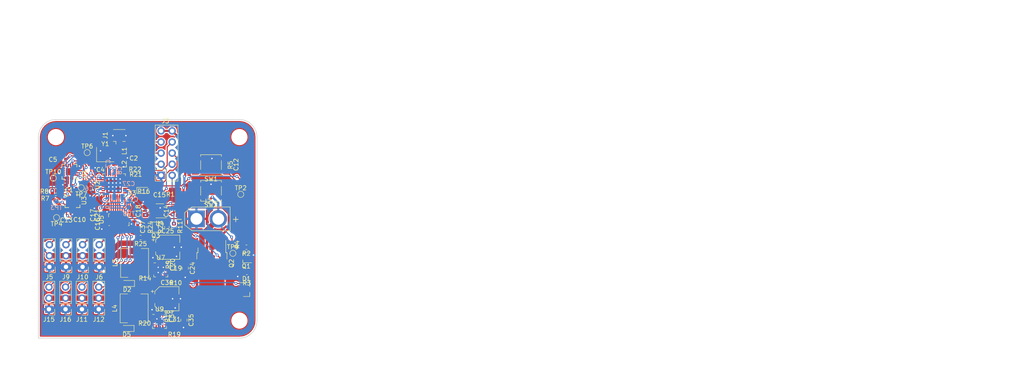
<source format=kicad_pcb>
(kicad_pcb (version 20171130) (host pcbnew 5.1.6)

  (general
    (thickness 1.6)
    (drawings 10)
    (tracks 889)
    (zones 0)
    (modules 93)
    (nets 76)
  )

  (page USLetter)
  (title_block
    (title "Project Title")
  )

  (layers
    (0 F.Cu signal)
    (31 B.Cu signal)
    (32 B.Adhes user)
    (33 F.Adhes user)
    (34 B.Paste user)
    (35 F.Paste user)
    (36 B.SilkS user)
    (37 F.SilkS user)
    (38 B.Mask user)
    (39 F.Mask user)
    (40 Dwgs.User user)
    (41 Cmts.User user)
    (42 Eco1.User user)
    (43 Eco2.User user)
    (44 Edge.Cuts user)
    (45 Margin user)
    (46 B.CrtYd user)
    (47 F.CrtYd user)
    (48 B.Fab user)
    (49 F.Fab user)
  )

  (setup
    (last_trace_width 0.1524)
    (user_trace_width 0.1524)
    (user_trace_width 0.25)
    (user_trace_width 0.3)
    (user_trace_width 0.5)
    (user_trace_width 0.75)
    (user_trace_width 1.25)
    (trace_clearance 0.1524)
    (zone_clearance 0.25)
    (zone_45_only no)
    (trace_min 0.1524)
    (via_size 0.6858)
    (via_drill 0.3302)
    (via_min_size 0.6858)
    (via_min_drill 0.3302)
    (user_via 0.6858 0.3302)
    (user_via 0.762 0.4064)
    (user_via 0.8636 0.508)
    (uvia_size 0.6858)
    (uvia_drill 0.3302)
    (uvias_allowed no)
    (uvia_min_size 0)
    (uvia_min_drill 0)
    (edge_width 0.1524)
    (segment_width 0.1524)
    (pcb_text_width 0.1524)
    (pcb_text_size 1.016 1.016)
    (mod_edge_width 0.1524)
    (mod_text_size 1.016 1.016)
    (mod_text_width 0.1524)
    (pad_size 0.5 0.5)
    (pad_drill 0.3)
    (pad_to_mask_clearance 0.0508)
    (solder_mask_min_width 0.1016)
    (pad_to_paste_clearance -0.0762)
    (aux_axis_origin 0 0)
    (visible_elements FFFFDF7D)
    (pcbplotparams
      (layerselection 0x310fc_ffffffff)
      (usegerberextensions true)
      (usegerberattributes false)
      (usegerberadvancedattributes false)
      (creategerberjobfile false)
      (excludeedgelayer true)
      (linewidth 0.100000)
      (plotframeref false)
      (viasonmask false)
      (mode 1)
      (useauxorigin false)
      (hpglpennumber 1)
      (hpglpenspeed 20)
      (hpglpendiameter 15.000000)
      (psnegative false)
      (psa4output false)
      (plotreference true)
      (plotvalue true)
      (plotinvisibletext false)
      (padsonsilk false)
      (subtractmaskfromsilk false)
      (outputformat 1)
      (mirror false)
      (drillshape 0)
      (scaleselection 1)
      (outputdirectory "spider-gerbers"))
  )

  (net 0 "")
  (net 1 GND)
  (net 2 /VDD_3V3)
  (net 3 "Net-(C2-Pad1)")
  (net 4 /XTAL_P)
  (net 5 /XTAL_N)
  (net 6 "Net-(C6-Pad1)")
  (net 7 "Net-(C7-Pad1)")
  (net 8 "Net-(C8-Pad1)")
  (net 9 "Net-(C9-Pad1)")
  (net 10 "Net-(C12-Pad1)")
  (net 11 /VBAT)
  (net 12 "Net-(C15-Pad1)")
  (net 13 "Net-(C19-Pad1)")
  (net 14 /VSERVO_5V_L)
  (net 15 "Net-(C31-Pad1)")
  (net 16 /VSERVO_5V_R)
  (net 17 /PG_R)
  (net 18 /PG_L)
  (net 19 "Net-(D2-Pad1)")
  (net 20 /LED_RED)
  (net 21 "Net-(D5-Pad1)")
  (net 22 "Net-(J1-Pad1)")
  (net 23 "Net-(J3-Pad8)")
  (net 24 /NRF52_SWDIO)
  (net 25 "Net-(J3-Pad6)")
  (net 26 /NRF52_SWCLK)
  (net 27 "Net-(J3-Pad4)")
  (net 28 /NRF52_RST)
  (net 29 /HIP0)
  (net 30 /HIP1)
  (net 31 /FOOT0)
  (net 32 /FOOT1)
  (net 33 /HIP2)
  (net 34 /HIP3)
  (net 35 /FOOT2)
  (net 36 /FOOT3)
  (net 37 "Net-(L2-Pad2)")
  (net 38 "Net-(L3-Pad1)")
  (net 39 "Net-(L4-Pad1)")
  (net 40 "Net-(Q1-Pad3)")
  (net 41 /POWER_SWITCH)
  (net 42 /IMU_SDA)
  (net 43 /IMU_SCK)
  (net 44 "Net-(R9-Pad2)")
  (net 45 "Net-(R10-Pad2)")
  (net 46 "Net-(R18-Pad2)")
  (net 47 "Net-(R19-Pad2)")
  (net 48 /NRF52_TX_3V3)
  (net 49 /NRF52_RX_3V3)
  (net 50 "Net-(U1-Pad7)")
  (net 51 "Net-(U1-Pad6)")
  (net 52 /IMU_RDY)
  (net 53 "Net-(U2-Pad31)")
  (net 54 "Net-(U3-Pad11)")
  (net 55 "Net-(U3-Pad10)")
  (net 56 "Net-(U3-Pad9)")
  (net 57 "Net-(U3-Pad3)")
  (net 58 "Net-(U3-Pad2)")
  (net 59 /VBAT_MEAS)
  (net 60 "Net-(U1-Pad16)")
  (net 61 /VCHARGE_8V0)
  (net 62 "Net-(TP3-Pad1)")
  (net 63 "Net-(Q3-Pad3)")
  (net 64 "Net-(R11-Pad2)")
  (net 65 "Net-(D1-Pad3)")
  (net 66 /FOOT3_3V3)
  (net 67 /FOOT2_3V3)
  (net 68 /FOOT1_3V3)
  (net 69 /FOOT0_3V3)
  (net 70 /HIP3_3V3)
  (net 71 /HIP2_3V3)
  (net 72 /HIP1_3V3)
  (net 73 /HIP0_3V3)
  (net 74 "Net-(U5-Pad21)")
  (net 75 "Net-(D3-Pad2)")

  (net_class Default "This is the default net class."
    (clearance 0.1524)
    (trace_width 0.1524)
    (via_dia 0.6858)
    (via_drill 0.3302)
    (uvia_dia 0.6858)
    (uvia_drill 0.3302)
    (add_net /FOOT0)
    (add_net /FOOT0_3V3)
    (add_net /FOOT1)
    (add_net /FOOT1_3V3)
    (add_net /FOOT2)
    (add_net /FOOT2_3V3)
    (add_net /FOOT3)
    (add_net /FOOT3_3V3)
    (add_net /HIP0)
    (add_net /HIP0_3V3)
    (add_net /HIP1)
    (add_net /HIP1_3V3)
    (add_net /HIP2)
    (add_net /HIP2_3V3)
    (add_net /HIP3)
    (add_net /HIP3_3V3)
    (add_net /IMU_RDY)
    (add_net /IMU_SCK)
    (add_net /IMU_SDA)
    (add_net /LED_RED)
    (add_net /NRF52_RST)
    (add_net /NRF52_RX_3V3)
    (add_net /NRF52_SWCLK)
    (add_net /NRF52_SWDIO)
    (add_net /NRF52_TX_3V3)
    (add_net /PG_L)
    (add_net /PG_R)
    (add_net /POWER_SWITCH)
    (add_net /VBAT)
    (add_net /VBAT_MEAS)
    (add_net /VCHARGE_8V0)
    (add_net /VDD_3V3)
    (add_net /VSERVO_5V_L)
    (add_net /VSERVO_5V_R)
    (add_net /XTAL_N)
    (add_net /XTAL_P)
    (add_net GND)
    (add_net "Net-(C12-Pad1)")
    (add_net "Net-(C15-Pad1)")
    (add_net "Net-(C19-Pad1)")
    (add_net "Net-(C2-Pad1)")
    (add_net "Net-(C31-Pad1)")
    (add_net "Net-(C6-Pad1)")
    (add_net "Net-(C7-Pad1)")
    (add_net "Net-(C8-Pad1)")
    (add_net "Net-(C9-Pad1)")
    (add_net "Net-(D1-Pad3)")
    (add_net "Net-(D2-Pad1)")
    (add_net "Net-(D3-Pad2)")
    (add_net "Net-(D5-Pad1)")
    (add_net "Net-(J1-Pad1)")
    (add_net "Net-(J3-Pad4)")
    (add_net "Net-(J3-Pad6)")
    (add_net "Net-(J3-Pad8)")
    (add_net "Net-(L2-Pad2)")
    (add_net "Net-(L3-Pad1)")
    (add_net "Net-(L4-Pad1)")
    (add_net "Net-(Q1-Pad3)")
    (add_net "Net-(Q3-Pad3)")
    (add_net "Net-(R10-Pad2)")
    (add_net "Net-(R11-Pad2)")
    (add_net "Net-(R18-Pad2)")
    (add_net "Net-(R19-Pad2)")
    (add_net "Net-(R9-Pad2)")
    (add_net "Net-(TP3-Pad1)")
    (add_net "Net-(U1-Pad16)")
    (add_net "Net-(U1-Pad6)")
    (add_net "Net-(U1-Pad7)")
    (add_net "Net-(U2-Pad31)")
    (add_net "Net-(U3-Pad10)")
    (add_net "Net-(U3-Pad11)")
    (add_net "Net-(U3-Pad2)")
    (add_net "Net-(U3-Pad3)")
    (add_net "Net-(U3-Pad9)")
    (add_net "Net-(U5-Pad21)")
  )

  (module MountingHole:MountingHole_3.2mm_M3 (layer F.Cu) (tedit 56D1B4CB) (tstamp 5F40A764)
    (at 77 132)
    (descr "Mounting Hole 3.2mm, no annular, M3")
    (tags "mounting hole 3.2mm no annular m3")
    (path /5F5B06DB)
    (attr virtual)
    (fp_text reference H3 (at 0 -4.2) (layer F.SilkS) hide
      (effects (font (size 1 1) (thickness 0.15)))
    )
    (fp_text value MountingHole (at 0 4.2) (layer F.Fab)
      (effects (font (size 1 1) (thickness 0.15)))
    )
    (fp_circle (center 0 0) (end 3.45 0) (layer F.CrtYd) (width 0.05))
    (fp_circle (center 0 0) (end 3.2 0) (layer Cmts.User) (width 0.15))
    (fp_text user %R (at 0.3 0) (layer F.Fab)
      (effects (font (size 1 1) (thickness 0.15)))
    )
    (pad 1 np_thru_hole circle (at 0 0) (size 3.2 3.2) (drill 3.2) (layers *.Cu *.Mask))
  )

  (module MountingHole:MountingHole_3.2mm_M3 (layer F.Cu) (tedit 56D1B4CB) (tstamp 5F40A75C)
    (at 77 90)
    (descr "Mounting Hole 3.2mm, no annular, M3")
    (tags "mounting hole 3.2mm no annular m3")
    (path /5F5954A2)
    (attr virtual)
    (fp_text reference H2 (at 0 -4.2) (layer F.SilkS) hide
      (effects (font (size 1 1) (thickness 0.15)))
    )
    (fp_text value MountingHole (at 0 4.2) (layer F.Fab)
      (effects (font (size 1 1) (thickness 0.15)))
    )
    (fp_circle (center 0 0) (end 3.45 0) (layer F.CrtYd) (width 0.05))
    (fp_circle (center 0 0) (end 3.2 0) (layer Cmts.User) (width 0.15))
    (fp_text user %R (at 0.3 0) (layer F.Fab)
      (effects (font (size 1 1) (thickness 0.15)))
    )
    (pad 1 np_thru_hole circle (at 0 0) (size 3.2 3.2) (drill 3.2) (layers *.Cu *.Mask))
  )

  (module MountingHole:MountingHole_3.2mm_M3 (layer F.Cu) (tedit 56D1B4CB) (tstamp 5F40A754)
    (at 35 90)
    (descr "Mounting Hole 3.2mm, no annular, M3")
    (tags "mounting hole 3.2mm no annular m3")
    (path /5F594AC1)
    (attr virtual)
    (fp_text reference H1 (at 0 -4.2) (layer F.SilkS) hide
      (effects (font (size 1 1) (thickness 0.15)))
    )
    (fp_text value MountingHole (at 0 4.2) (layer F.Fab)
      (effects (font (size 1 1) (thickness 0.15)))
    )
    (fp_circle (center 0 0) (end 3.2 0) (layer Cmts.User) (width 0.15))
    (fp_circle (center 0 0) (end 3.45 0) (layer F.CrtYd) (width 0.05))
    (fp_text user %R (at 0.3 0) (layer F.Fab)
      (effects (font (size 1 1) (thickness 0.15)))
    )
    (pad 1 np_thru_hole circle (at 0 0) (size 3.2 3.2) (drill 3.2) (layers *.Cu *.Mask))
  )

  (module Package_DFN_QFN:VQFN-16-1EP_3x3mm_P0.5mm_EP1.68x1.68mm_ThermalVias (layer F.Cu) (tedit 5F41D1C7) (tstamp 5F3BFB42)
    (at 58.7 132.2)
    (descr "VQFN, 16 Pin (http://www.ti.com/lit/ds/symlink/tlv62095.pdf), generated with kicad-footprint-generator ipc_noLead_generator.py")
    (tags "VQFN NoLead")
    (path /6065D31B)
    (attr smd)
    (fp_text reference U9 (at 0 -2.82) (layer F.SilkS)
      (effects (font (size 1 1) (thickness 0.15)))
    )
    (fp_text value TPS62133 (at 0 2.82) (layer F.Fab)
      (effects (font (size 1 1) (thickness 0.15)))
    )
    (fp_line (start 2.12 -2.12) (end -2.12 -2.12) (layer F.CrtYd) (width 0.05))
    (fp_line (start 2.12 2.12) (end 2.12 -2.12) (layer F.CrtYd) (width 0.05))
    (fp_line (start -2.12 2.12) (end 2.12 2.12) (layer F.CrtYd) (width 0.05))
    (fp_line (start -2.12 -2.12) (end -2.12 2.12) (layer F.CrtYd) (width 0.05))
    (fp_line (start -1.5 -0.75) (end -0.75 -1.5) (layer F.Fab) (width 0.1))
    (fp_line (start -1.5 1.5) (end -1.5 -0.75) (layer F.Fab) (width 0.1))
    (fp_line (start 1.5 1.5) (end -1.5 1.5) (layer F.Fab) (width 0.1))
    (fp_line (start 1.5 -1.5) (end 1.5 1.5) (layer F.Fab) (width 0.1))
    (fp_line (start -0.75 -1.5) (end 1.5 -1.5) (layer F.Fab) (width 0.1))
    (fp_line (start -1.135 -1.61) (end -1.61 -1.61) (layer F.SilkS) (width 0.12))
    (fp_line (start 1.61 1.61) (end 1.61 1.135) (layer F.SilkS) (width 0.12))
    (fp_line (start 1.135 1.61) (end 1.61 1.61) (layer F.SilkS) (width 0.12))
    (fp_line (start -1.61 1.61) (end -1.61 1.135) (layer F.SilkS) (width 0.12))
    (fp_line (start -1.135 1.61) (end -1.61 1.61) (layer F.SilkS) (width 0.12))
    (fp_line (start 1.61 -1.61) (end 1.61 -1.135) (layer F.SilkS) (width 0.12))
    (fp_line (start 1.135 -1.61) (end 1.61 -1.61) (layer F.SilkS) (width 0.12))
    (fp_text user %R (at 0 0) (layer F.Fab)
      (effects (font (size 0.75 0.75) (thickness 0.11)))
    )
    (pad "" smd roundrect (at 0.42 0.42) (size 0.73 0.73) (layers F.Paste) (roundrect_rratio 0.25))
    (pad "" smd roundrect (at 0.42 -0.42) (size 0.73 0.73) (layers F.Paste) (roundrect_rratio 0.25))
    (pad "" smd roundrect (at -0.42 0.42) (size 0.73 0.73) (layers F.Paste) (roundrect_rratio 0.25))
    (pad "" smd roundrect (at -0.42 -0.42) (size 0.73 0.73) (layers F.Paste) (roundrect_rratio 0.25))
    (pad 17 smd rect (at 0 0) (size 1.68 1.68) (layers B.Cu)
      (net 1 GND))
    (pad 17 thru_hole circle (at 0.59 0.59) (size 0.5 0.5) (drill 0.3) (layers *.Cu)
      (net 1 GND))
    (pad 17 thru_hole circle (at -0.59 0.59) (size 0.5 0.5) (drill 0.3) (layers *.Cu)
      (net 1 GND))
    (pad 17 thru_hole circle (at 0.59 -0.59) (size 0.5 0.5) (drill 0.3) (layers *.Cu)
      (net 1 GND))
    (pad 17 thru_hole circle (at -0.59 -0.59) (size 0.5 0.5) (drill 0.3) (layers *.Cu)
      (net 1 GND))
    (pad 17 smd rect (at 0 0) (size 1.68 1.68) (layers F.Cu F.Mask)
      (net 1 GND))
    (pad 16 smd roundrect (at -0.75 -1.4625) (size 0.25 0.825) (layers F.Cu F.Paste F.Mask) (roundrect_rratio 0.25)
      (net 1 GND))
    (pad 15 smd roundrect (at -0.25 -1.4625) (size 0.25 0.825) (layers F.Cu F.Paste F.Mask) (roundrect_rratio 0.25)
      (net 1 GND))
    (pad 14 smd roundrect (at 0.25 -1.4625) (size 0.25 0.825) (layers F.Cu F.Paste F.Mask) (roundrect_rratio 0.25)
      (net 16 /VSERVO_5V_R))
    (pad 13 smd roundrect (at 0.75 -1.4625) (size 0.25 0.825) (layers F.Cu F.Paste F.Mask) (roundrect_rratio 0.25)
      (net 46 "Net-(R18-Pad2)"))
    (pad 12 smd roundrect (at 1.4625 -0.75) (size 0.825 0.25) (layers F.Cu F.Paste F.Mask) (roundrect_rratio 0.25)
      (net 11 /VBAT))
    (pad 11 smd roundrect (at 1.4625 -0.25) (size 0.825 0.25) (layers F.Cu F.Paste F.Mask) (roundrect_rratio 0.25)
      (net 11 /VBAT))
    (pad 10 smd roundrect (at 1.4625 0.25) (size 0.825 0.25) (layers F.Cu F.Paste F.Mask) (roundrect_rratio 0.25)
      (net 11 /VBAT))
    (pad 9 smd roundrect (at 1.4625 0.75) (size 0.825 0.25) (layers F.Cu F.Paste F.Mask) (roundrect_rratio 0.25)
      (net 15 "Net-(C31-Pad1)"))
    (pad 8 smd roundrect (at 0.75 1.4625) (size 0.25 0.825) (layers F.Cu F.Paste F.Mask) (roundrect_rratio 0.25)
      (net 1 GND))
    (pad 7 smd roundrect (at 0.25 1.4625) (size 0.25 0.825) (layers F.Cu F.Paste F.Mask) (roundrect_rratio 0.25)
      (net 47 "Net-(R19-Pad2)"))
    (pad 6 smd roundrect (at -0.25 1.4625) (size 0.25 0.825) (layers F.Cu F.Paste F.Mask) (roundrect_rratio 0.25)
      (net 1 GND))
    (pad 5 smd roundrect (at -0.75 1.4625) (size 0.25 0.825) (layers F.Cu F.Paste F.Mask) (roundrect_rratio 0.25)
      (net 1 GND))
    (pad 4 smd roundrect (at -1.4625 0.75) (size 0.825 0.25) (layers F.Cu F.Paste F.Mask) (roundrect_rratio 0.25)
      (net 17 /PG_R))
    (pad 3 smd roundrect (at -1.4625 0.25) (size 0.825 0.25) (layers F.Cu F.Paste F.Mask) (roundrect_rratio 0.25)
      (net 39 "Net-(L4-Pad1)"))
    (pad 2 smd roundrect (at -1.4625 -0.25) (size 0.825 0.25) (layers F.Cu F.Paste F.Mask) (roundrect_rratio 0.25)
      (net 39 "Net-(L4-Pad1)"))
    (pad 1 smd roundrect (at -1.4625 -0.75) (size 0.825 0.25) (layers F.Cu F.Paste F.Mask) (roundrect_rratio 0.25)
      (net 39 "Net-(L4-Pad1)"))
    (model ${KISYS3DMOD}/Package_DFN_QFN.3dshapes/VQFN-16-1EP_3x3mm_P0.5mm_EP1.68x1.68mm.wrl
      (at (xyz 0 0 0))
      (scale (xyz 1 1 1))
      (rotate (xyz 0 0 0))
    )
  )

  (module Package_DFN_QFN:VQFN-16-1EP_3x3mm_P0.5mm_EP1.68x1.68mm_ThermalVias (layer F.Cu) (tedit 5F41D129) (tstamp 5F3BFB13)
    (at 59 120.4)
    (descr "VQFN, 16 Pin (http://www.ti.com/lit/ds/symlink/tlv62095.pdf), generated with kicad-footprint-generator ipc_noLead_generator.py")
    (tags "VQFN NoLead")
    (path /5FFB5A41)
    (attr smd)
    (fp_text reference U7 (at 0 -2.82) (layer F.SilkS)
      (effects (font (size 1 1) (thickness 0.15)))
    )
    (fp_text value TPS62133 (at 0 2.82) (layer F.Fab)
      (effects (font (size 1 1) (thickness 0.15)))
    )
    (fp_line (start 2.12 -2.12) (end -2.12 -2.12) (layer F.CrtYd) (width 0.05))
    (fp_line (start 2.12 2.12) (end 2.12 -2.12) (layer F.CrtYd) (width 0.05))
    (fp_line (start -2.12 2.12) (end 2.12 2.12) (layer F.CrtYd) (width 0.05))
    (fp_line (start -2.12 -2.12) (end -2.12 2.12) (layer F.CrtYd) (width 0.05))
    (fp_line (start -1.5 -0.75) (end -0.75 -1.5) (layer F.Fab) (width 0.1))
    (fp_line (start -1.5 1.5) (end -1.5 -0.75) (layer F.Fab) (width 0.1))
    (fp_line (start 1.5 1.5) (end -1.5 1.5) (layer F.Fab) (width 0.1))
    (fp_line (start 1.5 -1.5) (end 1.5 1.5) (layer F.Fab) (width 0.1))
    (fp_line (start -0.75 -1.5) (end 1.5 -1.5) (layer F.Fab) (width 0.1))
    (fp_line (start -1.135 -1.61) (end -1.61 -1.61) (layer F.SilkS) (width 0.12))
    (fp_line (start 1.61 1.61) (end 1.61 1.135) (layer F.SilkS) (width 0.12))
    (fp_line (start 1.135 1.61) (end 1.61 1.61) (layer F.SilkS) (width 0.12))
    (fp_line (start -1.61 1.61) (end -1.61 1.135) (layer F.SilkS) (width 0.12))
    (fp_line (start -1.135 1.61) (end -1.61 1.61) (layer F.SilkS) (width 0.12))
    (fp_line (start 1.61 -1.61) (end 1.61 -1.135) (layer F.SilkS) (width 0.12))
    (fp_line (start 1.135 -1.61) (end 1.61 -1.61) (layer F.SilkS) (width 0.12))
    (fp_text user %R (at 0 0) (layer F.Fab)
      (effects (font (size 0.75 0.75) (thickness 0.11)))
    )
    (pad "" smd roundrect (at 0.42 0.42) (size 0.73 0.73) (layers F.Paste) (roundrect_rratio 0.25))
    (pad "" smd roundrect (at 0.42 -0.42) (size 0.73 0.73) (layers F.Paste) (roundrect_rratio 0.25))
    (pad "" smd roundrect (at -0.42 0.42) (size 0.73 0.73) (layers F.Paste) (roundrect_rratio 0.25))
    (pad "" smd roundrect (at -0.42 -0.42) (size 0.73 0.73) (layers F.Paste) (roundrect_rratio 0.25))
    (pad 17 smd rect (at 0 0) (size 1.68 1.68) (layers B.Cu)
      (net 1 GND))
    (pad 17 thru_hole circle (at 0.59 0.59) (size 0.5 0.5) (drill 0.3) (layers *.Cu)
      (net 1 GND))
    (pad 17 thru_hole circle (at -0.59 0.59) (size 0.5 0.5) (drill 0.3) (layers *.Cu)
      (net 1 GND))
    (pad 17 thru_hole circle (at 0.59 -0.59) (size 0.5 0.5) (drill 0.3) (layers *.Cu)
      (net 1 GND))
    (pad 17 thru_hole circle (at -0.59 -0.59) (size 0.5 0.5) (drill 0.3) (layers *.Cu)
      (net 1 GND))
    (pad 17 smd rect (at 0 0) (size 1.68 1.68) (layers F.Cu F.Mask)
      (net 1 GND))
    (pad 16 smd roundrect (at -0.75 -1.4625) (size 0.25 0.825) (layers F.Cu F.Paste F.Mask) (roundrect_rratio 0.25)
      (net 1 GND))
    (pad 15 smd roundrect (at -0.25 -1.4625) (size 0.25 0.825) (layers F.Cu F.Paste F.Mask) (roundrect_rratio 0.25)
      (net 1 GND))
    (pad 14 smd roundrect (at 0.25 -1.4625) (size 0.25 0.825) (layers F.Cu F.Paste F.Mask) (roundrect_rratio 0.25)
      (net 14 /VSERVO_5V_L))
    (pad 13 smd roundrect (at 0.75 -1.4625) (size 0.25 0.825) (layers F.Cu F.Paste F.Mask) (roundrect_rratio 0.25)
      (net 44 "Net-(R9-Pad2)"))
    (pad 12 smd roundrect (at 1.4625 -0.75) (size 0.825 0.25) (layers F.Cu F.Paste F.Mask) (roundrect_rratio 0.25)
      (net 11 /VBAT))
    (pad 11 smd roundrect (at 1.4625 -0.25) (size 0.825 0.25) (layers F.Cu F.Paste F.Mask) (roundrect_rratio 0.25)
      (net 11 /VBAT))
    (pad 10 smd roundrect (at 1.4625 0.25) (size 0.825 0.25) (layers F.Cu F.Paste F.Mask) (roundrect_rratio 0.25)
      (net 11 /VBAT))
    (pad 9 smd roundrect (at 1.4625 0.75) (size 0.825 0.25) (layers F.Cu F.Paste F.Mask) (roundrect_rratio 0.25)
      (net 13 "Net-(C19-Pad1)"))
    (pad 8 smd roundrect (at 0.75 1.4625) (size 0.25 0.825) (layers F.Cu F.Paste F.Mask) (roundrect_rratio 0.25)
      (net 1 GND))
    (pad 7 smd roundrect (at 0.25 1.4625) (size 0.25 0.825) (layers F.Cu F.Paste F.Mask) (roundrect_rratio 0.25)
      (net 45 "Net-(R10-Pad2)"))
    (pad 6 smd roundrect (at -0.25 1.4625) (size 0.25 0.825) (layers F.Cu F.Paste F.Mask) (roundrect_rratio 0.25)
      (net 1 GND))
    (pad 5 smd roundrect (at -0.75 1.4625) (size 0.25 0.825) (layers F.Cu F.Paste F.Mask) (roundrect_rratio 0.25)
      (net 1 GND))
    (pad 4 smd roundrect (at -1.4625 0.75) (size 0.825 0.25) (layers F.Cu F.Paste F.Mask) (roundrect_rratio 0.25)
      (net 18 /PG_L))
    (pad 3 smd roundrect (at -1.4625 0.25) (size 0.825 0.25) (layers F.Cu F.Paste F.Mask) (roundrect_rratio 0.25)
      (net 38 "Net-(L3-Pad1)"))
    (pad 2 smd roundrect (at -1.4625 -0.25) (size 0.825 0.25) (layers F.Cu F.Paste F.Mask) (roundrect_rratio 0.25)
      (net 38 "Net-(L3-Pad1)"))
    (pad 1 smd roundrect (at -1.4625 -0.75) (size 0.825 0.25) (layers F.Cu F.Paste F.Mask) (roundrect_rratio 0.25)
      (net 38 "Net-(L3-Pad1)"))
    (model ${KISYS3DMOD}/Package_DFN_QFN.3dshapes/VQFN-16-1EP_3x3mm_P0.5mm_EP1.68x1.68mm.wrl
      (at (xyz 0 0 0))
      (scale (xyz 1 1 1))
      (rotate (xyz 0 0 0))
    )
  )

  (module Package_TO_SOT_SMD:SOT-23-5 (layer F.Cu) (tedit 5A02FF57) (tstamp 5F3BFA8C)
    (at 58.79 106.88 180)
    (descr "5-pin SOT23 package")
    (tags SOT-23-5)
    (path /606C9546)
    (attr smd)
    (fp_text reference U4 (at 0 -2.9) (layer F.SilkS)
      (effects (font (size 1 1) (thickness 0.15)))
    )
    (fp_text value MIC5205-3.3YM5 (at 0 2.9) (layer F.Fab)
      (effects (font (size 1 1) (thickness 0.15)))
    )
    (fp_line (start 0.9 -1.55) (end 0.9 1.55) (layer F.Fab) (width 0.1))
    (fp_line (start 0.9 1.55) (end -0.9 1.55) (layer F.Fab) (width 0.1))
    (fp_line (start -0.9 -0.9) (end -0.9 1.55) (layer F.Fab) (width 0.1))
    (fp_line (start 0.9 -1.55) (end -0.25 -1.55) (layer F.Fab) (width 0.1))
    (fp_line (start -0.9 -0.9) (end -0.25 -1.55) (layer F.Fab) (width 0.1))
    (fp_line (start -1.9 1.8) (end -1.9 -1.8) (layer F.CrtYd) (width 0.05))
    (fp_line (start 1.9 1.8) (end -1.9 1.8) (layer F.CrtYd) (width 0.05))
    (fp_line (start 1.9 -1.8) (end 1.9 1.8) (layer F.CrtYd) (width 0.05))
    (fp_line (start -1.9 -1.8) (end 1.9 -1.8) (layer F.CrtYd) (width 0.05))
    (fp_line (start 0.9 -1.61) (end -1.55 -1.61) (layer F.SilkS) (width 0.12))
    (fp_line (start -0.9 1.61) (end 0.9 1.61) (layer F.SilkS) (width 0.12))
    (fp_text user %R (at 0 0 90) (layer F.Fab)
      (effects (font (size 0.5 0.5) (thickness 0.075)))
    )
    (pad 5 smd rect (at 1.1 -0.95 180) (size 1.06 0.65) (layers F.Cu F.Paste F.Mask)
      (net 2 /VDD_3V3))
    (pad 4 smd rect (at 1.1 0.95 180) (size 1.06 0.65) (layers F.Cu F.Paste F.Mask)
      (net 12 "Net-(C15-Pad1)"))
    (pad 3 smd rect (at -1.1 0.95 180) (size 1.06 0.65) (layers F.Cu F.Paste F.Mask)
      (net 11 /VBAT))
    (pad 2 smd rect (at -1.1 0 180) (size 1.06 0.65) (layers F.Cu F.Paste F.Mask)
      (net 1 GND))
    (pad 1 smd rect (at -1.1 -0.95 180) (size 1.06 0.65) (layers F.Cu F.Paste F.Mask)
      (net 11 /VBAT))
    (model ${KISYS3DMOD}/Package_TO_SOT_SMD.3dshapes/SOT-23-5.wrl
      (at (xyz 0 0 0))
      (scale (xyz 1 1 1))
      (rotate (xyz 0 0 0))
    )
  )

  (module TestPoint:TestPoint_Pad_D1.0mm (layer F.Cu) (tedit 5A0F774F) (tstamp 5F3BF949)
    (at 34.4 99.4)
    (descr "SMD pad as test Point, diameter 1.0mm")
    (tags "test point SMD pad")
    (path /5F2A9B51)
    (attr virtual)
    (fp_text reference TP10 (at 0 -1.448) (layer F.SilkS)
      (effects (font (size 1 1) (thickness 0.15)))
    )
    (fp_text value TestPoint (at 0 1.55) (layer F.Fab)
      (effects (font (size 1 1) (thickness 0.15)))
    )
    (fp_circle (center 0 0) (end 0 0.7) (layer F.SilkS) (width 0.12))
    (fp_circle (center 0 0) (end 1 0) (layer F.CrtYd) (width 0.05))
    (fp_text user %R (at 0 -1.45) (layer F.Fab)
      (effects (font (size 1 1) (thickness 0.15)))
    )
    (pad 1 smd circle (at 0 0) (size 1 1) (layers F.Cu F.Mask)
      (net 1 GND))
  )

  (module TestPoint:TestPoint_Pad_D1.0mm (layer F.Cu) (tedit 5A0F774F) (tstamp 5F3BF941)
    (at 75.5 116.6)
    (descr "SMD pad as test Point, diameter 1.0mm")
    (tags "test point SMD pad")
    (path /5F202822)
    (attr virtual)
    (fp_text reference TP9 (at 0 -1.448) (layer F.SilkS)
      (effects (font (size 1 1) (thickness 0.15)))
    )
    (fp_text value TestPoint (at 0 1.55) (layer F.Fab)
      (effects (font (size 1 1) (thickness 0.15)))
    )
    (fp_circle (center 0 0) (end 0 0.7) (layer F.SilkS) (width 0.12))
    (fp_circle (center 0 0) (end 1 0) (layer F.CrtYd) (width 0.05))
    (fp_text user %R (at 0 -1.45) (layer F.Fab)
      (effects (font (size 1 1) (thickness 0.15)))
    )
    (pad 1 smd circle (at 0 0) (size 1 1) (layers F.Cu F.Mask)
      (net 40 "Net-(Q1-Pad3)"))
  )

  (module TestPoint:TestPoint_Pad_D1.0mm (layer B.Cu) (tedit 5A0F774F) (tstamp 5F3BF939)
    (at 51.7 106.1)
    (descr "SMD pad as test Point, diameter 1.0mm")
    (tags "test point SMD pad")
    (path /5F5B6161)
    (attr virtual)
    (fp_text reference TP8 (at 0 1.448) (layer B.SilkS)
      (effects (font (size 1 1) (thickness 0.15)) (justify mirror))
    )
    (fp_text value TestPoint (at 0 -1.55) (layer B.Fab)
      (effects (font (size 1 1) (thickness 0.15)) (justify mirror))
    )
    (fp_circle (center 0 0) (end 0 -0.7) (layer B.SilkS) (width 0.12))
    (fp_circle (center 0 0) (end 1 0) (layer B.CrtYd) (width 0.05))
    (fp_text user %R (at 0 1.45) (layer B.Fab)
      (effects (font (size 1 1) (thickness 0.15)) (justify mirror))
    )
    (pad 1 smd circle (at 0 0) (size 1 1) (layers B.Cu B.Mask)
      (net 59 /VBAT_MEAS))
  )

  (module TestPoint:TestPoint_Pad_D1.0mm (layer F.Cu) (tedit 5A0F774F) (tstamp 5F3BF8F9)
    (at 77.3 103.1)
    (descr "SMD pad as test Point, diameter 1.0mm")
    (tags "test point SMD pad")
    (path /5F26D06C)
    (attr virtual)
    (fp_text reference TP2 (at 0 -1.448) (layer F.SilkS)
      (effects (font (size 1 1) (thickness 0.15)))
    )
    (fp_text value TestPoint (at 0 1.55) (layer F.Fab)
      (effects (font (size 1 1) (thickness 0.15)))
    )
    (fp_circle (center 0 0) (end 0 0.7) (layer F.SilkS) (width 0.12))
    (fp_circle (center 0 0) (end 1 0) (layer F.CrtYd) (width 0.05))
    (fp_text user %R (at 0 -1.45) (layer F.Fab)
      (effects (font (size 1 1) (thickness 0.15)))
    )
    (pad 1 smd circle (at 0 0) (size 1 1) (layers F.Cu F.Mask)
      (net 10 "Net-(C12-Pad1)"))
  )

  (module Button_Switch_SMD:SW_SPST_TL3305C (layer F.Cu) (tedit 5ABC3ACB) (tstamp 5F3BF8F1)
    (at 70.5 102.3 180)
    (descr https://www.e-switch.com/system/asset/product_line/data_sheet/213/TL3305.pdf)
    (tags "TL3305 Series Tact Switch")
    (path /5E8D26EF)
    (attr smd)
    (fp_text reference SW2 (at 0 -3.2) (layer F.SilkS)
      (effects (font (size 1 1) (thickness 0.15)))
    )
    (fp_text value TL3305CF260QG (at 0 3.2) (layer F.Fab)
      (effects (font (size 1 1) (thickness 0.15)))
    )
    (fp_line (start -4.65 -2.5) (end 4.65 -2.5) (layer F.CrtYd) (width 0.05))
    (fp_line (start -4.65 2.5) (end -4.65 -2.5) (layer F.CrtYd) (width 0.05))
    (fp_line (start 4.65 2.5) (end -4.65 2.5) (layer F.CrtYd) (width 0.05))
    (fp_line (start 4.65 -2.5) (end 4.65 2.5) (layer F.CrtYd) (width 0.05))
    (fp_line (start -2.37 1.03) (end -2.37 -1.03) (layer F.SilkS) (width 0.12))
    (fp_line (start 2.37 1.03) (end 2.37 -1.03) (layer F.SilkS) (width 0.12))
    (fp_line (start 2.37 2.37) (end 2.37 1.97) (layer F.SilkS) (width 0.12))
    (fp_line (start -2.37 2.37) (end 2.37 2.37) (layer F.SilkS) (width 0.12))
    (fp_line (start -2.37 2.37) (end -2.37 1.97) (layer F.SilkS) (width 0.12))
    (fp_line (start 2.37 -2.37) (end 2.37 -1.97) (layer F.SilkS) (width 0.12))
    (fp_line (start -2.37 -2.37) (end -2.37 -1.97) (layer F.SilkS) (width 0.12))
    (fp_line (start -2.37 -2.37) (end 2.37 -2.37) (layer F.SilkS) (width 0.12))
    (fp_line (start -2.25 -2.25) (end 2.25 -2.25) (layer F.Fab) (width 0.1))
    (fp_line (start 2.25 -2.25) (end 2.25 2.25) (layer F.Fab) (width 0.1))
    (fp_line (start 2.25 2.25) (end -2.25 2.25) (layer F.Fab) (width 0.1))
    (fp_line (start -2.25 2.25) (end -2.25 -2.25) (layer F.Fab) (width 0.1))
    (fp_circle (center 0 0) (end 1.25 0) (layer F.Fab) (width 0.1))
    (fp_line (start 2.25 -1.15) (end 3.75 -1.15) (layer F.Fab) (width 0.1))
    (fp_line (start 3.75 -1.15) (end 3.75 -1.85) (layer F.Fab) (width 0.1))
    (fp_line (start 3.75 -1.85) (end 2.25 -1.85) (layer F.Fab) (width 0.1))
    (fp_line (start 2.25 1.15) (end 3.75 1.15) (layer F.Fab) (width 0.1))
    (fp_line (start 3.75 1.15) (end 3.75 1.85) (layer F.Fab) (width 0.1))
    (fp_line (start 3.75 1.85) (end 2.25 1.85) (layer F.Fab) (width 0.1))
    (fp_line (start -2.25 -1.85) (end -3.75 -1.85) (layer F.Fab) (width 0.1))
    (fp_line (start -3.75 -1.85) (end -3.75 -1.15) (layer F.Fab) (width 0.1))
    (fp_line (start -3.75 -1.15) (end -2.25 -1.15) (layer F.Fab) (width 0.1))
    (fp_line (start -2.25 1.15) (end -3.75 1.15) (layer F.Fab) (width 0.1))
    (fp_line (start -3.75 1.15) (end -3.75 1.85) (layer F.Fab) (width 0.1))
    (fp_line (start -3.75 1.85) (end -2.25 1.85) (layer F.Fab) (width 0.1))
    (fp_line (start 3 -1.85) (end 3 -1.15) (layer F.Fab) (width 0.1))
    (fp_line (start 3 1.15) (end 3 1.85) (layer F.Fab) (width 0.1))
    (fp_line (start -3 -1.85) (end -3 -1.15) (layer F.Fab) (width 0.1))
    (fp_line (start -3 1.15) (end -3 1.85) (layer F.Fab) (width 0.1))
    (fp_text user %R (at 0 0) (layer F.Fab)
      (effects (font (size 0.5 0.5) (thickness 0.075)))
    )
    (pad 2 smd rect (at -3.6 1.5 180) (size 1.6 1.4) (layers F.Cu F.Paste F.Mask)
      (net 1 GND))
    (pad 2 smd rect (at 3.6 1.5 180) (size 1.6 1.4) (layers F.Cu F.Paste F.Mask)
      (net 1 GND))
    (pad 1 smd rect (at -3.6 -1.5 180) (size 1.6 1.4) (layers F.Cu F.Paste F.Mask)
      (net 40 "Net-(Q1-Pad3)"))
    (pad 1 smd rect (at 3.6 -1.5 180) (size 1.6 1.4) (layers F.Cu F.Paste F.Mask)
      (net 40 "Net-(Q1-Pad3)"))
    (model ${KISYS3DMOD}/Button_Switch_SMD.3dshapes/SW_SPST_TL3305C.wrl
      (at (xyz 0 0 0))
      (scale (xyz 1 1 1))
      (rotate (xyz 0 0 0))
    )
  )

  (module Button_Switch_SMD:SW_SPST_TL3305C (layer F.Cu) (tedit 5ABC3ACB) (tstamp 5F3BF8C7)
    (at 70.5 96.4 180)
    (descr https://www.e-switch.com/system/asset/product_line/data_sheet/213/TL3305.pdf)
    (tags "TL3305 Series Tact Switch")
    (path /5E8E8AB0)
    (attr smd)
    (fp_text reference SW1 (at 0 -3.2) (layer F.SilkS)
      (effects (font (size 1 1) (thickness 0.15)))
    )
    (fp_text value TL3305CF260QG (at 0 3.2) (layer F.Fab)
      (effects (font (size 1 1) (thickness 0.15)))
    )
    (fp_line (start -4.65 -2.5) (end 4.65 -2.5) (layer F.CrtYd) (width 0.05))
    (fp_line (start -4.65 2.5) (end -4.65 -2.5) (layer F.CrtYd) (width 0.05))
    (fp_line (start 4.65 2.5) (end -4.65 2.5) (layer F.CrtYd) (width 0.05))
    (fp_line (start 4.65 -2.5) (end 4.65 2.5) (layer F.CrtYd) (width 0.05))
    (fp_line (start -2.37 1.03) (end -2.37 -1.03) (layer F.SilkS) (width 0.12))
    (fp_line (start 2.37 1.03) (end 2.37 -1.03) (layer F.SilkS) (width 0.12))
    (fp_line (start 2.37 2.37) (end 2.37 1.97) (layer F.SilkS) (width 0.12))
    (fp_line (start -2.37 2.37) (end 2.37 2.37) (layer F.SilkS) (width 0.12))
    (fp_line (start -2.37 2.37) (end -2.37 1.97) (layer F.SilkS) (width 0.12))
    (fp_line (start 2.37 -2.37) (end 2.37 -1.97) (layer F.SilkS) (width 0.12))
    (fp_line (start -2.37 -2.37) (end -2.37 -1.97) (layer F.SilkS) (width 0.12))
    (fp_line (start -2.37 -2.37) (end 2.37 -2.37) (layer F.SilkS) (width 0.12))
    (fp_line (start -2.25 -2.25) (end 2.25 -2.25) (layer F.Fab) (width 0.1))
    (fp_line (start 2.25 -2.25) (end 2.25 2.25) (layer F.Fab) (width 0.1))
    (fp_line (start 2.25 2.25) (end -2.25 2.25) (layer F.Fab) (width 0.1))
    (fp_line (start -2.25 2.25) (end -2.25 -2.25) (layer F.Fab) (width 0.1))
    (fp_circle (center 0 0) (end 1.25 0) (layer F.Fab) (width 0.1))
    (fp_line (start 2.25 -1.15) (end 3.75 -1.15) (layer F.Fab) (width 0.1))
    (fp_line (start 3.75 -1.15) (end 3.75 -1.85) (layer F.Fab) (width 0.1))
    (fp_line (start 3.75 -1.85) (end 2.25 -1.85) (layer F.Fab) (width 0.1))
    (fp_line (start 2.25 1.15) (end 3.75 1.15) (layer F.Fab) (width 0.1))
    (fp_line (start 3.75 1.15) (end 3.75 1.85) (layer F.Fab) (width 0.1))
    (fp_line (start 3.75 1.85) (end 2.25 1.85) (layer F.Fab) (width 0.1))
    (fp_line (start -2.25 -1.85) (end -3.75 -1.85) (layer F.Fab) (width 0.1))
    (fp_line (start -3.75 -1.85) (end -3.75 -1.15) (layer F.Fab) (width 0.1))
    (fp_line (start -3.75 -1.15) (end -2.25 -1.15) (layer F.Fab) (width 0.1))
    (fp_line (start -2.25 1.15) (end -3.75 1.15) (layer F.Fab) (width 0.1))
    (fp_line (start -3.75 1.15) (end -3.75 1.85) (layer F.Fab) (width 0.1))
    (fp_line (start -3.75 1.85) (end -2.25 1.85) (layer F.Fab) (width 0.1))
    (fp_line (start 3 -1.85) (end 3 -1.15) (layer F.Fab) (width 0.1))
    (fp_line (start 3 1.15) (end 3 1.85) (layer F.Fab) (width 0.1))
    (fp_line (start -3 -1.85) (end -3 -1.15) (layer F.Fab) (width 0.1))
    (fp_line (start -3 1.15) (end -3 1.85) (layer F.Fab) (width 0.1))
    (fp_text user %R (at 0 0) (layer F.Fab)
      (effects (font (size 0.5 0.5) (thickness 0.075)))
    )
    (pad 2 smd rect (at -3.6 1.5 180) (size 1.6 1.4) (layers F.Cu F.Paste F.Mask)
      (net 1 GND))
    (pad 2 smd rect (at 3.6 1.5 180) (size 1.6 1.4) (layers F.Cu F.Paste F.Mask)
      (net 1 GND))
    (pad 1 smd rect (at -3.6 -1.5 180) (size 1.6 1.4) (layers F.Cu F.Paste F.Mask)
      (net 10 "Net-(C12-Pad1)"))
    (pad 1 smd rect (at 3.6 -1.5 180) (size 1.6 1.4) (layers F.Cu F.Paste F.Mask)
      (net 10 "Net-(C12-Pad1)"))
    (model ${KISYS3DMOD}/Button_Switch_SMD.3dshapes/SW_SPST_TL3305C.wrl
      (at (xyz 0 0 0))
      (scale (xyz 1 1 1))
      (rotate (xyz 0 0 0))
    )
  )

  (module Resistor_SMD:R_0603_1608Metric (layer F.Cu) (tedit 5B301BBD) (tstamp 5F3BF89D)
    (at 54.3875 113 180)
    (descr "Resistor SMD 0603 (1608 Metric), square (rectangular) end terminal, IPC_7351 nominal, (Body size source: http://www.tortai-tech.com/upload/download/2011102023233369053.pdf), generated with kicad-footprint-generator")
    (tags resistor)
    (path /5F7A3573)
    (attr smd)
    (fp_text reference R25 (at 0 -1.43) (layer F.SilkS)
      (effects (font (size 1 1) (thickness 0.15)))
    )
    (fp_text value 100kR (at 0 1.43) (layer F.Fab)
      (effects (font (size 1 1) (thickness 0.15)))
    )
    (fp_line (start 1.48 0.73) (end -1.48 0.73) (layer F.CrtYd) (width 0.05))
    (fp_line (start 1.48 -0.73) (end 1.48 0.73) (layer F.CrtYd) (width 0.05))
    (fp_line (start -1.48 -0.73) (end 1.48 -0.73) (layer F.CrtYd) (width 0.05))
    (fp_line (start -1.48 0.73) (end -1.48 -0.73) (layer F.CrtYd) (width 0.05))
    (fp_line (start -0.162779 0.51) (end 0.162779 0.51) (layer F.SilkS) (width 0.12))
    (fp_line (start -0.162779 -0.51) (end 0.162779 -0.51) (layer F.SilkS) (width 0.12))
    (fp_line (start 0.8 0.4) (end -0.8 0.4) (layer F.Fab) (width 0.1))
    (fp_line (start 0.8 -0.4) (end 0.8 0.4) (layer F.Fab) (width 0.1))
    (fp_line (start -0.8 -0.4) (end 0.8 -0.4) (layer F.Fab) (width 0.1))
    (fp_line (start -0.8 0.4) (end -0.8 -0.4) (layer F.Fab) (width 0.1))
    (fp_text user %R (at 0 0) (layer F.Fab)
      (effects (font (size 0.4 0.4) (thickness 0.06)))
    )
    (pad 2 smd roundrect (at 0.7875 0 180) (size 0.875 0.95) (layers F.Cu F.Paste F.Mask) (roundrect_rratio 0.25)
      (net 1 GND))
    (pad 1 smd roundrect (at -0.7875 0 180) (size 0.875 0.95) (layers F.Cu F.Paste F.Mask) (roundrect_rratio 0.25)
      (net 14 /VSERVO_5V_L))
    (model ${KISYS3DMOD}/Resistor_SMD.3dshapes/R_0603_1608Metric.wrl
      (at (xyz 0 0 0))
      (scale (xyz 1 1 1))
      (rotate (xyz 0 0 0))
    )
  )

  (module Resistor_SMD:R_0603_1608Metric (layer F.Cu) (tedit 5B301BBD) (tstamp 5F3BF88C)
    (at 55.2 110.6 270)
    (descr "Resistor SMD 0603 (1608 Metric), square (rectangular) end terminal, IPC_7351 nominal, (Body size source: http://www.tortai-tech.com/upload/download/2011102023233369053.pdf), generated with kicad-footprint-generator")
    (tags resistor)
    (path /5F40B6F4)
    (attr smd)
    (fp_text reference R24 (at 0 -1.43 90) (layer F.SilkS)
      (effects (font (size 1 1) (thickness 0.15)))
    )
    (fp_text value 100kR (at 0 1.43 90) (layer F.Fab)
      (effects (font (size 1 1) (thickness 0.15)))
    )
    (fp_line (start 1.48 0.73) (end -1.48 0.73) (layer F.CrtYd) (width 0.05))
    (fp_line (start 1.48 -0.73) (end 1.48 0.73) (layer F.CrtYd) (width 0.05))
    (fp_line (start -1.48 -0.73) (end 1.48 -0.73) (layer F.CrtYd) (width 0.05))
    (fp_line (start -1.48 0.73) (end -1.48 -0.73) (layer F.CrtYd) (width 0.05))
    (fp_line (start -0.162779 0.51) (end 0.162779 0.51) (layer F.SilkS) (width 0.12))
    (fp_line (start -0.162779 -0.51) (end 0.162779 -0.51) (layer F.SilkS) (width 0.12))
    (fp_line (start 0.8 0.4) (end -0.8 0.4) (layer F.Fab) (width 0.1))
    (fp_line (start 0.8 -0.4) (end 0.8 0.4) (layer F.Fab) (width 0.1))
    (fp_line (start -0.8 -0.4) (end 0.8 -0.4) (layer F.Fab) (width 0.1))
    (fp_line (start -0.8 0.4) (end -0.8 -0.4) (layer F.Fab) (width 0.1))
    (fp_text user %R (at 0 0 90) (layer F.Fab)
      (effects (font (size 0.4 0.4) (thickness 0.06)))
    )
    (pad 2 smd roundrect (at 0.7875 0 270) (size 0.875 0.95) (layers F.Cu F.Paste F.Mask) (roundrect_rratio 0.25)
      (net 1 GND))
    (pad 1 smd roundrect (at -0.7875 0 270) (size 0.875 0.95) (layers F.Cu F.Paste F.Mask) (roundrect_rratio 0.25)
      (net 59 /VBAT_MEAS))
    (model ${KISYS3DMOD}/Resistor_SMD.3dshapes/R_0603_1608Metric.wrl
      (at (xyz 0 0 0))
      (scale (xyz 1 1 1))
      (rotate (xyz 0 0 0))
    )
  )

  (module Resistor_SMD:R_0603_1608Metric (layer F.Cu) (tedit 5B301BBD) (tstamp 5F3BF87B)
    (at 60.4 110.6 90)
    (descr "Resistor SMD 0603 (1608 Metric), square (rectangular) end terminal, IPC_7351 nominal, (Body size source: http://www.tortai-tech.com/upload/download/2011102023233369053.pdf), generated with kicad-footprint-generator")
    (tags resistor)
    (path /5F40B5A1)
    (attr smd)
    (fp_text reference R23 (at 0 -1.43 90) (layer F.SilkS)
      (effects (font (size 1 1) (thickness 0.15)))
    )
    (fp_text value 100kR (at 0 1.43 90) (layer F.Fab)
      (effects (font (size 1 1) (thickness 0.15)))
    )
    (fp_line (start 1.48 0.73) (end -1.48 0.73) (layer F.CrtYd) (width 0.05))
    (fp_line (start 1.48 -0.73) (end 1.48 0.73) (layer F.CrtYd) (width 0.05))
    (fp_line (start -1.48 -0.73) (end 1.48 -0.73) (layer F.CrtYd) (width 0.05))
    (fp_line (start -1.48 0.73) (end -1.48 -0.73) (layer F.CrtYd) (width 0.05))
    (fp_line (start -0.162779 0.51) (end 0.162779 0.51) (layer F.SilkS) (width 0.12))
    (fp_line (start -0.162779 -0.51) (end 0.162779 -0.51) (layer F.SilkS) (width 0.12))
    (fp_line (start 0.8 0.4) (end -0.8 0.4) (layer F.Fab) (width 0.1))
    (fp_line (start 0.8 -0.4) (end 0.8 0.4) (layer F.Fab) (width 0.1))
    (fp_line (start -0.8 -0.4) (end 0.8 -0.4) (layer F.Fab) (width 0.1))
    (fp_line (start -0.8 0.4) (end -0.8 -0.4) (layer F.Fab) (width 0.1))
    (fp_text user %R (at 0 0 90) (layer F.Fab)
      (effects (font (size 0.4 0.4) (thickness 0.06)))
    )
    (pad 2 smd roundrect (at 0.7875 0 90) (size 0.875 0.95) (layers F.Cu F.Paste F.Mask) (roundrect_rratio 0.25)
      (net 63 "Net-(Q3-Pad3)"))
    (pad 1 smd roundrect (at -0.7875 0 90) (size 0.875 0.95) (layers F.Cu F.Paste F.Mask) (roundrect_rratio 0.25)
      (net 64 "Net-(R11-Pad2)"))
    (model ${KISYS3DMOD}/Resistor_SMD.3dshapes/R_0603_1608Metric.wrl
      (at (xyz 0 0 0))
      (scale (xyz 1 1 1))
      (rotate (xyz 0 0 0))
    )
  )

  (module Resistor_SMD:R_0402_1005Metric (layer F.Cu) (tedit 5B301BBD) (tstamp 5F3BF832)
    (at 55.3 133.8)
    (descr "Resistor SMD 0402 (1005 Metric), square (rectangular) end terminal, IPC_7351 nominal, (Body size source: http://www.tortai-tech.com/upload/download/2011102023233369053.pdf), generated with kicad-footprint-generator")
    (tags resistor)
    (path /6065D311)
    (attr smd)
    (fp_text reference R20 (at 0 -1.17) (layer F.SilkS)
      (effects (font (size 1 1) (thickness 0.15)))
    )
    (fp_text value 4k7R (at 0 1.17) (layer F.Fab)
      (effects (font (size 1 1) (thickness 0.15)))
    )
    (fp_line (start 0.93 0.47) (end -0.93 0.47) (layer F.CrtYd) (width 0.05))
    (fp_line (start 0.93 -0.47) (end 0.93 0.47) (layer F.CrtYd) (width 0.05))
    (fp_line (start -0.93 -0.47) (end 0.93 -0.47) (layer F.CrtYd) (width 0.05))
    (fp_line (start -0.93 0.47) (end -0.93 -0.47) (layer F.CrtYd) (width 0.05))
    (fp_line (start 0.5 0.25) (end -0.5 0.25) (layer F.Fab) (width 0.1))
    (fp_line (start 0.5 -0.25) (end 0.5 0.25) (layer F.Fab) (width 0.1))
    (fp_line (start -0.5 -0.25) (end 0.5 -0.25) (layer F.Fab) (width 0.1))
    (fp_line (start -0.5 0.25) (end -0.5 -0.25) (layer F.Fab) (width 0.1))
    (fp_text user %R (at 0 0) (layer F.Fab)
      (effects (font (size 0.25 0.25) (thickness 0.04)))
    )
    (pad 2 smd roundrect (at 0.485 0) (size 0.59 0.64) (layers F.Cu F.Paste F.Mask) (roundrect_rratio 0.25)
      (net 17 /PG_R))
    (pad 1 smd roundrect (at -0.485 0) (size 0.59 0.64) (layers F.Cu F.Paste F.Mask) (roundrect_rratio 0.25)
      (net 21 "Net-(D5-Pad1)"))
    (model ${KISYS3DMOD}/Resistor_SMD.3dshapes/R_0402_1005Metric.wrl
      (at (xyz 0 0 0))
      (scale (xyz 1 1 1))
      (rotate (xyz 0 0 0))
    )
  )

  (module Resistor_SMD:R_0402_1005Metric (layer F.Cu) (tedit 5B301BBD) (tstamp 5F3BF823)
    (at 62.1 134 180)
    (descr "Resistor SMD 0402 (1005 Metric), square (rectangular) end terminal, IPC_7351 nominal, (Body size source: http://www.tortai-tech.com/upload/download/2011102023233369053.pdf), generated with kicad-footprint-generator")
    (tags resistor)
    (path /6065D361)
    (attr smd)
    (fp_text reference R19 (at 0 -1.17) (layer F.SilkS)
      (effects (font (size 1 1) (thickness 0.15)))
    )
    (fp_text value 4k7R (at 0 1.17) (layer F.Fab)
      (effects (font (size 1 1) (thickness 0.15)))
    )
    (fp_line (start 0.93 0.47) (end -0.93 0.47) (layer F.CrtYd) (width 0.05))
    (fp_line (start 0.93 -0.47) (end 0.93 0.47) (layer F.CrtYd) (width 0.05))
    (fp_line (start -0.93 -0.47) (end 0.93 -0.47) (layer F.CrtYd) (width 0.05))
    (fp_line (start -0.93 0.47) (end -0.93 -0.47) (layer F.CrtYd) (width 0.05))
    (fp_line (start 0.5 0.25) (end -0.5 0.25) (layer F.Fab) (width 0.1))
    (fp_line (start 0.5 -0.25) (end 0.5 0.25) (layer F.Fab) (width 0.1))
    (fp_line (start -0.5 -0.25) (end 0.5 -0.25) (layer F.Fab) (width 0.1))
    (fp_line (start -0.5 0.25) (end -0.5 -0.25) (layer F.Fab) (width 0.1))
    (fp_text user %R (at 0 0) (layer F.Fab)
      (effects (font (size 0.25 0.25) (thickness 0.04)))
    )
    (pad 2 smd roundrect (at 0.485 0 180) (size 0.59 0.64) (layers F.Cu F.Paste F.Mask) (roundrect_rratio 0.25)
      (net 47 "Net-(R19-Pad2)"))
    (pad 1 smd roundrect (at -0.485 0 180) (size 0.59 0.64) (layers F.Cu F.Paste F.Mask) (roundrect_rratio 0.25)
      (net 11 /VBAT))
    (model ${KISYS3DMOD}/Resistor_SMD.3dshapes/R_0402_1005Metric.wrl
      (at (xyz 0 0 0))
      (scale (xyz 1 1 1))
      (rotate (xyz 0 0 0))
    )
  )

  (module Resistor_SMD:R_0402_1005Metric (layer F.Cu) (tedit 5B301BBD) (tstamp 5F3BF814)
    (at 61.7 131 90)
    (descr "Resistor SMD 0402 (1005 Metric), square (rectangular) end terminal, IPC_7351 nominal, (Body size source: http://www.tortai-tech.com/upload/download/2011102023233369053.pdf), generated with kicad-footprint-generator")
    (tags resistor)
    (path /6065D2E6)
    (attr smd)
    (fp_text reference R18 (at 0 -1.17 90) (layer F.SilkS)
      (effects (font (size 1 1) (thickness 0.15)))
    )
    (fp_text value 4k7R (at -0.3 0.8 90) (layer F.Fab)
      (effects (font (size 1 1) (thickness 0.15)))
    )
    (fp_line (start 0.93 0.47) (end -0.93 0.47) (layer F.CrtYd) (width 0.05))
    (fp_line (start 0.93 -0.47) (end 0.93 0.47) (layer F.CrtYd) (width 0.05))
    (fp_line (start -0.93 -0.47) (end 0.93 -0.47) (layer F.CrtYd) (width 0.05))
    (fp_line (start -0.93 0.47) (end -0.93 -0.47) (layer F.CrtYd) (width 0.05))
    (fp_line (start 0.5 0.25) (end -0.5 0.25) (layer F.Fab) (width 0.1))
    (fp_line (start 0.5 -0.25) (end 0.5 0.25) (layer F.Fab) (width 0.1))
    (fp_line (start -0.5 -0.25) (end 0.5 -0.25) (layer F.Fab) (width 0.1))
    (fp_line (start -0.5 0.25) (end -0.5 -0.25) (layer F.Fab) (width 0.1))
    (fp_text user %R (at 0 0 90) (layer F.Fab)
      (effects (font (size 0.25 0.25) (thickness 0.04)))
    )
    (pad 2 smd roundrect (at 0.485 0 90) (size 0.59 0.64) (layers F.Cu F.Paste F.Mask) (roundrect_rratio 0.25)
      (net 46 "Net-(R18-Pad2)"))
    (pad 1 smd roundrect (at -0.485 0 90) (size 0.59 0.64) (layers F.Cu F.Paste F.Mask) (roundrect_rratio 0.25)
      (net 11 /VBAT))
    (model ${KISYS3DMOD}/Resistor_SMD.3dshapes/R_0402_1005Metric.wrl
      (at (xyz 0 0 0))
      (scale (xyz 1 1 1))
      (rotate (xyz 0 0 0))
    )
  )

  (module Resistor_SMD:R_0402_1005Metric (layer F.Cu) (tedit 5B301BBD) (tstamp 5F3BF805)
    (at 55.1 103.6)
    (descr "Resistor SMD 0402 (1005 Metric), square (rectangular) end terminal, IPC_7351 nominal, (Body size source: http://www.tortai-tech.com/upload/download/2011102023233369053.pdf), generated with kicad-footprint-generator")
    (tags resistor)
    (path /5FC15F98)
    (attr smd)
    (fp_text reference R16 (at 0 -1.17) (layer F.SilkS)
      (effects (font (size 1 1) (thickness 0.15)))
    )
    (fp_text value 4k7R (at 0 1.17) (layer F.Fab)
      (effects (font (size 1 1) (thickness 0.15)))
    )
    (fp_line (start 0.93 0.47) (end -0.93 0.47) (layer F.CrtYd) (width 0.05))
    (fp_line (start 0.93 -0.47) (end 0.93 0.47) (layer F.CrtYd) (width 0.05))
    (fp_line (start -0.93 -0.47) (end 0.93 -0.47) (layer F.CrtYd) (width 0.05))
    (fp_line (start -0.93 0.47) (end -0.93 -0.47) (layer F.CrtYd) (width 0.05))
    (fp_line (start 0.5 0.25) (end -0.5 0.25) (layer F.Fab) (width 0.1))
    (fp_line (start 0.5 -0.25) (end 0.5 0.25) (layer F.Fab) (width 0.1))
    (fp_line (start -0.5 -0.25) (end 0.5 -0.25) (layer F.Fab) (width 0.1))
    (fp_line (start -0.5 0.25) (end -0.5 -0.25) (layer F.Fab) (width 0.1))
    (fp_text user %R (at 0 0) (layer F.Fab)
      (effects (font (size 0.25 0.25) (thickness 0.04)))
    )
    (pad 2 smd roundrect (at 0.485 0) (size 0.59 0.64) (layers F.Cu F.Paste F.Mask) (roundrect_rratio 0.25)
      (net 2 /VDD_3V3))
    (pad 1 smd roundrect (at -0.485 0) (size 0.59 0.64) (layers F.Cu F.Paste F.Mask) (roundrect_rratio 0.25)
      (net 75 "Net-(D3-Pad2)"))
    (model ${KISYS3DMOD}/Resistor_SMD.3dshapes/R_0402_1005Metric.wrl
      (at (xyz 0 0 0))
      (scale (xyz 1 1 1))
      (rotate (xyz 0 0 0))
    )
  )

  (module Resistor_SMD:R_0402_1005Metric (layer F.Cu) (tedit 5B301BBD) (tstamp 5F3BF7F6)
    (at 55.4 123.5)
    (descr "Resistor SMD 0402 (1005 Metric), square (rectangular) end terminal, IPC_7351 nominal, (Body size source: http://www.tortai-tech.com/upload/download/2011102023233369053.pdf), generated with kicad-footprint-generator")
    (tags resistor)
    (path /5EC06BA5)
    (attr smd)
    (fp_text reference R14 (at 0 -1.17) (layer F.SilkS)
      (effects (font (size 1 1) (thickness 0.15)))
    )
    (fp_text value 4k7R (at 0 1.17) (layer F.Fab)
      (effects (font (size 1 1) (thickness 0.15)))
    )
    (fp_line (start 0.93 0.47) (end -0.93 0.47) (layer F.CrtYd) (width 0.05))
    (fp_line (start 0.93 -0.47) (end 0.93 0.47) (layer F.CrtYd) (width 0.05))
    (fp_line (start -0.93 -0.47) (end 0.93 -0.47) (layer F.CrtYd) (width 0.05))
    (fp_line (start -0.93 0.47) (end -0.93 -0.47) (layer F.CrtYd) (width 0.05))
    (fp_line (start 0.5 0.25) (end -0.5 0.25) (layer F.Fab) (width 0.1))
    (fp_line (start 0.5 -0.25) (end 0.5 0.25) (layer F.Fab) (width 0.1))
    (fp_line (start -0.5 -0.25) (end 0.5 -0.25) (layer F.Fab) (width 0.1))
    (fp_line (start -0.5 0.25) (end -0.5 -0.25) (layer F.Fab) (width 0.1))
    (fp_text user %R (at 0 0) (layer F.Fab)
      (effects (font (size 0.25 0.25) (thickness 0.04)))
    )
    (pad 2 smd roundrect (at 0.485 0) (size 0.59 0.64) (layers F.Cu F.Paste F.Mask) (roundrect_rratio 0.25)
      (net 18 /PG_L))
    (pad 1 smd roundrect (at -0.485 0) (size 0.59 0.64) (layers F.Cu F.Paste F.Mask) (roundrect_rratio 0.25)
      (net 19 "Net-(D2-Pad1)"))
    (model ${KISYS3DMOD}/Resistor_SMD.3dshapes/R_0402_1005Metric.wrl
      (at (xyz 0 0 0))
      (scale (xyz 1 1 1))
      (rotate (xyz 0 0 0))
    )
  )

  (module Resistor_SMD:R_0603_1608Metric (layer F.Cu) (tedit 5B301BBD) (tstamp 5F3BF7E7)
    (at 62 110.6 270)
    (descr "Resistor SMD 0603 (1608 Metric), square (rectangular) end terminal, IPC_7351 nominal, (Body size source: http://www.tortai-tech.com/upload/download/2011102023233369053.pdf), generated with kicad-footprint-generator")
    (tags resistor)
    (path /5F76C11A)
    (attr smd)
    (fp_text reference R11 (at 0 -1.43 90) (layer F.SilkS)
      (effects (font (size 1 1) (thickness 0.15)))
    )
    (fp_text value 100kR (at 0 1.43 90) (layer F.Fab)
      (effects (font (size 1 1) (thickness 0.15)))
    )
    (fp_line (start 1.48 0.73) (end -1.48 0.73) (layer F.CrtYd) (width 0.05))
    (fp_line (start 1.48 -0.73) (end 1.48 0.73) (layer F.CrtYd) (width 0.05))
    (fp_line (start -1.48 -0.73) (end 1.48 -0.73) (layer F.CrtYd) (width 0.05))
    (fp_line (start -1.48 0.73) (end -1.48 -0.73) (layer F.CrtYd) (width 0.05))
    (fp_line (start -0.162779 0.51) (end 0.162779 0.51) (layer F.SilkS) (width 0.12))
    (fp_line (start -0.162779 -0.51) (end 0.162779 -0.51) (layer F.SilkS) (width 0.12))
    (fp_line (start 0.8 0.4) (end -0.8 0.4) (layer F.Fab) (width 0.1))
    (fp_line (start 0.8 -0.4) (end 0.8 0.4) (layer F.Fab) (width 0.1))
    (fp_line (start -0.8 -0.4) (end 0.8 -0.4) (layer F.Fab) (width 0.1))
    (fp_line (start -0.8 0.4) (end -0.8 -0.4) (layer F.Fab) (width 0.1))
    (fp_text user %R (at 0 0 90) (layer F.Fab)
      (effects (font (size 0.4 0.4) (thickness 0.06)))
    )
    (pad 2 smd roundrect (at 0.7875 0 270) (size 0.875 0.95) (layers F.Cu F.Paste F.Mask) (roundrect_rratio 0.25)
      (net 64 "Net-(R11-Pad2)"))
    (pad 1 smd roundrect (at -0.7875 0 270) (size 0.875 0.95) (layers F.Cu F.Paste F.Mask) (roundrect_rratio 0.25)
      (net 11 /VBAT))
    (model ${KISYS3DMOD}/Resistor_SMD.3dshapes/R_0603_1608Metric.wrl
      (at (xyz 0 0 0))
      (scale (xyz 1 1 1))
      (rotate (xyz 0 0 0))
    )
  )

  (module Resistor_SMD:R_0402_1005Metric (layer F.Cu) (tedit 5B301BBD) (tstamp 5F3BF7D6)
    (at 62.4 122.2 180)
    (descr "Resistor SMD 0402 (1005 Metric), square (rectangular) end terminal, IPC_7351 nominal, (Body size source: http://www.tortai-tech.com/upload/download/2011102023233369053.pdf), generated with kicad-footprint-generator")
    (tags resistor)
    (path /60575FD3)
    (attr smd)
    (fp_text reference R10 (at 0 -1.17) (layer F.SilkS)
      (effects (font (size 1 1) (thickness 0.15)))
    )
    (fp_text value 4k7R (at 0 1.17) (layer F.Fab)
      (effects (font (size 1 1) (thickness 0.15)))
    )
    (fp_line (start 0.93 0.47) (end -0.93 0.47) (layer F.CrtYd) (width 0.05))
    (fp_line (start 0.93 -0.47) (end 0.93 0.47) (layer F.CrtYd) (width 0.05))
    (fp_line (start -0.93 -0.47) (end 0.93 -0.47) (layer F.CrtYd) (width 0.05))
    (fp_line (start -0.93 0.47) (end -0.93 -0.47) (layer F.CrtYd) (width 0.05))
    (fp_line (start 0.5 0.25) (end -0.5 0.25) (layer F.Fab) (width 0.1))
    (fp_line (start 0.5 -0.25) (end 0.5 0.25) (layer F.Fab) (width 0.1))
    (fp_line (start -0.5 -0.25) (end 0.5 -0.25) (layer F.Fab) (width 0.1))
    (fp_line (start -0.5 0.25) (end -0.5 -0.25) (layer F.Fab) (width 0.1))
    (fp_text user %R (at 0 0) (layer F.Fab)
      (effects (font (size 0.25 0.25) (thickness 0.04)))
    )
    (pad 2 smd roundrect (at 0.485 0 180) (size 0.59 0.64) (layers F.Cu F.Paste F.Mask) (roundrect_rratio 0.25)
      (net 45 "Net-(R10-Pad2)"))
    (pad 1 smd roundrect (at -0.485 0 180) (size 0.59 0.64) (layers F.Cu F.Paste F.Mask) (roundrect_rratio 0.25)
      (net 11 /VBAT))
    (model ${KISYS3DMOD}/Resistor_SMD.3dshapes/R_0402_1005Metric.wrl
      (at (xyz 0 0 0))
      (scale (xyz 1 1 1))
      (rotate (xyz 0 0 0))
    )
  )

  (module Resistor_SMD:R_0402_1005Metric (layer F.Cu) (tedit 5B301BBD) (tstamp 5F3BF7C7)
    (at 61.9 119.2 90)
    (descr "Resistor SMD 0402 (1005 Metric), square (rectangular) end terminal, IPC_7351 nominal, (Body size source: http://www.tortai-tech.com/upload/download/2011102023233369053.pdf), generated with kicad-footprint-generator")
    (tags resistor)
    (path /5E9BB140)
    (attr smd)
    (fp_text reference R9 (at 0 -1.17 90) (layer F.SilkS)
      (effects (font (size 1 1) (thickness 0.15)))
    )
    (fp_text value 4k7R (at 0 1.17 90) (layer F.Fab)
      (effects (font (size 1 1) (thickness 0.15)))
    )
    (fp_line (start 0.93 0.47) (end -0.93 0.47) (layer F.CrtYd) (width 0.05))
    (fp_line (start 0.93 -0.47) (end 0.93 0.47) (layer F.CrtYd) (width 0.05))
    (fp_line (start -0.93 -0.47) (end 0.93 -0.47) (layer F.CrtYd) (width 0.05))
    (fp_line (start -0.93 0.47) (end -0.93 -0.47) (layer F.CrtYd) (width 0.05))
    (fp_line (start 0.5 0.25) (end -0.5 0.25) (layer F.Fab) (width 0.1))
    (fp_line (start 0.5 -0.25) (end 0.5 0.25) (layer F.Fab) (width 0.1))
    (fp_line (start -0.5 -0.25) (end 0.5 -0.25) (layer F.Fab) (width 0.1))
    (fp_line (start -0.5 0.25) (end -0.5 -0.25) (layer F.Fab) (width 0.1))
    (fp_text user %R (at 0 0 90) (layer F.Fab)
      (effects (font (size 0.25 0.25) (thickness 0.04)))
    )
    (pad 2 smd roundrect (at 0.485 0 90) (size 0.59 0.64) (layers F.Cu F.Paste F.Mask) (roundrect_rratio 0.25)
      (net 44 "Net-(R9-Pad2)"))
    (pad 1 smd roundrect (at -0.485 0 90) (size 0.59 0.64) (layers F.Cu F.Paste F.Mask) (roundrect_rratio 0.25)
      (net 11 /VBAT))
    (model ${KISYS3DMOD}/Resistor_SMD.3dshapes/R_0402_1005Metric.wrl
      (at (xyz 0 0 0))
      (scale (xyz 1 1 1))
      (rotate (xyz 0 0 0))
    )
  )

  (module Resistor_SMD:R_0402_1005Metric (layer F.Cu) (tedit 5B301BBD) (tstamp 5F3BF778)
    (at 76.1 96.4 90)
    (descr "Resistor SMD 0402 (1005 Metric), square (rectangular) end terminal, IPC_7351 nominal, (Body size source: http://www.tortai-tech.com/upload/download/2011102023233369053.pdf), generated with kicad-footprint-generator")
    (tags resistor)
    (path /5E89FF03)
    (attr smd)
    (fp_text reference R5 (at 0 -1.17 90) (layer F.SilkS)
      (effects (font (size 1 1) (thickness 0.15)))
    )
    (fp_text value 1MR (at 0 1.17 90) (layer F.Fab)
      (effects (font (size 1 1) (thickness 0.15)))
    )
    (fp_line (start 0.93 0.47) (end -0.93 0.47) (layer F.CrtYd) (width 0.05))
    (fp_line (start 0.93 -0.47) (end 0.93 0.47) (layer F.CrtYd) (width 0.05))
    (fp_line (start -0.93 -0.47) (end 0.93 -0.47) (layer F.CrtYd) (width 0.05))
    (fp_line (start -0.93 0.47) (end -0.93 -0.47) (layer F.CrtYd) (width 0.05))
    (fp_line (start 0.5 0.25) (end -0.5 0.25) (layer F.Fab) (width 0.1))
    (fp_line (start 0.5 -0.25) (end 0.5 0.25) (layer F.Fab) (width 0.1))
    (fp_line (start -0.5 -0.25) (end 0.5 -0.25) (layer F.Fab) (width 0.1))
    (fp_line (start -0.5 0.25) (end -0.5 -0.25) (layer F.Fab) (width 0.1))
    (fp_text user %R (at 0 0 90) (layer F.Fab)
      (effects (font (size 0.25 0.25) (thickness 0.04)))
    )
    (pad 2 smd roundrect (at 0.485 0 90) (size 0.59 0.64) (layers F.Cu F.Paste F.Mask) (roundrect_rratio 0.25)
      (net 1 GND))
    (pad 1 smd roundrect (at -0.485 0 90) (size 0.59 0.64) (layers F.Cu F.Paste F.Mask) (roundrect_rratio 0.25)
      (net 10 "Net-(C12-Pad1)"))
    (model ${KISYS3DMOD}/Resistor_SMD.3dshapes/R_0402_1005Metric.wrl
      (at (xyz 0 0 0))
      (scale (xyz 1 1 1))
      (rotate (xyz 0 0 0))
    )
  )

  (module Resistor_SMD:R_0402_1005Metric (layer F.Cu) (tedit 5B301BBD) (tstamp 5F3BF769)
    (at 75.3 114.6 270)
    (descr "Resistor SMD 0402 (1005 Metric), square (rectangular) end terminal, IPC_7351 nominal, (Body size source: http://www.tortai-tech.com/upload/download/2011102023233369053.pdf), generated with kicad-footprint-generator")
    (tags resistor)
    (path /5E8784D3)
    (attr smd)
    (fp_text reference R4 (at 0 -1.17 90) (layer F.SilkS)
      (effects (font (size 1 1) (thickness 0.15)))
    )
    (fp_text value 1MR (at 0 1.17 90) (layer F.Fab)
      (effects (font (size 1 1) (thickness 0.15)))
    )
    (fp_line (start 0.93 0.47) (end -0.93 0.47) (layer F.CrtYd) (width 0.05))
    (fp_line (start 0.93 -0.47) (end 0.93 0.47) (layer F.CrtYd) (width 0.05))
    (fp_line (start -0.93 -0.47) (end 0.93 -0.47) (layer F.CrtYd) (width 0.05))
    (fp_line (start -0.93 0.47) (end -0.93 -0.47) (layer F.CrtYd) (width 0.05))
    (fp_line (start 0.5 0.25) (end -0.5 0.25) (layer F.Fab) (width 0.1))
    (fp_line (start 0.5 -0.25) (end 0.5 0.25) (layer F.Fab) (width 0.1))
    (fp_line (start -0.5 -0.25) (end 0.5 -0.25) (layer F.Fab) (width 0.1))
    (fp_line (start -0.5 0.25) (end -0.5 -0.25) (layer F.Fab) (width 0.1))
    (fp_text user %R (at 0 0 90) (layer F.Fab)
      (effects (font (size 0.25 0.25) (thickness 0.04)))
    )
    (pad 2 smd roundrect (at 0.485 0 270) (size 0.59 0.64) (layers F.Cu F.Paste F.Mask) (roundrect_rratio 0.25)
      (net 40 "Net-(Q1-Pad3)"))
    (pad 1 smd roundrect (at -0.485 0 270) (size 0.59 0.64) (layers F.Cu F.Paste F.Mask) (roundrect_rratio 0.25)
      (net 61 /VCHARGE_8V0))
    (model ${KISYS3DMOD}/Resistor_SMD.3dshapes/R_0402_1005Metric.wrl
      (at (xyz 0 0 0))
      (scale (xyz 1 1 1))
      (rotate (xyz 0 0 0))
    )
  )

  (module Resistor_SMD:R_0603_1608Metric (layer F.Cu) (tedit 5B301BBD) (tstamp 5F3BF73A)
    (at 78.6 115.2 180)
    (descr "Resistor SMD 0603 (1608 Metric), square (rectangular) end terminal, IPC_7351 nominal, (Body size source: http://www.tortai-tech.com/upload/download/2011102023233369053.pdf), generated with kicad-footprint-generator")
    (tags resistor)
    (path /5E8EA4BF)
    (attr smd)
    (fp_text reference R2 (at 0 -1.43) (layer F.SilkS)
      (effects (font (size 1 1) (thickness 0.15)))
    )
    (fp_text value 100kR (at 0 1.43) (layer F.Fab)
      (effects (font (size 1 1) (thickness 0.15)))
    )
    (fp_line (start 1.48 0.73) (end -1.48 0.73) (layer F.CrtYd) (width 0.05))
    (fp_line (start 1.48 -0.73) (end 1.48 0.73) (layer F.CrtYd) (width 0.05))
    (fp_line (start -1.48 -0.73) (end 1.48 -0.73) (layer F.CrtYd) (width 0.05))
    (fp_line (start -1.48 0.73) (end -1.48 -0.73) (layer F.CrtYd) (width 0.05))
    (fp_line (start -0.162779 0.51) (end 0.162779 0.51) (layer F.SilkS) (width 0.12))
    (fp_line (start -0.162779 -0.51) (end 0.162779 -0.51) (layer F.SilkS) (width 0.12))
    (fp_line (start 0.8 0.4) (end -0.8 0.4) (layer F.Fab) (width 0.1))
    (fp_line (start 0.8 -0.4) (end 0.8 0.4) (layer F.Fab) (width 0.1))
    (fp_line (start -0.8 -0.4) (end 0.8 -0.4) (layer F.Fab) (width 0.1))
    (fp_line (start -0.8 0.4) (end -0.8 -0.4) (layer F.Fab) (width 0.1))
    (fp_text user %R (at 0 0) (layer F.Fab)
      (effects (font (size 0.4 0.4) (thickness 0.06)))
    )
    (pad 2 smd roundrect (at 0.7875 0 180) (size 0.875 0.95) (layers F.Cu F.Paste F.Mask) (roundrect_rratio 0.25)
      (net 10 "Net-(C12-Pad1)"))
    (pad 1 smd roundrect (at -0.7875 0 180) (size 0.875 0.95) (layers F.Cu F.Paste F.Mask) (roundrect_rratio 0.25)
      (net 41 /POWER_SWITCH))
    (model ${KISYS3DMOD}/Resistor_SMD.3dshapes/R_0603_1608Metric.wrl
      (at (xyz 0 0 0))
      (scale (xyz 1 1 1))
      (rotate (xyz 0 0 0))
    )
  )

  (module Package_TO_SOT_SMD:SOT-323_SC-70 (layer F.Cu) (tedit 5A02FF57) (tstamp 5F3BF709)
    (at 57.8 110.6 180)
    (descr "SOT-323, SC-70")
    (tags "SOT-323 SC-70")
    (path /5F623BC6)
    (attr smd)
    (fp_text reference Q3 (at -0.05 -1.95) (layer F.SilkS)
      (effects (font (size 1 1) (thickness 0.15)))
    )
    (fp_text value 2N7002-7-F (at -0.05 2.05) (layer F.Fab)
      (effects (font (size 1 1) (thickness 0.15)))
    )
    (fp_line (start -0.18 -1.1) (end -0.68 -0.6) (layer F.Fab) (width 0.1))
    (fp_line (start 0.67 1.1) (end -0.68 1.1) (layer F.Fab) (width 0.1))
    (fp_line (start 0.67 -1.1) (end 0.67 1.1) (layer F.Fab) (width 0.1))
    (fp_line (start -0.68 -0.6) (end -0.68 1.1) (layer F.Fab) (width 0.1))
    (fp_line (start 0.67 -1.1) (end -0.18 -1.1) (layer F.Fab) (width 0.1))
    (fp_line (start -0.68 1.16) (end 0.73 1.16) (layer F.SilkS) (width 0.12))
    (fp_line (start 0.73 -1.16) (end -1.3 -1.16) (layer F.SilkS) (width 0.12))
    (fp_line (start -1.7 1.3) (end -1.7 -1.3) (layer F.CrtYd) (width 0.05))
    (fp_line (start -1.7 -1.3) (end 1.7 -1.3) (layer F.CrtYd) (width 0.05))
    (fp_line (start 1.7 -1.3) (end 1.7 1.3) (layer F.CrtYd) (width 0.05))
    (fp_line (start 1.7 1.3) (end -1.7 1.3) (layer F.CrtYd) (width 0.05))
    (fp_line (start 0.73 -1.16) (end 0.73 -0.5) (layer F.SilkS) (width 0.12))
    (fp_line (start 0.73 0.5) (end 0.73 1.16) (layer F.SilkS) (width 0.12))
    (fp_text user %R (at 0 0 90) (layer F.Fab)
      (effects (font (size 0.5 0.5) (thickness 0.075)))
    )
    (pad 3 smd rect (at 1 0 90) (size 0.45 0.7) (layers F.Cu F.Paste F.Mask)
      (net 63 "Net-(Q3-Pad3)"))
    (pad 2 smd rect (at -1 0.65 90) (size 0.45 0.7) (layers F.Cu F.Paste F.Mask)
      (net 59 /VBAT_MEAS))
    (pad 1 smd rect (at -1 -0.65 90) (size 0.45 0.7) (layers F.Cu F.Paste F.Mask)
      (net 14 /VSERVO_5V_L))
    (model ${KISYS3DMOD}/Package_TO_SOT_SMD.3dshapes/SOT-323_SC-70.wrl
      (at (xyz 0 0 0))
      (scale (xyz 1 1 1))
      (rotate (xyz 0 0 0))
    )
  )

  (module Package_TO_SOT_SMD:TO-252-3_TabPin2 (layer F.Cu) (tedit 5A70F30B) (tstamp 5F3BF6F4)
    (at 70.7 118.9 270)
    (descr "TO-252 / DPAK SMD package, http://www.infineon.com/cms/en/product/packages/PG-TO252/PG-TO252-3-1/")
    (tags "DPAK TO-252 DPAK-3 TO-252-3 SOT-428")
    (path /60FF4F08)
    (attr smd)
    (fp_text reference Q2 (at 0 -4.5 90) (layer F.SilkS)
      (effects (font (size 1 1) (thickness 0.15)))
    )
    (fp_text value DMP4051LK3-13 (at 0 4.5 90) (layer F.Fab)
      (effects (font (size 1 1) (thickness 0.15)))
    )
    (fp_line (start 5.55 -3.5) (end -5.55 -3.5) (layer F.CrtYd) (width 0.05))
    (fp_line (start 5.55 3.5) (end 5.55 -3.5) (layer F.CrtYd) (width 0.05))
    (fp_line (start -5.55 3.5) (end 5.55 3.5) (layer F.CrtYd) (width 0.05))
    (fp_line (start -5.55 -3.5) (end -5.55 3.5) (layer F.CrtYd) (width 0.05))
    (fp_line (start -2.47 3.18) (end -3.57 3.18) (layer F.SilkS) (width 0.12))
    (fp_line (start -2.47 3.45) (end -2.47 3.18) (layer F.SilkS) (width 0.12))
    (fp_line (start -0.97 3.45) (end -2.47 3.45) (layer F.SilkS) (width 0.12))
    (fp_line (start -2.47 -3.18) (end -5.3 -3.18) (layer F.SilkS) (width 0.12))
    (fp_line (start -2.47 -3.45) (end -2.47 -3.18) (layer F.SilkS) (width 0.12))
    (fp_line (start -0.97 -3.45) (end -2.47 -3.45) (layer F.SilkS) (width 0.12))
    (fp_line (start -4.97 2.655) (end -2.27 2.655) (layer F.Fab) (width 0.1))
    (fp_line (start -4.97 1.905) (end -4.97 2.655) (layer F.Fab) (width 0.1))
    (fp_line (start -2.27 1.905) (end -4.97 1.905) (layer F.Fab) (width 0.1))
    (fp_line (start -4.97 0.375) (end -2.27 0.375) (layer F.Fab) (width 0.1))
    (fp_line (start -4.97 -0.375) (end -4.97 0.375) (layer F.Fab) (width 0.1))
    (fp_line (start -2.27 -0.375) (end -4.97 -0.375) (layer F.Fab) (width 0.1))
    (fp_line (start -4.97 -1.905) (end -2.27 -1.905) (layer F.Fab) (width 0.1))
    (fp_line (start -4.97 -2.655) (end -4.97 -1.905) (layer F.Fab) (width 0.1))
    (fp_line (start -1.865 -2.655) (end -4.97 -2.655) (layer F.Fab) (width 0.1))
    (fp_line (start -1.27 -3.25) (end 3.95 -3.25) (layer F.Fab) (width 0.1))
    (fp_line (start -2.27 -2.25) (end -1.27 -3.25) (layer F.Fab) (width 0.1))
    (fp_line (start -2.27 3.25) (end -2.27 -2.25) (layer F.Fab) (width 0.1))
    (fp_line (start 3.95 3.25) (end -2.27 3.25) (layer F.Fab) (width 0.1))
    (fp_line (start 3.95 -3.25) (end 3.95 3.25) (layer F.Fab) (width 0.1))
    (fp_line (start 4.95 2.7) (end 3.95 2.7) (layer F.Fab) (width 0.1))
    (fp_line (start 4.95 -2.7) (end 4.95 2.7) (layer F.Fab) (width 0.1))
    (fp_line (start 3.95 -2.7) (end 4.95 -2.7) (layer F.Fab) (width 0.1))
    (fp_text user %R (at 0 0 90) (layer F.Fab)
      (effects (font (size 1 1) (thickness 0.15)))
    )
    (pad "" smd rect (at 0.425 1.525 270) (size 3.05 2.75) (layers F.Paste))
    (pad "" smd rect (at 3.775 -1.525 270) (size 3.05 2.75) (layers F.Paste))
    (pad "" smd rect (at 0.425 -1.525 270) (size 3.05 2.75) (layers F.Paste))
    (pad "" smd rect (at 3.775 1.525 270) (size 3.05 2.75) (layers F.Paste))
    (pad 2 smd rect (at 2.1 0 270) (size 6.4 5.8) (layers F.Cu F.Mask)
      (net 11 /VBAT))
    (pad 3 smd rect (at -4.2 2.28 270) (size 2.2 1.2) (layers F.Cu F.Paste F.Mask)
      (net 61 /VCHARGE_8V0))
    (pad 2 smd rect (at -4.2 0 270) (size 2.2 1.2) (layers F.Cu F.Paste F.Mask)
      (net 11 /VBAT))
    (pad 1 smd rect (at -4.2 -2.28 270) (size 2.2 1.2) (layers F.Cu F.Paste F.Mask)
      (net 40 "Net-(Q1-Pad3)"))
    (model ${KISYS3DMOD}/Package_TO_SOT_SMD.3dshapes/TO-252-3_TabPin2.wrl
      (at (xyz 0 0 0))
      (scale (xyz 1 1 1))
      (rotate (xyz 0 0 0))
    )
  )

  (module Package_TO_SOT_SMD:SOT-323_SC-70 (layer F.Cu) (tedit 5A02FF57) (tstamp 5F3BF6CC)
    (at 78.5 117.6 180)
    (descr "SOT-323, SC-70")
    (tags "SOT-323 SC-70")
    (path /610305CE)
    (attr smd)
    (fp_text reference Q1 (at -0.05 -1.95) (layer F.SilkS)
      (effects (font (size 1 1) (thickness 0.15)))
    )
    (fp_text value 2N7002-7-F (at -0.05 2.05) (layer F.Fab)
      (effects (font (size 1 1) (thickness 0.15)))
    )
    (fp_line (start -0.18 -1.1) (end -0.68 -0.6) (layer F.Fab) (width 0.1))
    (fp_line (start 0.67 1.1) (end -0.68 1.1) (layer F.Fab) (width 0.1))
    (fp_line (start 0.67 -1.1) (end 0.67 1.1) (layer F.Fab) (width 0.1))
    (fp_line (start -0.68 -0.6) (end -0.68 1.1) (layer F.Fab) (width 0.1))
    (fp_line (start 0.67 -1.1) (end -0.18 -1.1) (layer F.Fab) (width 0.1))
    (fp_line (start -0.68 1.16) (end 0.73 1.16) (layer F.SilkS) (width 0.12))
    (fp_line (start 0.73 -1.16) (end -1.3 -1.16) (layer F.SilkS) (width 0.12))
    (fp_line (start -1.7 1.3) (end -1.7 -1.3) (layer F.CrtYd) (width 0.05))
    (fp_line (start -1.7 -1.3) (end 1.7 -1.3) (layer F.CrtYd) (width 0.05))
    (fp_line (start 1.7 -1.3) (end 1.7 1.3) (layer F.CrtYd) (width 0.05))
    (fp_line (start 1.7 1.3) (end -1.7 1.3) (layer F.CrtYd) (width 0.05))
    (fp_line (start 0.73 -1.16) (end 0.73 -0.5) (layer F.SilkS) (width 0.12))
    (fp_line (start 0.73 0.5) (end 0.73 1.16) (layer F.SilkS) (width 0.12))
    (fp_text user %R (at 0 0 90) (layer F.Fab)
      (effects (font (size 0.5 0.5) (thickness 0.075)))
    )
    (pad 3 smd rect (at 1 0 90) (size 0.45 0.7) (layers F.Cu F.Paste F.Mask)
      (net 40 "Net-(Q1-Pad3)"))
    (pad 2 smd rect (at -1 0.65 90) (size 0.45 0.7) (layers F.Cu F.Paste F.Mask)
      (net 1 GND))
    (pad 1 smd rect (at -1 -0.65 90) (size 0.45 0.7) (layers F.Cu F.Paste F.Mask)
      (net 10 "Net-(C12-Pad1)"))
    (model ${KISYS3DMOD}/Package_TO_SOT_SMD.3dshapes/SOT-323_SC-70.wrl
      (at (xyz 0 0 0))
      (scale (xyz 1 1 1))
      (rotate (xyz 0 0 0))
    )
  )

  (module Inductor_SMD:L_6.3x6.3_H3 (layer F.Cu) (tedit 5990349C) (tstamp 5F3BF6B7)
    (at 52.9 129.2 90)
    (descr "Choke, SMD, 6.3x6.3mm 3mm height")
    (tags "Choke SMD")
    (path /6065D2E0)
    (attr smd)
    (fp_text reference L4 (at 0 -4.45 90) (layer F.SilkS)
      (effects (font (size 1 1) (thickness 0.15)))
    )
    (fp_text value "2.2 uH" (at 0 4.45 90) (layer F.Fab)
      (effects (font (size 1 1) (thickness 0.15)))
    )
    (fp_line (start -3.15 3.15) (end 3.15 3.15) (layer F.Fab) (width 0.1))
    (fp_line (start -3.15 -3.15) (end 3.15 -3.15) (layer F.Fab) (width 0.1))
    (fp_line (start -3.15 -3.15) (end -3.15 -1.5) (layer F.Fab) (width 0.1))
    (fp_line (start -3.15 3.15) (end -3.15 1.5) (layer F.Fab) (width 0.1))
    (fp_line (start 3.15 -3.15) (end 3.15 -1.5) (layer F.Fab) (width 0.1))
    (fp_line (start 3.15 3.15) (end 3.15 1.5) (layer F.Fab) (width 0.1))
    (fp_line (start 3.75 -3.4) (end -3.75 -3.4) (layer F.CrtYd) (width 0.05))
    (fp_line (start 3.75 3.4) (end 3.75 -3.4) (layer F.CrtYd) (width 0.05))
    (fp_line (start -3.75 3.4) (end 3.75 3.4) (layer F.CrtYd) (width 0.05))
    (fp_line (start -3.75 -3.4) (end -3.75 3.4) (layer F.CrtYd) (width 0.05))
    (fp_line (start 3.3 -3.2) (end 3.3 -1.5) (layer F.SilkS) (width 0.12))
    (fp_line (start -3.3 -3.2) (end 3.3 -3.2) (layer F.SilkS) (width 0.12))
    (fp_line (start -3.3 -1.5) (end -3.3 -3.2) (layer F.SilkS) (width 0.12))
    (fp_line (start -3.3 3.2) (end -3.3 1.5) (layer F.SilkS) (width 0.12))
    (fp_line (start 3.3 3.2) (end -3.3 3.2) (layer F.SilkS) (width 0.12))
    (fp_line (start 3.3 1.5) (end 3.3 3.2) (layer F.SilkS) (width 0.12))
    (fp_arc (start 0 0) (end 1.91 1.91) (angle 90) (layer F.Fab) (width 0.1))
    (fp_arc (start 0 0) (end -1.91 -1.91) (angle 90) (layer F.Fab) (width 0.1))
    (fp_text user %R (at 0 0 90) (layer F.Fab)
      (effects (font (size 1 1) (thickness 0.15)))
    )
    (pad 2 smd rect (at 2.75 0 90) (size 1.5 2.4) (layers F.Cu F.Paste F.Mask)
      (net 16 /VSERVO_5V_R))
    (pad 1 smd rect (at -2.75 0 90) (size 1.5 2.4) (layers F.Cu F.Paste F.Mask)
      (net 39 "Net-(L4-Pad1)"))
    (model ${KISYS3DMOD}/Inductor_SMD.3dshapes/L_6.3x6.3_H3.wrl
      (at (xyz 0 0 0))
      (scale (xyz 1 1 1))
      (rotate (xyz 0 0 0))
    )
  )

  (module Inductor_SMD:L_6.3x6.3_H3 (layer F.Cu) (tedit 5990349C) (tstamp 5F3BF69E)
    (at 53 118.8 90)
    (descr "Choke, SMD, 6.3x6.3mm 3mm height")
    (tags "Choke SMD")
    (path /5E9B73BF)
    (attr smd)
    (fp_text reference L3 (at 0 -4.45 90) (layer F.SilkS)
      (effects (font (size 1 1) (thickness 0.15)))
    )
    (fp_text value "2.2 uH" (at 0 4.45 90) (layer F.Fab)
      (effects (font (size 1 1) (thickness 0.15)))
    )
    (fp_line (start -3.15 3.15) (end 3.15 3.15) (layer F.Fab) (width 0.1))
    (fp_line (start -3.15 -3.15) (end 3.15 -3.15) (layer F.Fab) (width 0.1))
    (fp_line (start -3.15 -3.15) (end -3.15 -1.5) (layer F.Fab) (width 0.1))
    (fp_line (start -3.15 3.15) (end -3.15 1.5) (layer F.Fab) (width 0.1))
    (fp_line (start 3.15 -3.15) (end 3.15 -1.5) (layer F.Fab) (width 0.1))
    (fp_line (start 3.15 3.15) (end 3.15 1.5) (layer F.Fab) (width 0.1))
    (fp_line (start 3.75 -3.4) (end -3.75 -3.4) (layer F.CrtYd) (width 0.05))
    (fp_line (start 3.75 3.4) (end 3.75 -3.4) (layer F.CrtYd) (width 0.05))
    (fp_line (start -3.75 3.4) (end 3.75 3.4) (layer F.CrtYd) (width 0.05))
    (fp_line (start -3.75 -3.4) (end -3.75 3.4) (layer F.CrtYd) (width 0.05))
    (fp_line (start 3.3 -3.2) (end 3.3 -1.5) (layer F.SilkS) (width 0.12))
    (fp_line (start -3.3 -3.2) (end 3.3 -3.2) (layer F.SilkS) (width 0.12))
    (fp_line (start -3.3 -1.5) (end -3.3 -3.2) (layer F.SilkS) (width 0.12))
    (fp_line (start -3.3 3.2) (end -3.3 1.5) (layer F.SilkS) (width 0.12))
    (fp_line (start 3.3 3.2) (end -3.3 3.2) (layer F.SilkS) (width 0.12))
    (fp_line (start 3.3 1.5) (end 3.3 3.2) (layer F.SilkS) (width 0.12))
    (fp_arc (start 0 0) (end 1.91 1.91) (angle 90) (layer F.Fab) (width 0.1))
    (fp_arc (start 0 0) (end -1.91 -1.91) (angle 90) (layer F.Fab) (width 0.1))
    (fp_text user %R (at 0 0 90) (layer F.Fab)
      (effects (font (size 1 1) (thickness 0.15)))
    )
    (pad 2 smd rect (at 2.75 0 90) (size 1.5 2.4) (layers F.Cu F.Paste F.Mask)
      (net 14 /VSERVO_5V_L))
    (pad 1 smd rect (at -2.75 0 90) (size 1.5 2.4) (layers F.Cu F.Paste F.Mask)
      (net 38 "Net-(L3-Pad1)"))
    (model ${KISYS3DMOD}/Inductor_SMD.3dshapes/L_6.3x6.3_H3.wrl
      (at (xyz 0 0 0))
      (scale (xyz 1 1 1))
      (rotate (xyz 0 0 0))
    )
  )

  (module Connector_PinHeader_2.54mm:PinHeader_1x03_P2.54mm_Vertical (layer F.Cu) (tedit 59FED5CC) (tstamp 5F3BF64D)
    (at 37.2 129.4 180)
    (descr "Through hole straight pin header, 1x03, 2.54mm pitch, single row")
    (tags "Through hole pin header THT 1x03 2.54mm single row")
    (path /5E958E75)
    (fp_text reference J16 (at 0 -2.33) (layer F.SilkS)
      (effects (font (size 1 1) (thickness 0.15)))
    )
    (fp_text value Conn_01x03 (at 0 7.41) (layer F.Fab)
      (effects (font (size 1 1) (thickness 0.15)))
    )
    (fp_line (start 1.8 -1.8) (end -1.8 -1.8) (layer F.CrtYd) (width 0.05))
    (fp_line (start 1.8 6.85) (end 1.8 -1.8) (layer F.CrtYd) (width 0.05))
    (fp_line (start -1.8 6.85) (end 1.8 6.85) (layer F.CrtYd) (width 0.05))
    (fp_line (start -1.8 -1.8) (end -1.8 6.85) (layer F.CrtYd) (width 0.05))
    (fp_line (start -1.33 -1.33) (end 0 -1.33) (layer F.SilkS) (width 0.12))
    (fp_line (start -1.33 0) (end -1.33 -1.33) (layer F.SilkS) (width 0.12))
    (fp_line (start -1.33 1.27) (end 1.33 1.27) (layer F.SilkS) (width 0.12))
    (fp_line (start 1.33 1.27) (end 1.33 6.41) (layer F.SilkS) (width 0.12))
    (fp_line (start -1.33 1.27) (end -1.33 6.41) (layer F.SilkS) (width 0.12))
    (fp_line (start -1.33 6.41) (end 1.33 6.41) (layer F.SilkS) (width 0.12))
    (fp_line (start -1.27 -0.635) (end -0.635 -1.27) (layer F.Fab) (width 0.1))
    (fp_line (start -1.27 6.35) (end -1.27 -0.635) (layer F.Fab) (width 0.1))
    (fp_line (start 1.27 6.35) (end -1.27 6.35) (layer F.Fab) (width 0.1))
    (fp_line (start 1.27 -1.27) (end 1.27 6.35) (layer F.Fab) (width 0.1))
    (fp_line (start -0.635 -1.27) (end 1.27 -1.27) (layer F.Fab) (width 0.1))
    (fp_text user %R (at 0 2.54 90) (layer F.Fab)
      (effects (font (size 1 1) (thickness 0.15)))
    )
    (pad 3 thru_hole oval (at 0 5.08 180) (size 1.7 1.7) (drill 1) (layers *.Cu *.Mask)
      (net 32 /FOOT1))
    (pad 2 thru_hole oval (at 0 2.54 180) (size 1.7 1.7) (drill 1) (layers *.Cu *.Mask)
      (net 16 /VSERVO_5V_R))
    (pad 1 thru_hole rect (at 0 0 180) (size 1.7 1.7) (drill 1) (layers *.Cu *.Mask)
      (net 1 GND))
    (model ${KISYS3DMOD}/Connector_PinHeader_2.54mm.3dshapes/PinHeader_1x03_P2.54mm_Vertical.wrl
      (at (xyz 0 0 0))
      (scale (xyz 1 1 1))
      (rotate (xyz 0 0 0))
    )
  )

  (module Connector_PinHeader_2.54mm:PinHeader_1x03_P2.54mm_Vertical (layer F.Cu) (tedit 59FED5CC) (tstamp 5F3BF636)
    (at 33.4 129.4 180)
    (descr "Through hole straight pin header, 1x03, 2.54mm pitch, single row")
    (tags "Through hole pin header THT 1x03 2.54mm single row")
    (path /5E958E6F)
    (fp_text reference J15 (at 0 -2.33) (layer F.SilkS)
      (effects (font (size 1 1) (thickness 0.15)))
    )
    (fp_text value Conn_01x03 (at 0 7.41) (layer F.Fab)
      (effects (font (size 1 1) (thickness 0.15)))
    )
    (fp_line (start 1.8 -1.8) (end -1.8 -1.8) (layer F.CrtYd) (width 0.05))
    (fp_line (start 1.8 6.85) (end 1.8 -1.8) (layer F.CrtYd) (width 0.05))
    (fp_line (start -1.8 6.85) (end 1.8 6.85) (layer F.CrtYd) (width 0.05))
    (fp_line (start -1.8 -1.8) (end -1.8 6.85) (layer F.CrtYd) (width 0.05))
    (fp_line (start -1.33 -1.33) (end 0 -1.33) (layer F.SilkS) (width 0.12))
    (fp_line (start -1.33 0) (end -1.33 -1.33) (layer F.SilkS) (width 0.12))
    (fp_line (start -1.33 1.27) (end 1.33 1.27) (layer F.SilkS) (width 0.12))
    (fp_line (start 1.33 1.27) (end 1.33 6.41) (layer F.SilkS) (width 0.12))
    (fp_line (start -1.33 1.27) (end -1.33 6.41) (layer F.SilkS) (width 0.12))
    (fp_line (start -1.33 6.41) (end 1.33 6.41) (layer F.SilkS) (width 0.12))
    (fp_line (start -1.27 -0.635) (end -0.635 -1.27) (layer F.Fab) (width 0.1))
    (fp_line (start -1.27 6.35) (end -1.27 -0.635) (layer F.Fab) (width 0.1))
    (fp_line (start 1.27 6.35) (end -1.27 6.35) (layer F.Fab) (width 0.1))
    (fp_line (start 1.27 -1.27) (end 1.27 6.35) (layer F.Fab) (width 0.1))
    (fp_line (start -0.635 -1.27) (end 1.27 -1.27) (layer F.Fab) (width 0.1))
    (fp_text user %R (at 0 2.54 90) (layer F.Fab)
      (effects (font (size 1 1) (thickness 0.15)))
    )
    (pad 3 thru_hole oval (at 0 5.08 180) (size 1.7 1.7) (drill 1) (layers *.Cu *.Mask)
      (net 31 /FOOT0))
    (pad 2 thru_hole oval (at 0 2.54 180) (size 1.7 1.7) (drill 1) (layers *.Cu *.Mask)
      (net 16 /VSERVO_5V_R))
    (pad 1 thru_hole rect (at 0 0 180) (size 1.7 1.7) (drill 1) (layers *.Cu *.Mask)
      (net 1 GND))
    (model ${KISYS3DMOD}/Connector_PinHeader_2.54mm.3dshapes/PinHeader_1x03_P2.54mm_Vertical.wrl
      (at (xyz 0 0 0))
      (scale (xyz 1 1 1))
      (rotate (xyz 0 0 0))
    )
  )

  (module Connector_PinHeader_2.54mm:PinHeader_1x03_P2.54mm_Vertical (layer F.Cu) (tedit 59FED5CC) (tstamp 5F3BF61F)
    (at 44.8 129.4 180)
    (descr "Through hole straight pin header, 1x03, 2.54mm pitch, single row")
    (tags "Through hole pin header THT 1x03 2.54mm single row")
    (path /5E93E9B9)
    (fp_text reference J12 (at 0 -2.33) (layer F.SilkS)
      (effects (font (size 1 1) (thickness 0.15)))
    )
    (fp_text value Conn_01x03 (at 0 7.41) (layer F.Fab)
      (effects (font (size 1 1) (thickness 0.15)))
    )
    (fp_line (start 1.8 -1.8) (end -1.8 -1.8) (layer F.CrtYd) (width 0.05))
    (fp_line (start 1.8 6.85) (end 1.8 -1.8) (layer F.CrtYd) (width 0.05))
    (fp_line (start -1.8 6.85) (end 1.8 6.85) (layer F.CrtYd) (width 0.05))
    (fp_line (start -1.8 -1.8) (end -1.8 6.85) (layer F.CrtYd) (width 0.05))
    (fp_line (start -1.33 -1.33) (end 0 -1.33) (layer F.SilkS) (width 0.12))
    (fp_line (start -1.33 0) (end -1.33 -1.33) (layer F.SilkS) (width 0.12))
    (fp_line (start -1.33 1.27) (end 1.33 1.27) (layer F.SilkS) (width 0.12))
    (fp_line (start 1.33 1.27) (end 1.33 6.41) (layer F.SilkS) (width 0.12))
    (fp_line (start -1.33 1.27) (end -1.33 6.41) (layer F.SilkS) (width 0.12))
    (fp_line (start -1.33 6.41) (end 1.33 6.41) (layer F.SilkS) (width 0.12))
    (fp_line (start -1.27 -0.635) (end -0.635 -1.27) (layer F.Fab) (width 0.1))
    (fp_line (start -1.27 6.35) (end -1.27 -0.635) (layer F.Fab) (width 0.1))
    (fp_line (start 1.27 6.35) (end -1.27 6.35) (layer F.Fab) (width 0.1))
    (fp_line (start 1.27 -1.27) (end 1.27 6.35) (layer F.Fab) (width 0.1))
    (fp_line (start -0.635 -1.27) (end 1.27 -1.27) (layer F.Fab) (width 0.1))
    (fp_text user %R (at 0 2.54 90) (layer F.Fab)
      (effects (font (size 1 1) (thickness 0.15)))
    )
    (pad 3 thru_hole oval (at 0 5.08 180) (size 1.7 1.7) (drill 1) (layers *.Cu *.Mask)
      (net 36 /FOOT3))
    (pad 2 thru_hole oval (at 0 2.54 180) (size 1.7 1.7) (drill 1) (layers *.Cu *.Mask)
      (net 16 /VSERVO_5V_R))
    (pad 1 thru_hole rect (at 0 0 180) (size 1.7 1.7) (drill 1) (layers *.Cu *.Mask)
      (net 1 GND))
    (model ${KISYS3DMOD}/Connector_PinHeader_2.54mm.3dshapes/PinHeader_1x03_P2.54mm_Vertical.wrl
      (at (xyz 0 0 0))
      (scale (xyz 1 1 1))
      (rotate (xyz 0 0 0))
    )
  )

  (module Connector_PinHeader_2.54mm:PinHeader_1x03_P2.54mm_Vertical (layer F.Cu) (tedit 59FED5CC) (tstamp 5F3BF608)
    (at 40.96 129.4 180)
    (descr "Through hole straight pin header, 1x03, 2.54mm pitch, single row")
    (tags "Through hole pin header THT 1x03 2.54mm single row")
    (path /5E93E9B3)
    (fp_text reference J11 (at 0 -2.33) (layer F.SilkS)
      (effects (font (size 1 1) (thickness 0.15)))
    )
    (fp_text value Conn_01x03 (at 0 7.41) (layer F.Fab)
      (effects (font (size 1 1) (thickness 0.15)))
    )
    (fp_line (start 1.8 -1.8) (end -1.8 -1.8) (layer F.CrtYd) (width 0.05))
    (fp_line (start 1.8 6.85) (end 1.8 -1.8) (layer F.CrtYd) (width 0.05))
    (fp_line (start -1.8 6.85) (end 1.8 6.85) (layer F.CrtYd) (width 0.05))
    (fp_line (start -1.8 -1.8) (end -1.8 6.85) (layer F.CrtYd) (width 0.05))
    (fp_line (start -1.33 -1.33) (end 0 -1.33) (layer F.SilkS) (width 0.12))
    (fp_line (start -1.33 0) (end -1.33 -1.33) (layer F.SilkS) (width 0.12))
    (fp_line (start -1.33 1.27) (end 1.33 1.27) (layer F.SilkS) (width 0.12))
    (fp_line (start 1.33 1.27) (end 1.33 6.41) (layer F.SilkS) (width 0.12))
    (fp_line (start -1.33 1.27) (end -1.33 6.41) (layer F.SilkS) (width 0.12))
    (fp_line (start -1.33 6.41) (end 1.33 6.41) (layer F.SilkS) (width 0.12))
    (fp_line (start -1.27 -0.635) (end -0.635 -1.27) (layer F.Fab) (width 0.1))
    (fp_line (start -1.27 6.35) (end -1.27 -0.635) (layer F.Fab) (width 0.1))
    (fp_line (start 1.27 6.35) (end -1.27 6.35) (layer F.Fab) (width 0.1))
    (fp_line (start 1.27 -1.27) (end 1.27 6.35) (layer F.Fab) (width 0.1))
    (fp_line (start -0.635 -1.27) (end 1.27 -1.27) (layer F.Fab) (width 0.1))
    (fp_text user %R (at 0 2.54 90) (layer F.Fab)
      (effects (font (size 1 1) (thickness 0.15)))
    )
    (pad 3 thru_hole oval (at 0 5.08 180) (size 1.7 1.7) (drill 1) (layers *.Cu *.Mask)
      (net 35 /FOOT2))
    (pad 2 thru_hole oval (at 0 2.54 180) (size 1.7 1.7) (drill 1) (layers *.Cu *.Mask)
      (net 16 /VSERVO_5V_R))
    (pad 1 thru_hole rect (at 0 0 180) (size 1.7 1.7) (drill 1) (layers *.Cu *.Mask)
      (net 1 GND))
    (model ${KISYS3DMOD}/Connector_PinHeader_2.54mm.3dshapes/PinHeader_1x03_P2.54mm_Vertical.wrl
      (at (xyz 0 0 0))
      (scale (xyz 1 1 1))
      (rotate (xyz 0 0 0))
    )
  )

  (module Connector_PinHeader_2.54mm:PinHeader_1x03_P2.54mm_Vertical (layer F.Cu) (tedit 59FED5CC) (tstamp 5F3BF5F1)
    (at 41.1 119.7 180)
    (descr "Through hole straight pin header, 1x03, 2.54mm pitch, single row")
    (tags "Through hole pin header THT 1x03 2.54mm single row")
    (path /5E94BF16)
    (fp_text reference J10 (at 0 -2.33) (layer F.SilkS)
      (effects (font (size 1 1) (thickness 0.15)))
    )
    (fp_text value Conn_01x03 (at 0 7.41) (layer F.Fab)
      (effects (font (size 1 1) (thickness 0.15)))
    )
    (fp_line (start 1.8 -1.8) (end -1.8 -1.8) (layer F.CrtYd) (width 0.05))
    (fp_line (start 1.8 6.85) (end 1.8 -1.8) (layer F.CrtYd) (width 0.05))
    (fp_line (start -1.8 6.85) (end 1.8 6.85) (layer F.CrtYd) (width 0.05))
    (fp_line (start -1.8 -1.8) (end -1.8 6.85) (layer F.CrtYd) (width 0.05))
    (fp_line (start -1.33 -1.33) (end 0 -1.33) (layer F.SilkS) (width 0.12))
    (fp_line (start -1.33 0) (end -1.33 -1.33) (layer F.SilkS) (width 0.12))
    (fp_line (start -1.33 1.27) (end 1.33 1.27) (layer F.SilkS) (width 0.12))
    (fp_line (start 1.33 1.27) (end 1.33 6.41) (layer F.SilkS) (width 0.12))
    (fp_line (start -1.33 1.27) (end -1.33 6.41) (layer F.SilkS) (width 0.12))
    (fp_line (start -1.33 6.41) (end 1.33 6.41) (layer F.SilkS) (width 0.12))
    (fp_line (start -1.27 -0.635) (end -0.635 -1.27) (layer F.Fab) (width 0.1))
    (fp_line (start -1.27 6.35) (end -1.27 -0.635) (layer F.Fab) (width 0.1))
    (fp_line (start 1.27 6.35) (end -1.27 6.35) (layer F.Fab) (width 0.1))
    (fp_line (start 1.27 -1.27) (end 1.27 6.35) (layer F.Fab) (width 0.1))
    (fp_line (start -0.635 -1.27) (end 1.27 -1.27) (layer F.Fab) (width 0.1))
    (fp_text user %R (at 0 2.54 90) (layer F.Fab)
      (effects (font (size 1 1) (thickness 0.15)))
    )
    (pad 3 thru_hole oval (at 0 5.08 180) (size 1.7 1.7) (drill 1) (layers *.Cu *.Mask)
      (net 33 /HIP2))
    (pad 2 thru_hole oval (at 0 2.54 180) (size 1.7 1.7) (drill 1) (layers *.Cu *.Mask)
      (net 14 /VSERVO_5V_L))
    (pad 1 thru_hole rect (at 0 0 180) (size 1.7 1.7) (drill 1) (layers *.Cu *.Mask)
      (net 1 GND))
    (model ${KISYS3DMOD}/Connector_PinHeader_2.54mm.3dshapes/PinHeader_1x03_P2.54mm_Vertical.wrl
      (at (xyz 0 0 0))
      (scale (xyz 1 1 1))
      (rotate (xyz 0 0 0))
    )
  )

  (module Connector_PinHeader_2.54mm:PinHeader_1x03_P2.54mm_Vertical (layer F.Cu) (tedit 59FED5CC) (tstamp 5F3BF5DA)
    (at 37.3 119.7 180)
    (descr "Through hole straight pin header, 1x03, 2.54mm pitch, single row")
    (tags "Through hole pin header THT 1x03 2.54mm single row")
    (path /5E94BF10)
    (fp_text reference J9 (at 0 -2.33) (layer F.SilkS)
      (effects (font (size 1 1) (thickness 0.15)))
    )
    (fp_text value Conn_01x03 (at 0 7.41) (layer F.Fab)
      (effects (font (size 1 1) (thickness 0.15)))
    )
    (fp_line (start 1.8 -1.8) (end -1.8 -1.8) (layer F.CrtYd) (width 0.05))
    (fp_line (start 1.8 6.85) (end 1.8 -1.8) (layer F.CrtYd) (width 0.05))
    (fp_line (start -1.8 6.85) (end 1.8 6.85) (layer F.CrtYd) (width 0.05))
    (fp_line (start -1.8 -1.8) (end -1.8 6.85) (layer F.CrtYd) (width 0.05))
    (fp_line (start -1.33 -1.33) (end 0 -1.33) (layer F.SilkS) (width 0.12))
    (fp_line (start -1.33 0) (end -1.33 -1.33) (layer F.SilkS) (width 0.12))
    (fp_line (start -1.33 1.27) (end 1.33 1.27) (layer F.SilkS) (width 0.12))
    (fp_line (start 1.33 1.27) (end 1.33 6.41) (layer F.SilkS) (width 0.12))
    (fp_line (start -1.33 1.27) (end -1.33 6.41) (layer F.SilkS) (width 0.12))
    (fp_line (start -1.33 6.41) (end 1.33 6.41) (layer F.SilkS) (width 0.12))
    (fp_line (start -1.27 -0.635) (end -0.635 -1.27) (layer F.Fab) (width 0.1))
    (fp_line (start -1.27 6.35) (end -1.27 -0.635) (layer F.Fab) (width 0.1))
    (fp_line (start 1.27 6.35) (end -1.27 6.35) (layer F.Fab) (width 0.1))
    (fp_line (start 1.27 -1.27) (end 1.27 6.35) (layer F.Fab) (width 0.1))
    (fp_line (start -0.635 -1.27) (end 1.27 -1.27) (layer F.Fab) (width 0.1))
    (fp_text user %R (at 0 2.54 90) (layer F.Fab)
      (effects (font (size 1 1) (thickness 0.15)))
    )
    (pad 3 thru_hole oval (at 0 5.08 180) (size 1.7 1.7) (drill 1) (layers *.Cu *.Mask)
      (net 30 /HIP1))
    (pad 2 thru_hole oval (at 0 2.54 180) (size 1.7 1.7) (drill 1) (layers *.Cu *.Mask)
      (net 14 /VSERVO_5V_L))
    (pad 1 thru_hole rect (at 0 0 180) (size 1.7 1.7) (drill 1) (layers *.Cu *.Mask)
      (net 1 GND))
    (model ${KISYS3DMOD}/Connector_PinHeader_2.54mm.3dshapes/PinHeader_1x03_P2.54mm_Vertical.wrl
      (at (xyz 0 0 0))
      (scale (xyz 1 1 1))
      (rotate (xyz 0 0 0))
    )
  )

  (module Connector_PinHeader_2.54mm:PinHeader_1x03_P2.54mm_Vertical (layer F.Cu) (tedit 59FED5CC) (tstamp 5F3BF5C3)
    (at 44.9 119.7 180)
    (descr "Through hole straight pin header, 1x03, 2.54mm pitch, single row")
    (tags "Through hole pin header THT 1x03 2.54mm single row")
    (path /5E915E0A)
    (fp_text reference J6 (at 0 -2.33) (layer F.SilkS)
      (effects (font (size 1 1) (thickness 0.15)))
    )
    (fp_text value Conn_01x03 (at 0 7.41) (layer F.Fab)
      (effects (font (size 1 1) (thickness 0.15)))
    )
    (fp_line (start 1.8 -1.8) (end -1.8 -1.8) (layer F.CrtYd) (width 0.05))
    (fp_line (start 1.8 6.85) (end 1.8 -1.8) (layer F.CrtYd) (width 0.05))
    (fp_line (start -1.8 6.85) (end 1.8 6.85) (layer F.CrtYd) (width 0.05))
    (fp_line (start -1.8 -1.8) (end -1.8 6.85) (layer F.CrtYd) (width 0.05))
    (fp_line (start -1.33 -1.33) (end 0 -1.33) (layer F.SilkS) (width 0.12))
    (fp_line (start -1.33 0) (end -1.33 -1.33) (layer F.SilkS) (width 0.12))
    (fp_line (start -1.33 1.27) (end 1.33 1.27) (layer F.SilkS) (width 0.12))
    (fp_line (start 1.33 1.27) (end 1.33 6.41) (layer F.SilkS) (width 0.12))
    (fp_line (start -1.33 1.27) (end -1.33 6.41) (layer F.SilkS) (width 0.12))
    (fp_line (start -1.33 6.41) (end 1.33 6.41) (layer F.SilkS) (width 0.12))
    (fp_line (start -1.27 -0.635) (end -0.635 -1.27) (layer F.Fab) (width 0.1))
    (fp_line (start -1.27 6.35) (end -1.27 -0.635) (layer F.Fab) (width 0.1))
    (fp_line (start 1.27 6.35) (end -1.27 6.35) (layer F.Fab) (width 0.1))
    (fp_line (start 1.27 -1.27) (end 1.27 6.35) (layer F.Fab) (width 0.1))
    (fp_line (start -0.635 -1.27) (end 1.27 -1.27) (layer F.Fab) (width 0.1))
    (fp_text user %R (at 0 2.54 90) (layer F.Fab)
      (effects (font (size 1 1) (thickness 0.15)))
    )
    (pad 3 thru_hole oval (at 0 5.08 180) (size 1.7 1.7) (drill 1) (layers *.Cu *.Mask)
      (net 34 /HIP3))
    (pad 2 thru_hole oval (at 0 2.54 180) (size 1.7 1.7) (drill 1) (layers *.Cu *.Mask)
      (net 14 /VSERVO_5V_L))
    (pad 1 thru_hole rect (at 0 0 180) (size 1.7 1.7) (drill 1) (layers *.Cu *.Mask)
      (net 1 GND))
    (model ${KISYS3DMOD}/Connector_PinHeader_2.54mm.3dshapes/PinHeader_1x03_P2.54mm_Vertical.wrl
      (at (xyz 0 0 0))
      (scale (xyz 1 1 1))
      (rotate (xyz 0 0 0))
    )
  )

  (module Connector_PinHeader_2.54mm:PinHeader_1x03_P2.54mm_Vertical (layer F.Cu) (tedit 59FED5CC) (tstamp 5F3BF5AC)
    (at 33.5 119.7 180)
    (descr "Through hole straight pin header, 1x03, 2.54mm pitch, single row")
    (tags "Through hole pin header THT 1x03 2.54mm single row")
    (path /5E9152B5)
    (fp_text reference J5 (at 0 -2.33) (layer F.SilkS)
      (effects (font (size 1 1) (thickness 0.15)))
    )
    (fp_text value Conn_01x03 (at 0 7.41) (layer F.Fab)
      (effects (font (size 1 1) (thickness 0.15)))
    )
    (fp_line (start 1.8 -1.8) (end -1.8 -1.8) (layer F.CrtYd) (width 0.05))
    (fp_line (start 1.8 6.85) (end 1.8 -1.8) (layer F.CrtYd) (width 0.05))
    (fp_line (start -1.8 6.85) (end 1.8 6.85) (layer F.CrtYd) (width 0.05))
    (fp_line (start -1.8 -1.8) (end -1.8 6.85) (layer F.CrtYd) (width 0.05))
    (fp_line (start -1.33 -1.33) (end 0 -1.33) (layer F.SilkS) (width 0.12))
    (fp_line (start -1.33 0) (end -1.33 -1.33) (layer F.SilkS) (width 0.12))
    (fp_line (start -1.33 1.27) (end 1.33 1.27) (layer F.SilkS) (width 0.12))
    (fp_line (start 1.33 1.27) (end 1.33 6.41) (layer F.SilkS) (width 0.12))
    (fp_line (start -1.33 1.27) (end -1.33 6.41) (layer F.SilkS) (width 0.12))
    (fp_line (start -1.33 6.41) (end 1.33 6.41) (layer F.SilkS) (width 0.12))
    (fp_line (start -1.27 -0.635) (end -0.635 -1.27) (layer F.Fab) (width 0.1))
    (fp_line (start -1.27 6.35) (end -1.27 -0.635) (layer F.Fab) (width 0.1))
    (fp_line (start 1.27 6.35) (end -1.27 6.35) (layer F.Fab) (width 0.1))
    (fp_line (start 1.27 -1.27) (end 1.27 6.35) (layer F.Fab) (width 0.1))
    (fp_line (start -0.635 -1.27) (end 1.27 -1.27) (layer F.Fab) (width 0.1))
    (fp_text user %R (at 0 2.54 90) (layer F.Fab)
      (effects (font (size 1 1) (thickness 0.15)))
    )
    (pad 3 thru_hole oval (at 0 5.08 180) (size 1.7 1.7) (drill 1) (layers *.Cu *.Mask)
      (net 29 /HIP0))
    (pad 2 thru_hole oval (at 0 2.54 180) (size 1.7 1.7) (drill 1) (layers *.Cu *.Mask)
      (net 14 /VSERVO_5V_L))
    (pad 1 thru_hole rect (at 0 0 180) (size 1.7 1.7) (drill 1) (layers *.Cu *.Mask)
      (net 1 GND))
    (model ${KISYS3DMOD}/Connector_PinHeader_2.54mm.3dshapes/PinHeader_1x03_P2.54mm_Vertical.wrl
      (at (xyz 0 0 0))
      (scale (xyz 1 1 1))
      (rotate (xyz 0 0 0))
    )
  )

  (module Connector_AMASS:AMASS_XT30U-F_1x02_P5.0mm_Vertical (layer F.Cu) (tedit 5C8E9CDA) (tstamp 5F3BF557)
    (at 67.16 108.71)
    (descr "Connector XT30 Vertical Cable Female, https://www.tme.eu/en/Document/3cbfa5cfa544d79584972dd5234a409e/XT30U%20SPEC.pdf")
    (tags "RC Connector XT30")
    (path /5E86E9BB)
    (fp_text reference J2 (at 2.5 -4) (layer F.SilkS)
      (effects (font (size 1 1) (thickness 0.15)))
    )
    (fp_text value Conn_01x02 (at 2.5 4) (layer F.Fab)
      (effects (font (size 1 1) (thickness 0.15)))
    )
    (fp_line (start -3.1 1.8) (end -1.4 3.1) (layer F.CrtYd) (width 0.05))
    (fp_line (start -3.1 -1.8) (end -1.4 -3.1) (layer F.CrtYd) (width 0.05))
    (fp_line (start -1.4 3.1) (end 8.1 3.1) (layer F.CrtYd) (width 0.05))
    (fp_line (start -3.1 -1.8) (end -3.1 1.8) (layer F.CrtYd) (width 0.05))
    (fp_line (start 8.1 -3.1) (end 8.1 3.1) (layer F.CrtYd) (width 0.05))
    (fp_line (start -1.4 -3.1) (end 8.1 -3.1) (layer F.CrtYd) (width 0.05))
    (fp_line (start -2.71 -1.41) (end -2.71 1.41) (layer F.SilkS) (width 0.12))
    (fp_line (start -2.71 1.41) (end -1.01 2.71) (layer F.SilkS) (width 0.12))
    (fp_line (start -2.71 -1.41) (end -1.01 -2.71) (layer F.SilkS) (width 0.12))
    (fp_line (start -1.01 2.71) (end 7.71 2.71) (layer F.SilkS) (width 0.12))
    (fp_line (start 7.71 -2.71) (end 7.71 2.71) (layer F.SilkS) (width 0.12))
    (fp_line (start -1.01 -2.71) (end 7.71 -2.71) (layer F.SilkS) (width 0.12))
    (fp_line (start -2.6 1.3) (end -0.9 2.6) (layer F.Fab) (width 0.1))
    (fp_line (start -2.6 -1.3) (end -0.9 -2.6) (layer F.Fab) (width 0.1))
    (fp_line (start -0.9 2.6) (end 7.6 2.6) (layer F.Fab) (width 0.1))
    (fp_line (start -0.9 -2.6) (end 7.6 -2.6) (layer F.Fab) (width 0.1))
    (fp_line (start 7.6 -2.6) (end 7.6 2.6) (layer F.Fab) (width 0.1))
    (fp_line (start -2.6 -1.3) (end -2.6 1.3) (layer F.Fab) (width 0.1))
    (fp_text user - (at -4 0) (layer F.SilkS)
      (effects (font (size 1.5 1.5) (thickness 0.15)))
    )
    (fp_text user + (at 9 0) (layer F.SilkS)
      (effects (font (size 1.5 1.5) (thickness 0.15)))
    )
    (fp_text user %R (at 2.5 0) (layer F.Fab)
      (effects (font (size 1 1) (thickness 0.15)))
    )
    (pad 2 thru_hole circle (at 5 0) (size 4 4) (drill 2.7) (layers *.Cu *.Mask)
      (net 61 /VCHARGE_8V0))
    (pad 1 thru_hole rect (at 0 0) (size 3.8 3.8) (drill 2.7) (layers *.Cu *.Mask)
      (net 1 GND))
    (model ${KISYS3DMOD}/Connector_AMASS.3dshapes/AMASS_XT30U-F_1x02_P5.0mm_Vertical.wrl
      (at (xyz 0 0 0))
      (scale (xyz 1 1 1))
      (rotate (xyz 0 0 0))
    )
  )

  (module LED_SMD:LED_0603_1608Metric_Castellated (layer F.Cu) (tedit 5B301BBE) (tstamp 5F3BF4E4)
    (at 51.2 133.8 180)
    (descr "LED SMD 0603 (1608 Metric), castellated end terminal, IPC_7351 nominal, (Body size source: http://www.tortai-tech.com/upload/download/2011102023233369053.pdf), generated with kicad-footprint-generator")
    (tags "LED castellated")
    (path /6065D30B)
    (attr smd)
    (fp_text reference D5 (at 0 -1.38) (layer F.SilkS)
      (effects (font (size 1 1) (thickness 0.15)))
    )
    (fp_text value Green (at 0 1.38) (layer F.Fab)
      (effects (font (size 1 1) (thickness 0.15)))
    )
    (fp_line (start 1.68 0.68) (end -1.68 0.68) (layer F.CrtYd) (width 0.05))
    (fp_line (start 1.68 -0.68) (end 1.68 0.68) (layer F.CrtYd) (width 0.05))
    (fp_line (start -1.68 -0.68) (end 1.68 -0.68) (layer F.CrtYd) (width 0.05))
    (fp_line (start -1.68 0.68) (end -1.68 -0.68) (layer F.CrtYd) (width 0.05))
    (fp_line (start -1.685 0.685) (end 0.8 0.685) (layer F.SilkS) (width 0.12))
    (fp_line (start -1.685 -0.685) (end -1.685 0.685) (layer F.SilkS) (width 0.12))
    (fp_line (start 0.8 -0.685) (end -1.685 -0.685) (layer F.SilkS) (width 0.12))
    (fp_line (start 0.8 0.4) (end 0.8 -0.4) (layer F.Fab) (width 0.1))
    (fp_line (start -0.8 0.4) (end 0.8 0.4) (layer F.Fab) (width 0.1))
    (fp_line (start -0.8 -0.1) (end -0.8 0.4) (layer F.Fab) (width 0.1))
    (fp_line (start -0.5 -0.4) (end -0.8 -0.1) (layer F.Fab) (width 0.1))
    (fp_line (start 0.8 -0.4) (end -0.5 -0.4) (layer F.Fab) (width 0.1))
    (fp_text user %R (at 0 0) (layer F.Fab)
      (effects (font (size 0.4 0.4) (thickness 0.06)))
    )
    (pad 2 smd roundrect (at 0.8125 0 180) (size 1.225 0.85) (layers F.Cu F.Paste F.Mask) (roundrect_rratio 0.25)
      (net 16 /VSERVO_5V_R))
    (pad 1 smd roundrect (at -0.8125 0 180) (size 1.225 0.85) (layers F.Cu F.Paste F.Mask) (roundrect_rratio 0.25)
      (net 21 "Net-(D5-Pad1)"))
    (model ${KISYS3DMOD}/LED_SMD.3dshapes/LED_0603_1608Metric_Castellated.wrl
      (at (xyz 0 0 0))
      (scale (xyz 1 1 1))
      (rotate (xyz 0 0 0))
    )
  )

  (module LED_SMD:LED_0603_1608Metric_Castellated (layer F.Cu) (tedit 5B301BBE) (tstamp 5F3BF4D1)
    (at 55.2 102.2)
    (descr "LED SMD 0603 (1608 Metric), castellated end terminal, IPC_7351 nominal, (Body size source: http://www.tortai-tech.com/upload/download/2011102023233369053.pdf), generated with kicad-footprint-generator")
    (tags "LED castellated")
    (path /5FC15F92)
    (attr smd)
    (fp_text reference D3 (at -2.8 0.6) (layer F.SilkS)
      (effects (font (size 1 1) (thickness 0.15)))
    )
    (fp_text value Red (at 0 1.38) (layer F.Fab)
      (effects (font (size 1 1) (thickness 0.15)))
    )
    (fp_line (start 1.68 0.68) (end -1.68 0.68) (layer F.CrtYd) (width 0.05))
    (fp_line (start 1.68 -0.68) (end 1.68 0.68) (layer F.CrtYd) (width 0.05))
    (fp_line (start -1.68 -0.68) (end 1.68 -0.68) (layer F.CrtYd) (width 0.05))
    (fp_line (start -1.68 0.68) (end -1.68 -0.68) (layer F.CrtYd) (width 0.05))
    (fp_line (start -1.685 0.685) (end 0.8 0.685) (layer F.SilkS) (width 0.12))
    (fp_line (start -1.685 -0.685) (end -1.685 0.685) (layer F.SilkS) (width 0.12))
    (fp_line (start 0.8 -0.685) (end -1.685 -0.685) (layer F.SilkS) (width 0.12))
    (fp_line (start 0.8 0.4) (end 0.8 -0.4) (layer F.Fab) (width 0.1))
    (fp_line (start -0.8 0.4) (end 0.8 0.4) (layer F.Fab) (width 0.1))
    (fp_line (start -0.8 -0.1) (end -0.8 0.4) (layer F.Fab) (width 0.1))
    (fp_line (start -0.5 -0.4) (end -0.8 -0.1) (layer F.Fab) (width 0.1))
    (fp_line (start 0.8 -0.4) (end -0.5 -0.4) (layer F.Fab) (width 0.1))
    (fp_text user %R (at 0 0) (layer F.Fab)
      (effects (font (size 0.4 0.4) (thickness 0.06)))
    )
    (pad 2 smd roundrect (at 0.8125 0) (size 1.225 0.85) (layers F.Cu F.Paste F.Mask) (roundrect_rratio 0.25)
      (net 75 "Net-(D3-Pad2)"))
    (pad 1 smd roundrect (at -0.8125 0) (size 1.225 0.85) (layers F.Cu F.Paste F.Mask) (roundrect_rratio 0.25)
      (net 20 /LED_RED))
    (model ${KISYS3DMOD}/LED_SMD.3dshapes/LED_0603_1608Metric_Castellated.wrl
      (at (xyz 0 0 0))
      (scale (xyz 1 1 1))
      (rotate (xyz 0 0 0))
    )
  )

  (module LED_SMD:LED_0603_1608Metric_Castellated (layer F.Cu) (tedit 5B301BBE) (tstamp 5F3BF4BE)
    (at 51.3 123.5 180)
    (descr "LED SMD 0603 (1608 Metric), castellated end terminal, IPC_7351 nominal, (Body size source: http://www.tortai-tech.com/upload/download/2011102023233369053.pdf), generated with kicad-footprint-generator")
    (tags "LED castellated")
    (path /5EC0587D)
    (attr smd)
    (fp_text reference D2 (at 0 -1.38) (layer F.SilkS)
      (effects (font (size 1 1) (thickness 0.15)))
    )
    (fp_text value Green (at 0 1.38) (layer F.Fab)
      (effects (font (size 1 1) (thickness 0.15)))
    )
    (fp_line (start 1.68 0.68) (end -1.68 0.68) (layer F.CrtYd) (width 0.05))
    (fp_line (start 1.68 -0.68) (end 1.68 0.68) (layer F.CrtYd) (width 0.05))
    (fp_line (start -1.68 -0.68) (end 1.68 -0.68) (layer F.CrtYd) (width 0.05))
    (fp_line (start -1.68 0.68) (end -1.68 -0.68) (layer F.CrtYd) (width 0.05))
    (fp_line (start -1.685 0.685) (end 0.8 0.685) (layer F.SilkS) (width 0.12))
    (fp_line (start -1.685 -0.685) (end -1.685 0.685) (layer F.SilkS) (width 0.12))
    (fp_line (start 0.8 -0.685) (end -1.685 -0.685) (layer F.SilkS) (width 0.12))
    (fp_line (start 0.8 0.4) (end 0.8 -0.4) (layer F.Fab) (width 0.1))
    (fp_line (start -0.8 0.4) (end 0.8 0.4) (layer F.Fab) (width 0.1))
    (fp_line (start -0.8 -0.1) (end -0.8 0.4) (layer F.Fab) (width 0.1))
    (fp_line (start -0.5 -0.4) (end -0.8 -0.1) (layer F.Fab) (width 0.1))
    (fp_line (start 0.8 -0.4) (end -0.5 -0.4) (layer F.Fab) (width 0.1))
    (fp_text user %R (at 0 0) (layer F.Fab)
      (effects (font (size 0.4 0.4) (thickness 0.06)))
    )
    (pad 2 smd roundrect (at 0.8125 0 180) (size 1.225 0.85) (layers F.Cu F.Paste F.Mask) (roundrect_rratio 0.25)
      (net 14 /VSERVO_5V_L))
    (pad 1 smd roundrect (at -0.8125 0 180) (size 1.225 0.85) (layers F.Cu F.Paste F.Mask) (roundrect_rratio 0.25)
      (net 19 "Net-(D2-Pad1)"))
    (model ${KISYS3DMOD}/LED_SMD.3dshapes/LED_0603_1608Metric_Castellated.wrl
      (at (xyz 0 0 0))
      (scale (xyz 1 1 1))
      (rotate (xyz 0 0 0))
    )
  )

  (module Capacitor_SMD:C_0402_1005Metric (layer F.Cu) (tedit 5B301BBE) (tstamp 5F3BF483)
    (at 53.7 110.6 270)
    (descr "Capacitor SMD 0402 (1005 Metric), square (rectangular) end terminal, IPC_7351 nominal, (Body size source: http://www.tortai-tech.com/upload/download/2011102023233369053.pdf), generated with kicad-footprint-generator")
    (tags capacitor)
    (path /5F514B8F)
    (attr smd)
    (fp_text reference C37 (at 0 -1.17 90) (layer F.SilkS)
      (effects (font (size 1 1) (thickness 0.15)))
    )
    (fp_text value "3.3 nF" (at 0 1.17 90) (layer F.Fab)
      (effects (font (size 1 1) (thickness 0.15)))
    )
    (fp_line (start 0.93 0.47) (end -0.93 0.47) (layer F.CrtYd) (width 0.05))
    (fp_line (start 0.93 -0.47) (end 0.93 0.47) (layer F.CrtYd) (width 0.05))
    (fp_line (start -0.93 -0.47) (end 0.93 -0.47) (layer F.CrtYd) (width 0.05))
    (fp_line (start -0.93 0.47) (end -0.93 -0.47) (layer F.CrtYd) (width 0.05))
    (fp_line (start 0.5 0.25) (end -0.5 0.25) (layer F.Fab) (width 0.1))
    (fp_line (start 0.5 -0.25) (end 0.5 0.25) (layer F.Fab) (width 0.1))
    (fp_line (start -0.5 -0.25) (end 0.5 -0.25) (layer F.Fab) (width 0.1))
    (fp_line (start -0.5 0.25) (end -0.5 -0.25) (layer F.Fab) (width 0.1))
    (fp_text user %R (at 0 0 90) (layer F.Fab)
      (effects (font (size 0.25 0.25) (thickness 0.04)))
    )
    (pad 2 smd roundrect (at 0.485 0 270) (size 0.59 0.64) (layers F.Cu F.Paste F.Mask) (roundrect_rratio 0.25)
      (net 1 GND))
    (pad 1 smd roundrect (at -0.485 0 270) (size 0.59 0.64) (layers F.Cu F.Paste F.Mask) (roundrect_rratio 0.25)
      (net 59 /VBAT_MEAS))
    (model ${KISYS3DMOD}/Capacitor_SMD.3dshapes/C_0402_1005Metric.wrl
      (at (xyz 0 0 0))
      (scale (xyz 1 1 1))
      (rotate (xyz 0 0 0))
    )
  )

  (module Capacitor_SMD:CP_Elec_5x5.4 (layer F.Cu) (tedit 5BCA39CF) (tstamp 5F3BF474)
    (at 60.4 127)
    (descr "SMD capacitor, aluminum electrolytic, Nichicon, 5.0x5.4mm")
    (tags "capacitor electrolytic")
    (path /6065D2FA)
    (attr smd)
    (fp_text reference C36 (at 0 -3.7) (layer F.SilkS)
      (effects (font (size 1 1) (thickness 0.15)))
    )
    (fp_text value "22 uF 10V" (at 0 3.7) (layer F.Fab)
      (effects (font (size 1 1) (thickness 0.15)))
    )
    (fp_line (start -3.95 1.05) (end -2.9 1.05) (layer F.CrtYd) (width 0.05))
    (fp_line (start -3.95 -1.05) (end -3.95 1.05) (layer F.CrtYd) (width 0.05))
    (fp_line (start -2.9 -1.05) (end -3.95 -1.05) (layer F.CrtYd) (width 0.05))
    (fp_line (start -2.9 1.05) (end -2.9 1.75) (layer F.CrtYd) (width 0.05))
    (fp_line (start -2.9 -1.75) (end -2.9 -1.05) (layer F.CrtYd) (width 0.05))
    (fp_line (start -2.9 -1.75) (end -1.75 -2.9) (layer F.CrtYd) (width 0.05))
    (fp_line (start -2.9 1.75) (end -1.75 2.9) (layer F.CrtYd) (width 0.05))
    (fp_line (start -1.75 -2.9) (end 2.9 -2.9) (layer F.CrtYd) (width 0.05))
    (fp_line (start -1.75 2.9) (end 2.9 2.9) (layer F.CrtYd) (width 0.05))
    (fp_line (start 2.9 1.05) (end 2.9 2.9) (layer F.CrtYd) (width 0.05))
    (fp_line (start 3.95 1.05) (end 2.9 1.05) (layer F.CrtYd) (width 0.05))
    (fp_line (start 3.95 -1.05) (end 3.95 1.05) (layer F.CrtYd) (width 0.05))
    (fp_line (start 2.9 -1.05) (end 3.95 -1.05) (layer F.CrtYd) (width 0.05))
    (fp_line (start 2.9 -2.9) (end 2.9 -1.05) (layer F.CrtYd) (width 0.05))
    (fp_line (start -3.3125 -1.9975) (end -3.3125 -1.3725) (layer F.SilkS) (width 0.12))
    (fp_line (start -3.625 -1.685) (end -3 -1.685) (layer F.SilkS) (width 0.12))
    (fp_line (start -2.76 1.695563) (end -1.695563 2.76) (layer F.SilkS) (width 0.12))
    (fp_line (start -2.76 -1.695563) (end -1.695563 -2.76) (layer F.SilkS) (width 0.12))
    (fp_line (start -2.76 -1.695563) (end -2.76 -1.06) (layer F.SilkS) (width 0.12))
    (fp_line (start -2.76 1.695563) (end -2.76 1.06) (layer F.SilkS) (width 0.12))
    (fp_line (start -1.695563 2.76) (end 2.76 2.76) (layer F.SilkS) (width 0.12))
    (fp_line (start -1.695563 -2.76) (end 2.76 -2.76) (layer F.SilkS) (width 0.12))
    (fp_line (start 2.76 -2.76) (end 2.76 -1.06) (layer F.SilkS) (width 0.12))
    (fp_line (start 2.76 2.76) (end 2.76 1.06) (layer F.SilkS) (width 0.12))
    (fp_line (start -1.783956 -1.45) (end -1.783956 -0.95) (layer F.Fab) (width 0.1))
    (fp_line (start -2.033956 -1.2) (end -1.533956 -1.2) (layer F.Fab) (width 0.1))
    (fp_line (start -2.65 1.65) (end -1.65 2.65) (layer F.Fab) (width 0.1))
    (fp_line (start -2.65 -1.65) (end -1.65 -2.65) (layer F.Fab) (width 0.1))
    (fp_line (start -2.65 -1.65) (end -2.65 1.65) (layer F.Fab) (width 0.1))
    (fp_line (start -1.65 2.65) (end 2.65 2.65) (layer F.Fab) (width 0.1))
    (fp_line (start -1.65 -2.65) (end 2.65 -2.65) (layer F.Fab) (width 0.1))
    (fp_line (start 2.65 -2.65) (end 2.65 2.65) (layer F.Fab) (width 0.1))
    (fp_circle (center 0 0) (end 2.5 0) (layer F.Fab) (width 0.1))
    (fp_text user %R (at 0 0) (layer F.Fab)
      (effects (font (size 1 1) (thickness 0.15)))
    )
    (pad 2 smd roundrect (at 2.2 0) (size 3 1.6) (layers F.Cu F.Paste F.Mask) (roundrect_rratio 0.15625)
      (net 1 GND))
    (pad 1 smd roundrect (at -2.2 0) (size 3 1.6) (layers F.Cu F.Paste F.Mask) (roundrect_rratio 0.15625)
      (net 16 /VSERVO_5V_R))
    (model ${KISYS3DMOD}/Capacitor_SMD.3dshapes/CP_Elec_5x5.4.wrl
      (at (xyz 0 0 0))
      (scale (xyz 1 1 1))
      (rotate (xyz 0 0 0))
    )
  )

  (module Capacitor_SMD:C_0805_2012Metric (layer F.Cu) (tedit 5B36C52B) (tstamp 5F3BF44C)
    (at 64.3 131.9 270)
    (descr "Capacitor SMD 0805 (2012 Metric), square (rectangular) end terminal, IPC_7351 nominal, (Body size source: https://docs.google.com/spreadsheets/d/1BsfQQcO9C6DZCsRaXUlFlo91Tg2WpOkGARC1WS5S8t0/edit?usp=sharing), generated with kicad-footprint-generator")
    (tags capacitor)
    (path /6065D2ED)
    (attr smd)
    (fp_text reference C35 (at 0 -1.65 90) (layer F.SilkS)
      (effects (font (size 1 1) (thickness 0.15)))
    )
    (fp_text value "10 uF X5R 10V" (at 0 1.65 90) (layer F.Fab)
      (effects (font (size 1 1) (thickness 0.15)))
    )
    (fp_line (start 1.68 0.95) (end -1.68 0.95) (layer F.CrtYd) (width 0.05))
    (fp_line (start 1.68 -0.95) (end 1.68 0.95) (layer F.CrtYd) (width 0.05))
    (fp_line (start -1.68 -0.95) (end 1.68 -0.95) (layer F.CrtYd) (width 0.05))
    (fp_line (start -1.68 0.95) (end -1.68 -0.95) (layer F.CrtYd) (width 0.05))
    (fp_line (start -0.258578 0.71) (end 0.258578 0.71) (layer F.SilkS) (width 0.12))
    (fp_line (start -0.258578 -0.71) (end 0.258578 -0.71) (layer F.SilkS) (width 0.12))
    (fp_line (start 1 0.6) (end -1 0.6) (layer F.Fab) (width 0.1))
    (fp_line (start 1 -0.6) (end 1 0.6) (layer F.Fab) (width 0.1))
    (fp_line (start -1 -0.6) (end 1 -0.6) (layer F.Fab) (width 0.1))
    (fp_line (start -1 0.6) (end -1 -0.6) (layer F.Fab) (width 0.1))
    (fp_text user %R (at 0 0 90) (layer F.Fab)
      (effects (font (size 0.5 0.5) (thickness 0.08)))
    )
    (pad 2 smd roundrect (at 0.9375 0 270) (size 0.975 1.4) (layers F.Cu F.Paste F.Mask) (roundrect_rratio 0.25)
      (net 1 GND))
    (pad 1 smd roundrect (at -0.9375 0 270) (size 0.975 1.4) (layers F.Cu F.Paste F.Mask) (roundrect_rratio 0.25)
      (net 11 /VBAT))
    (model ${KISYS3DMOD}/Capacitor_SMD.3dshapes/C_0805_2012Metric.wrl
      (at (xyz 0 0 0))
      (scale (xyz 1 1 1))
      (rotate (xyz 0 0 0))
    )
  )

  (module Capacitor_SMD:C_0402_1005Metric (layer F.Cu) (tedit 5B301BBE) (tstamp 5F3BF43B)
    (at 62.7 131 90)
    (descr "Capacitor SMD 0402 (1005 Metric), square (rectangular) end terminal, IPC_7351 nominal, (Body size source: http://www.tortai-tech.com/upload/download/2011102023233369053.pdf), generated with kicad-footprint-generator")
    (tags capacitor)
    (path /6065D34D)
    (attr smd)
    (fp_text reference C34 (at 0 -1.17 90) (layer F.SilkS)
      (effects (font (size 1 1) (thickness 0.15)))
    )
    (fp_text value "0.1 uF" (at 0 1.17 90) (layer F.Fab)
      (effects (font (size 1 1) (thickness 0.15)))
    )
    (fp_line (start 0.93 0.47) (end -0.93 0.47) (layer F.CrtYd) (width 0.05))
    (fp_line (start 0.93 -0.47) (end 0.93 0.47) (layer F.CrtYd) (width 0.05))
    (fp_line (start -0.93 -0.47) (end 0.93 -0.47) (layer F.CrtYd) (width 0.05))
    (fp_line (start -0.93 0.47) (end -0.93 -0.47) (layer F.CrtYd) (width 0.05))
    (fp_line (start 0.5 0.25) (end -0.5 0.25) (layer F.Fab) (width 0.1))
    (fp_line (start 0.5 -0.25) (end 0.5 0.25) (layer F.Fab) (width 0.1))
    (fp_line (start -0.5 -0.25) (end 0.5 -0.25) (layer F.Fab) (width 0.1))
    (fp_line (start -0.5 0.25) (end -0.5 -0.25) (layer F.Fab) (width 0.1))
    (fp_text user %R (at 0 0 90) (layer F.Fab)
      (effects (font (size 0.25 0.25) (thickness 0.04)))
    )
    (pad 2 smd roundrect (at 0.485 0 90) (size 0.59 0.64) (layers F.Cu F.Paste F.Mask) (roundrect_rratio 0.25)
      (net 1 GND))
    (pad 1 smd roundrect (at -0.485 0 90) (size 0.59 0.64) (layers F.Cu F.Paste F.Mask) (roundrect_rratio 0.25)
      (net 11 /VBAT))
    (model ${KISYS3DMOD}/Capacitor_SMD.3dshapes/C_0402_1005Metric.wrl
      (at (xyz 0 0 0))
      (scale (xyz 1 1 1))
      (rotate (xyz 0 0 0))
    )
  )

  (module Capacitor_SMD:C_0402_1005Metric (layer F.Cu) (tedit 5B301BBE) (tstamp 5F3BF42C)
    (at 62.1 132.9)
    (descr "Capacitor SMD 0402 (1005 Metric), square (rectangular) end terminal, IPC_7351 nominal, (Body size source: http://www.tortai-tech.com/upload/download/2011102023233369053.pdf), generated with kicad-footprint-generator")
    (tags capacitor)
    (path /6065D335)
    (attr smd)
    (fp_text reference C31 (at 0 -1.17) (layer F.SilkS)
      (effects (font (size 1 1) (thickness 0.15)))
    )
    (fp_text value "3.3 nF" (at 0 1.17) (layer F.Fab)
      (effects (font (size 1 1) (thickness 0.15)))
    )
    (fp_line (start 0.93 0.47) (end -0.93 0.47) (layer F.CrtYd) (width 0.05))
    (fp_line (start 0.93 -0.47) (end 0.93 0.47) (layer F.CrtYd) (width 0.05))
    (fp_line (start -0.93 -0.47) (end 0.93 -0.47) (layer F.CrtYd) (width 0.05))
    (fp_line (start -0.93 0.47) (end -0.93 -0.47) (layer F.CrtYd) (width 0.05))
    (fp_line (start 0.5 0.25) (end -0.5 0.25) (layer F.Fab) (width 0.1))
    (fp_line (start 0.5 -0.25) (end 0.5 0.25) (layer F.Fab) (width 0.1))
    (fp_line (start -0.5 -0.25) (end 0.5 -0.25) (layer F.Fab) (width 0.1))
    (fp_line (start -0.5 0.25) (end -0.5 -0.25) (layer F.Fab) (width 0.1))
    (fp_text user %R (at 0 0) (layer F.Fab)
      (effects (font (size 0.25 0.25) (thickness 0.04)))
    )
    (pad 2 smd roundrect (at 0.485 0) (size 0.59 0.64) (layers F.Cu F.Paste F.Mask) (roundrect_rratio 0.25)
      (net 1 GND))
    (pad 1 smd roundrect (at -0.485 0) (size 0.59 0.64) (layers F.Cu F.Paste F.Mask) (roundrect_rratio 0.25)
      (net 15 "Net-(C31-Pad1)"))
    (model ${KISYS3DMOD}/Capacitor_SMD.3dshapes/C_0402_1005Metric.wrl
      (at (xyz 0 0 0))
      (scale (xyz 1 1 1))
      (rotate (xyz 0 0 0))
    )
  )

  (module Capacitor_SMD:CP_Elec_5x5.4 (layer F.Cu) (tedit 5BCA39CF) (tstamp 5F3BF401)
    (at 60.6 115.2)
    (descr "SMD capacitor, aluminum electrolytic, Nichicon, 5.0x5.4mm")
    (tags "capacitor electrolytic")
    (path /5E9BF236)
    (attr smd)
    (fp_text reference C25 (at 0 -3.7) (layer F.SilkS)
      (effects (font (size 1 1) (thickness 0.15)))
    )
    (fp_text value "22 uF 10V" (at 0 3.7) (layer F.Fab)
      (effects (font (size 1 1) (thickness 0.15)))
    )
    (fp_line (start -3.95 1.05) (end -2.9 1.05) (layer F.CrtYd) (width 0.05))
    (fp_line (start -3.95 -1.05) (end -3.95 1.05) (layer F.CrtYd) (width 0.05))
    (fp_line (start -2.9 -1.05) (end -3.95 -1.05) (layer F.CrtYd) (width 0.05))
    (fp_line (start -2.9 1.05) (end -2.9 1.75) (layer F.CrtYd) (width 0.05))
    (fp_line (start -2.9 -1.75) (end -2.9 -1.05) (layer F.CrtYd) (width 0.05))
    (fp_line (start -2.9 -1.75) (end -1.75 -2.9) (layer F.CrtYd) (width 0.05))
    (fp_line (start -2.9 1.75) (end -1.75 2.9) (layer F.CrtYd) (width 0.05))
    (fp_line (start -1.75 -2.9) (end 2.9 -2.9) (layer F.CrtYd) (width 0.05))
    (fp_line (start -1.75 2.9) (end 2.9 2.9) (layer F.CrtYd) (width 0.05))
    (fp_line (start 2.9 1.05) (end 2.9 2.9) (layer F.CrtYd) (width 0.05))
    (fp_line (start 3.95 1.05) (end 2.9 1.05) (layer F.CrtYd) (width 0.05))
    (fp_line (start 3.95 -1.05) (end 3.95 1.05) (layer F.CrtYd) (width 0.05))
    (fp_line (start 2.9 -1.05) (end 3.95 -1.05) (layer F.CrtYd) (width 0.05))
    (fp_line (start 2.9 -2.9) (end 2.9 -1.05) (layer F.CrtYd) (width 0.05))
    (fp_line (start -3.3125 -1.9975) (end -3.3125 -1.3725) (layer F.SilkS) (width 0.12))
    (fp_line (start -3.625 -1.685) (end -3 -1.685) (layer F.SilkS) (width 0.12))
    (fp_line (start -2.76 1.695563) (end -1.695563 2.76) (layer F.SilkS) (width 0.12))
    (fp_line (start -2.76 -1.695563) (end -1.695563 -2.76) (layer F.SilkS) (width 0.12))
    (fp_line (start -2.76 -1.695563) (end -2.76 -1.06) (layer F.SilkS) (width 0.12))
    (fp_line (start -2.76 1.695563) (end -2.76 1.06) (layer F.SilkS) (width 0.12))
    (fp_line (start -1.695563 2.76) (end 2.76 2.76) (layer F.SilkS) (width 0.12))
    (fp_line (start -1.695563 -2.76) (end 2.76 -2.76) (layer F.SilkS) (width 0.12))
    (fp_line (start 2.76 -2.76) (end 2.76 -1.06) (layer F.SilkS) (width 0.12))
    (fp_line (start 2.76 2.76) (end 2.76 1.06) (layer F.SilkS) (width 0.12))
    (fp_line (start -1.783956 -1.45) (end -1.783956 -0.95) (layer F.Fab) (width 0.1))
    (fp_line (start -2.033956 -1.2) (end -1.533956 -1.2) (layer F.Fab) (width 0.1))
    (fp_line (start -2.65 1.65) (end -1.65 2.65) (layer F.Fab) (width 0.1))
    (fp_line (start -2.65 -1.65) (end -1.65 -2.65) (layer F.Fab) (width 0.1))
    (fp_line (start -2.65 -1.65) (end -2.65 1.65) (layer F.Fab) (width 0.1))
    (fp_line (start -1.65 2.65) (end 2.65 2.65) (layer F.Fab) (width 0.1))
    (fp_line (start -1.65 -2.65) (end 2.65 -2.65) (layer F.Fab) (width 0.1))
    (fp_line (start 2.65 -2.65) (end 2.65 2.65) (layer F.Fab) (width 0.1))
    (fp_circle (center 0 0) (end 2.5 0) (layer F.Fab) (width 0.1))
    (fp_text user %R (at 0 0) (layer F.Fab)
      (effects (font (size 1 1) (thickness 0.15)))
    )
    (pad 2 smd roundrect (at 2.2 0) (size 3 1.6) (layers F.Cu F.Paste F.Mask) (roundrect_rratio 0.15625)
      (net 1 GND))
    (pad 1 smd roundrect (at -2.2 0) (size 3 1.6) (layers F.Cu F.Paste F.Mask) (roundrect_rratio 0.15625)
      (net 14 /VSERVO_5V_L))
    (model ${KISYS3DMOD}/Capacitor_SMD.3dshapes/CP_Elec_5x5.4.wrl
      (at (xyz 0 0 0))
      (scale (xyz 1 1 1))
      (rotate (xyz 0 0 0))
    )
  )

  (module Capacitor_SMD:C_0805_2012Metric (layer F.Cu) (tedit 5B36C52B) (tstamp 5F3BF3D9)
    (at 64.6 120 270)
    (descr "Capacitor SMD 0805 (2012 Metric), square (rectangular) end terminal, IPC_7351 nominal, (Body size source: https://docs.google.com/spreadsheets/d/1BsfQQcO9C6DZCsRaXUlFlo91Tg2WpOkGARC1WS5S8t0/edit?usp=sharing), generated with kicad-footprint-generator")
    (tags capacitor)
    (path /5E9BBFDA)
    (attr smd)
    (fp_text reference C24 (at 0 -1.65 90) (layer F.SilkS)
      (effects (font (size 1 1) (thickness 0.15)))
    )
    (fp_text value "10 uF X5R 10V" (at 0 1.65 90) (layer F.Fab)
      (effects (font (size 1 1) (thickness 0.15)))
    )
    (fp_line (start 1.68 0.95) (end -1.68 0.95) (layer F.CrtYd) (width 0.05))
    (fp_line (start 1.68 -0.95) (end 1.68 0.95) (layer F.CrtYd) (width 0.05))
    (fp_line (start -1.68 -0.95) (end 1.68 -0.95) (layer F.CrtYd) (width 0.05))
    (fp_line (start -1.68 0.95) (end -1.68 -0.95) (layer F.CrtYd) (width 0.05))
    (fp_line (start -0.258578 0.71) (end 0.258578 0.71) (layer F.SilkS) (width 0.12))
    (fp_line (start -0.258578 -0.71) (end 0.258578 -0.71) (layer F.SilkS) (width 0.12))
    (fp_line (start 1 0.6) (end -1 0.6) (layer F.Fab) (width 0.1))
    (fp_line (start 1 -0.6) (end 1 0.6) (layer F.Fab) (width 0.1))
    (fp_line (start -1 -0.6) (end 1 -0.6) (layer F.Fab) (width 0.1))
    (fp_line (start -1 0.6) (end -1 -0.6) (layer F.Fab) (width 0.1))
    (fp_text user %R (at 0 0 90) (layer F.Fab)
      (effects (font (size 0.5 0.5) (thickness 0.08)))
    )
    (pad 2 smd roundrect (at 0.9375 0 270) (size 0.975 1.4) (layers F.Cu F.Paste F.Mask) (roundrect_rratio 0.25)
      (net 1 GND))
    (pad 1 smd roundrect (at -0.9375 0 270) (size 0.975 1.4) (layers F.Cu F.Paste F.Mask) (roundrect_rratio 0.25)
      (net 11 /VBAT))
    (model ${KISYS3DMOD}/Capacitor_SMD.3dshapes/C_0805_2012Metric.wrl
      (at (xyz 0 0 0))
      (scale (xyz 1 1 1))
      (rotate (xyz 0 0 0))
    )
  )

  (module Capacitor_SMD:C_0402_1005Metric (layer F.Cu) (tedit 5B301BBE) (tstamp 5F3BF3AC)
    (at 45.7 107.9 90)
    (descr "Capacitor SMD 0402 (1005 Metric), square (rectangular) end terminal, IPC_7351 nominal, (Body size source: http://www.tortai-tech.com/upload/download/2011102023233369053.pdf), generated with kicad-footprint-generator")
    (tags capacitor)
    (path /5F0C5AEF)
    (attr smd)
    (fp_text reference C21 (at 0 -1.17 90) (layer F.SilkS)
      (effects (font (size 1 1) (thickness 0.15)))
    )
    (fp_text value "0.1 uF" (at 0 1.17 90) (layer F.Fab)
      (effects (font (size 1 1) (thickness 0.15)))
    )
    (fp_line (start 0.93 0.47) (end -0.93 0.47) (layer F.CrtYd) (width 0.05))
    (fp_line (start 0.93 -0.47) (end 0.93 0.47) (layer F.CrtYd) (width 0.05))
    (fp_line (start -0.93 -0.47) (end 0.93 -0.47) (layer F.CrtYd) (width 0.05))
    (fp_line (start -0.93 0.47) (end -0.93 -0.47) (layer F.CrtYd) (width 0.05))
    (fp_line (start 0.5 0.25) (end -0.5 0.25) (layer F.Fab) (width 0.1))
    (fp_line (start 0.5 -0.25) (end 0.5 0.25) (layer F.Fab) (width 0.1))
    (fp_line (start -0.5 -0.25) (end 0.5 -0.25) (layer F.Fab) (width 0.1))
    (fp_line (start -0.5 0.25) (end -0.5 -0.25) (layer F.Fab) (width 0.1))
    (fp_text user %R (at 0 0 90) (layer F.Fab)
      (effects (font (size 0.25 0.25) (thickness 0.04)))
    )
    (pad 2 smd roundrect (at 0.485 0 90) (size 0.59 0.64) (layers F.Cu F.Paste F.Mask) (roundrect_rratio 0.25)
      (net 1 GND))
    (pad 1 smd roundrect (at -0.485 0 90) (size 0.59 0.64) (layers F.Cu F.Paste F.Mask) (roundrect_rratio 0.25)
      (net 2 /VDD_3V3))
    (model ${KISYS3DMOD}/Capacitor_SMD.3dshapes/C_0402_1005Metric.wrl
      (at (xyz 0 0 0))
      (scale (xyz 1 1 1))
      (rotate (xyz 0 0 0))
    )
  )

  (module Capacitor_SMD:C_0402_1005Metric (layer F.Cu) (tedit 5B301BBE) (tstamp 5F3E0B27)
    (at 62.9 119.2 90)
    (descr "Capacitor SMD 0402 (1005 Metric), square (rectangular) end terminal, IPC_7351 nominal, (Body size source: http://www.tortai-tech.com/upload/download/2011102023233369053.pdf), generated with kicad-footprint-generator")
    (tags capacitor)
    (path /60457232)
    (attr smd)
    (fp_text reference C20 (at 0 -1.17 90) (layer F.SilkS)
      (effects (font (size 1 1) (thickness 0.15)))
    )
    (fp_text value "0.1 uF" (at 0 1.17 90) (layer F.Fab)
      (effects (font (size 1 1) (thickness 0.15)))
    )
    (fp_line (start 0.93 0.47) (end -0.93 0.47) (layer F.CrtYd) (width 0.05))
    (fp_line (start 0.93 -0.47) (end 0.93 0.47) (layer F.CrtYd) (width 0.05))
    (fp_line (start -0.93 -0.47) (end 0.93 -0.47) (layer F.CrtYd) (width 0.05))
    (fp_line (start -0.93 0.47) (end -0.93 -0.47) (layer F.CrtYd) (width 0.05))
    (fp_line (start 0.5 0.25) (end -0.5 0.25) (layer F.Fab) (width 0.1))
    (fp_line (start 0.5 -0.25) (end 0.5 0.25) (layer F.Fab) (width 0.1))
    (fp_line (start -0.5 -0.25) (end 0.5 -0.25) (layer F.Fab) (width 0.1))
    (fp_line (start -0.5 0.25) (end -0.5 -0.25) (layer F.Fab) (width 0.1))
    (fp_text user %R (at 0 0 90) (layer F.Fab)
      (effects (font (size 0.25 0.25) (thickness 0.04)))
    )
    (pad 2 smd roundrect (at 0.485 0 90) (size 0.59 0.64) (layers F.Cu F.Paste F.Mask) (roundrect_rratio 0.25)
      (net 1 GND))
    (pad 1 smd roundrect (at -0.485 0 90) (size 0.59 0.64) (layers F.Cu F.Paste F.Mask) (roundrect_rratio 0.25)
      (net 11 /VBAT))
    (model ${KISYS3DMOD}/Capacitor_SMD.3dshapes/C_0402_1005Metric.wrl
      (at (xyz 0 0 0))
      (scale (xyz 1 1 1))
      (rotate (xyz 0 0 0))
    )
  )

  (module Capacitor_SMD:C_0402_1005Metric (layer F.Cu) (tedit 5B301BBE) (tstamp 5F3BF38E)
    (at 62.4 121.2)
    (descr "Capacitor SMD 0402 (1005 Metric), square (rectangular) end terminal, IPC_7351 nominal, (Body size source: http://www.tortai-tech.com/upload/download/2011102023233369053.pdf), generated with kicad-footprint-generator")
    (tags capacitor)
    (path /60318D8A)
    (attr smd)
    (fp_text reference C19 (at 0 -1.17) (layer F.SilkS)
      (effects (font (size 1 1) (thickness 0.15)))
    )
    (fp_text value "3.3 nF" (at 0 1.17) (layer F.Fab)
      (effects (font (size 1 1) (thickness 0.15)))
    )
    (fp_line (start 0.93 0.47) (end -0.93 0.47) (layer F.CrtYd) (width 0.05))
    (fp_line (start 0.93 -0.47) (end 0.93 0.47) (layer F.CrtYd) (width 0.05))
    (fp_line (start -0.93 -0.47) (end 0.93 -0.47) (layer F.CrtYd) (width 0.05))
    (fp_line (start -0.93 0.47) (end -0.93 -0.47) (layer F.CrtYd) (width 0.05))
    (fp_line (start 0.5 0.25) (end -0.5 0.25) (layer F.Fab) (width 0.1))
    (fp_line (start 0.5 -0.25) (end 0.5 0.25) (layer F.Fab) (width 0.1))
    (fp_line (start -0.5 -0.25) (end 0.5 -0.25) (layer F.Fab) (width 0.1))
    (fp_line (start -0.5 0.25) (end -0.5 -0.25) (layer F.Fab) (width 0.1))
    (fp_text user %R (at 0 0) (layer F.Fab)
      (effects (font (size 0.25 0.25) (thickness 0.04)))
    )
    (pad 2 smd roundrect (at 0.485 0) (size 0.59 0.64) (layers F.Cu F.Paste F.Mask) (roundrect_rratio 0.25)
      (net 1 GND))
    (pad 1 smd roundrect (at -0.485 0) (size 0.59 0.64) (layers F.Cu F.Paste F.Mask) (roundrect_rratio 0.25)
      (net 13 "Net-(C19-Pad1)"))
    (model ${KISYS3DMOD}/Capacitor_SMD.3dshapes/C_0402_1005Metric.wrl
      (at (xyz 0 0 0))
      (scale (xyz 1 1 1))
      (rotate (xyz 0 0 0))
    )
  )

  (module Capacitor_SMD:C_0805_2012Metric (layer F.Cu) (tedit 5B36C52B) (tstamp 5F3BF37F)
    (at 55.5 106.9 90)
    (descr "Capacitor SMD 0805 (2012 Metric), square (rectangular) end terminal, IPC_7351 nominal, (Body size source: https://docs.google.com/spreadsheets/d/1BsfQQcO9C6DZCsRaXUlFlo91Tg2WpOkGARC1WS5S8t0/edit?usp=sharing), generated with kicad-footprint-generator")
    (tags capacitor)
    (path /5ECDA827)
    (attr smd)
    (fp_text reference C18 (at 0 -1.65 90) (layer F.SilkS)
      (effects (font (size 1 1) (thickness 0.15)))
    )
    (fp_text value "22 uF" (at 0 1.65 90) (layer F.Fab)
      (effects (font (size 1 1) (thickness 0.15)))
    )
    (fp_line (start 1.68 0.95) (end -1.68 0.95) (layer F.CrtYd) (width 0.05))
    (fp_line (start 1.68 -0.95) (end 1.68 0.95) (layer F.CrtYd) (width 0.05))
    (fp_line (start -1.68 -0.95) (end 1.68 -0.95) (layer F.CrtYd) (width 0.05))
    (fp_line (start -1.68 0.95) (end -1.68 -0.95) (layer F.CrtYd) (width 0.05))
    (fp_line (start -0.258578 0.71) (end 0.258578 0.71) (layer F.SilkS) (width 0.12))
    (fp_line (start -0.258578 -0.71) (end 0.258578 -0.71) (layer F.SilkS) (width 0.12))
    (fp_line (start 1 0.6) (end -1 0.6) (layer F.Fab) (width 0.1))
    (fp_line (start 1 -0.6) (end 1 0.6) (layer F.Fab) (width 0.1))
    (fp_line (start -1 -0.6) (end 1 -0.6) (layer F.Fab) (width 0.1))
    (fp_line (start -1 0.6) (end -1 -0.6) (layer F.Fab) (width 0.1))
    (fp_text user %R (at 0 0 90) (layer F.Fab)
      (effects (font (size 0.5 0.5) (thickness 0.08)))
    )
    (pad 2 smd roundrect (at 0.9375 0 90) (size 0.975 1.4) (layers F.Cu F.Paste F.Mask) (roundrect_rratio 0.25)
      (net 1 GND))
    (pad 1 smd roundrect (at -0.9375 0 90) (size 0.975 1.4) (layers F.Cu F.Paste F.Mask) (roundrect_rratio 0.25)
      (net 2 /VDD_3V3))
    (model ${KISYS3DMOD}/Capacitor_SMD.3dshapes/C_0805_2012Metric.wrl
      (at (xyz 0 0 0))
      (scale (xyz 1 1 1))
      (rotate (xyz 0 0 0))
    )
  )

  (module Capacitor_SMD:C_0402_1005Metric (layer F.Cu) (tedit 5B301BBE) (tstamp 5F3BF352)
    (at 45.7 109.9 90)
    (descr "Capacitor SMD 0402 (1005 Metric), square (rectangular) end terminal, IPC_7351 nominal, (Body size source: http://www.tortai-tech.com/upload/download/2011102023233369053.pdf), generated with kicad-footprint-generator")
    (tags capacitor)
    (path /5F0C50A2)
    (attr smd)
    (fp_text reference C16 (at 0 -1.17 90) (layer F.SilkS)
      (effects (font (size 1 1) (thickness 0.15)))
    )
    (fp_text value "0.1 uF" (at 0 1.17 90) (layer F.Fab)
      (effects (font (size 1 1) (thickness 0.15)))
    )
    (fp_line (start 0.93 0.47) (end -0.93 0.47) (layer F.CrtYd) (width 0.05))
    (fp_line (start 0.93 -0.47) (end 0.93 0.47) (layer F.CrtYd) (width 0.05))
    (fp_line (start -0.93 -0.47) (end 0.93 -0.47) (layer F.CrtYd) (width 0.05))
    (fp_line (start -0.93 0.47) (end -0.93 -0.47) (layer F.CrtYd) (width 0.05))
    (fp_line (start 0.5 0.25) (end -0.5 0.25) (layer F.Fab) (width 0.1))
    (fp_line (start 0.5 -0.25) (end 0.5 0.25) (layer F.Fab) (width 0.1))
    (fp_line (start -0.5 -0.25) (end 0.5 -0.25) (layer F.Fab) (width 0.1))
    (fp_line (start -0.5 0.25) (end -0.5 -0.25) (layer F.Fab) (width 0.1))
    (fp_text user %R (at 0 0 90) (layer F.Fab)
      (effects (font (size 0.25 0.25) (thickness 0.04)))
    )
    (pad 2 smd roundrect (at 0.485 0 90) (size 0.59 0.64) (layers F.Cu F.Paste F.Mask) (roundrect_rratio 0.25)
      (net 14 /VSERVO_5V_L))
    (pad 1 smd roundrect (at -0.485 0 90) (size 0.59 0.64) (layers F.Cu F.Paste F.Mask) (roundrect_rratio 0.25)
      (net 1 GND))
    (model ${KISYS3DMOD}/Capacitor_SMD.3dshapes/C_0402_1005Metric.wrl
      (at (xyz 0 0 0))
      (scale (xyz 1 1 1))
      (rotate (xyz 0 0 0))
    )
  )

  (module Capacitor_SMD:C_0402_1005Metric (layer F.Cu) (tedit 5B301BBE) (tstamp 5F3BF343)
    (at 58.7 104.4)
    (descr "Capacitor SMD 0402 (1005 Metric), square (rectangular) end terminal, IPC_7351 nominal, (Body size source: http://www.tortai-tech.com/upload/download/2011102023233369053.pdf), generated with kicad-footprint-generator")
    (tags capacitor)
    (path /607E6047)
    (attr smd)
    (fp_text reference C15 (at 0 -1.17) (layer F.SilkS)
      (effects (font (size 1 1) (thickness 0.15)))
    )
    (fp_text value "470 pF" (at 0 1.17) (layer F.Fab)
      (effects (font (size 1 1) (thickness 0.15)))
    )
    (fp_line (start 0.93 0.47) (end -0.93 0.47) (layer F.CrtYd) (width 0.05))
    (fp_line (start 0.93 -0.47) (end 0.93 0.47) (layer F.CrtYd) (width 0.05))
    (fp_line (start -0.93 -0.47) (end 0.93 -0.47) (layer F.CrtYd) (width 0.05))
    (fp_line (start -0.93 0.47) (end -0.93 -0.47) (layer F.CrtYd) (width 0.05))
    (fp_line (start 0.5 0.25) (end -0.5 0.25) (layer F.Fab) (width 0.1))
    (fp_line (start 0.5 -0.25) (end 0.5 0.25) (layer F.Fab) (width 0.1))
    (fp_line (start -0.5 -0.25) (end 0.5 -0.25) (layer F.Fab) (width 0.1))
    (fp_line (start -0.5 0.25) (end -0.5 -0.25) (layer F.Fab) (width 0.1))
    (fp_text user %R (at 0 0) (layer F.Fab)
      (effects (font (size 0.25 0.25) (thickness 0.04)))
    )
    (pad 2 smd roundrect (at 0.485 0) (size 0.59 0.64) (layers F.Cu F.Paste F.Mask) (roundrect_rratio 0.25)
      (net 1 GND))
    (pad 1 smd roundrect (at -0.485 0) (size 0.59 0.64) (layers F.Cu F.Paste F.Mask) (roundrect_rratio 0.25)
      (net 12 "Net-(C15-Pad1)"))
    (model ${KISYS3DMOD}/Capacitor_SMD.3dshapes/C_0402_1005Metric.wrl
      (at (xyz 0 0 0))
      (scale (xyz 1 1 1))
      (rotate (xyz 0 0 0))
    )
  )

  (module Capacitor_SMD:C_0603_1608Metric (layer F.Cu) (tedit 5B301BBE) (tstamp 5F3BF334)
    (at 61.7 106.9 90)
    (descr "Capacitor SMD 0603 (1608 Metric), square (rectangular) end terminal, IPC_7351 nominal, (Body size source: http://www.tortai-tech.com/upload/download/2011102023233369053.pdf), generated with kicad-footprint-generator")
    (tags capacitor)
    (path /5ECDAEDC)
    (attr smd)
    (fp_text reference C14 (at 0 -1.43 90) (layer F.SilkS)
      (effects (font (size 1 1) (thickness 0.15)))
    )
    (fp_text value "1 uF X5R" (at 0 1.43 90) (layer F.Fab)
      (effects (font (size 1 1) (thickness 0.15)))
    )
    (fp_line (start 1.48 0.73) (end -1.48 0.73) (layer F.CrtYd) (width 0.05))
    (fp_line (start 1.48 -0.73) (end 1.48 0.73) (layer F.CrtYd) (width 0.05))
    (fp_line (start -1.48 -0.73) (end 1.48 -0.73) (layer F.CrtYd) (width 0.05))
    (fp_line (start -1.48 0.73) (end -1.48 -0.73) (layer F.CrtYd) (width 0.05))
    (fp_line (start -0.162779 0.51) (end 0.162779 0.51) (layer F.SilkS) (width 0.12))
    (fp_line (start -0.162779 -0.51) (end 0.162779 -0.51) (layer F.SilkS) (width 0.12))
    (fp_line (start 0.8 0.4) (end -0.8 0.4) (layer F.Fab) (width 0.1))
    (fp_line (start 0.8 -0.4) (end 0.8 0.4) (layer F.Fab) (width 0.1))
    (fp_line (start -0.8 -0.4) (end 0.8 -0.4) (layer F.Fab) (width 0.1))
    (fp_line (start -0.8 0.4) (end -0.8 -0.4) (layer F.Fab) (width 0.1))
    (fp_text user %R (at 0 0 90) (layer F.Fab)
      (effects (font (size 0.4 0.4) (thickness 0.06)))
    )
    (pad 2 smd roundrect (at 0.7875 0 90) (size 0.875 0.95) (layers F.Cu F.Paste F.Mask) (roundrect_rratio 0.25)
      (net 1 GND))
    (pad 1 smd roundrect (at -0.7875 0 90) (size 0.875 0.95) (layers F.Cu F.Paste F.Mask) (roundrect_rratio 0.25)
      (net 11 /VBAT))
    (model ${KISYS3DMOD}/Capacitor_SMD.3dshapes/C_0603_1608Metric.wrl
      (at (xyz 0 0 0))
      (scale (xyz 1 1 1))
      (rotate (xyz 0 0 0))
    )
  )

  (module Capacitor_SMD:C_0402_1005Metric (layer F.Cu) (tedit 5B301BBE) (tstamp 5F3BF307)
    (at 77.4 96.3 90)
    (descr "Capacitor SMD 0402 (1005 Metric), square (rectangular) end terminal, IPC_7351 nominal, (Body size source: http://www.tortai-tech.com/upload/download/2011102023233369053.pdf), generated with kicad-footprint-generator")
    (tags capacitor)
    (path /5E914DE9)
    (attr smd)
    (fp_text reference C12 (at 0 -1.17 90) (layer F.SilkS)
      (effects (font (size 1 1) (thickness 0.15)))
    )
    (fp_text value "3.3 nF" (at 0 1.17 90) (layer F.Fab)
      (effects (font (size 1 1) (thickness 0.15)))
    )
    (fp_line (start 0.93 0.47) (end -0.93 0.47) (layer F.CrtYd) (width 0.05))
    (fp_line (start 0.93 -0.47) (end 0.93 0.47) (layer F.CrtYd) (width 0.05))
    (fp_line (start -0.93 -0.47) (end 0.93 -0.47) (layer F.CrtYd) (width 0.05))
    (fp_line (start -0.93 0.47) (end -0.93 -0.47) (layer F.CrtYd) (width 0.05))
    (fp_line (start 0.5 0.25) (end -0.5 0.25) (layer F.Fab) (width 0.1))
    (fp_line (start 0.5 -0.25) (end 0.5 0.25) (layer F.Fab) (width 0.1))
    (fp_line (start -0.5 -0.25) (end 0.5 -0.25) (layer F.Fab) (width 0.1))
    (fp_line (start -0.5 0.25) (end -0.5 -0.25) (layer F.Fab) (width 0.1))
    (fp_text user %R (at 0 0 90) (layer F.Fab)
      (effects (font (size 0.25 0.25) (thickness 0.04)))
    )
    (pad 2 smd roundrect (at 0.485 0 90) (size 0.59 0.64) (layers F.Cu F.Paste F.Mask) (roundrect_rratio 0.25)
      (net 1 GND))
    (pad 1 smd roundrect (at -0.485 0 90) (size 0.59 0.64) (layers F.Cu F.Paste F.Mask) (roundrect_rratio 0.25)
      (net 10 "Net-(C12-Pad1)"))
    (model ${KISYS3DMOD}/Capacitor_SMD.3dshapes/C_0402_1005Metric.wrl
      (at (xyz 0 0 0))
      (scale (xyz 1 1 1))
      (rotate (xyz 0 0 0))
    )
  )

  (module Package_DFN_QFN:WQFN-20-1EP_2.5x4.5mm_P0.5mm_EP1x2.9mm (layer F.Cu) (tedit 5ACD80C7) (tstamp 5F3BE51E)
    (at 49.4 108.9 90)
    (descr http://www.onsemi.com/pub/Collateral/510CD.PDF)
    (tags "WQFN-20 4.5mm 2.5mm 0.5mm")
    (path /5FE1CDC5)
    (attr smd)
    (fp_text reference U5 (at 0 -4 90) (layer F.SilkS)
      (effects (font (size 1 1) (thickness 0.15)))
    )
    (fp_text value FXMA108 (at 0 4 90) (layer F.Fab)
      (effects (font (size 1 1) (thickness 0.15)))
    )
    (fp_line (start -1.35 2.35) (end -1.35 2.1) (layer F.SilkS) (width 0.12))
    (fp_line (start -0.6 2.35) (end -1.35 2.35) (layer F.SilkS) (width 0.12))
    (fp_line (start 1.35 2.35) (end 1.35 2.1) (layer F.SilkS) (width 0.12))
    (fp_line (start 0.6 2.35) (end 1.35 2.35) (layer F.SilkS) (width 0.12))
    (fp_line (start -1.35 -2.35) (end -1.35 -2.1) (layer F.SilkS) (width 0.12))
    (fp_line (start 1.35 -2.35) (end 1.35 -2.1) (layer F.SilkS) (width 0.12))
    (fp_line (start 0.6 -2.35) (end 1.35 -2.35) (layer F.SilkS) (width 0.12))
    (fp_line (start -2 3) (end 2 3) (layer F.CrtYd) (width 0.05))
    (fp_line (start -2 -3) (end 2 -3) (layer F.CrtYd) (width 0.05))
    (fp_line (start 2 -3) (end 2 3) (layer F.CrtYd) (width 0.05))
    (fp_line (start -2 -3) (end -2 3) (layer F.CrtYd) (width 0.05))
    (fp_line (start -1.25 -1.625) (end -0.625 -2.25) (layer F.Fab) (width 0.1))
    (fp_line (start -1.25 2.25) (end 1.25 2.25) (layer F.Fab) (width 0.1))
    (fp_line (start 1.25 -2.25) (end -0.625 -2.25) (layer F.Fab) (width 0.1))
    (fp_line (start 1.25 -2.25) (end 1.25 2.25) (layer F.Fab) (width 0.1))
    (fp_line (start -1.25 -1.625) (end -1.25 2.25) (layer F.Fab) (width 0.1))
    (fp_text user %R (at 0 0 90) (layer F.Fab)
      (effects (font (size 0.4 0.4) (thickness 0.06)))
    )
    (pad "" smd rect (at 0 -0.95) (size 0.8 0.8) (layers F.Paste))
    (pad "" smd rect (at 0 0.95) (size 0.8 0.8) (layers F.Paste))
    (pad "" smd rect (at 0 0) (size 0.8 0.8) (layers F.Paste))
    (pad 21 smd rect (at 0 0) (size 2.9 1) (layers F.Cu F.Mask)
      (net 74 "Net-(U5-Pad21)"))
    (pad 12 smd rect (at 1.3 1.75 90) (size 0.9 0.24) (layers F.Cu F.Paste F.Mask)
      (net 66 /FOOT3_3V3))
    (pad 13 smd rect (at 1.3 1.25 90) (size 0.9 0.24) (layers F.Cu F.Paste F.Mask)
      (net 67 /FOOT2_3V3))
    (pad 14 smd rect (at 1.3 0.75 90) (size 0.9 0.24) (layers F.Cu F.Paste F.Mask)
      (net 68 /FOOT1_3V3))
    (pad 15 smd rect (at 1.3 0.25 90) (size 0.9 0.24) (layers F.Cu F.Paste F.Mask)
      (net 69 /FOOT0_3V3))
    (pad 16 smd rect (at 1.3 -0.25 90) (size 0.9 0.24) (layers F.Cu F.Paste F.Mask)
      (net 70 /HIP3_3V3))
    (pad 17 smd rect (at 1.3 -0.75 90) (size 0.9 0.24) (layers F.Cu F.Paste F.Mask)
      (net 71 /HIP2_3V3))
    (pad 18 smd rect (at 1.3 -1.25 90) (size 0.9 0.24) (layers F.Cu F.Paste F.Mask)
      (net 72 /HIP1_3V3))
    (pad 19 smd rect (at 1.3 -1.75 90) (size 0.9 0.24) (layers F.Cu F.Paste F.Mask)
      (net 73 /HIP0_3V3))
    (pad 9 smd rect (at -1.3 1.75 90) (size 0.9 0.24) (layers F.Cu F.Paste F.Mask)
      (net 36 /FOOT3))
    (pad 8 smd rect (at -1.3 1.25 90) (size 0.9 0.24) (layers F.Cu F.Paste F.Mask)
      (net 35 /FOOT2))
    (pad 7 smd rect (at -1.3 0.75 90) (size 0.9 0.24) (layers F.Cu F.Paste F.Mask)
      (net 32 /FOOT1))
    (pad 6 smd rect (at -1.3 0.25 90) (size 0.9 0.24) (layers F.Cu F.Paste F.Mask)
      (net 31 /FOOT0))
    (pad 5 smd rect (at -1.3 -0.25 90) (size 0.9 0.24) (layers F.Cu F.Paste F.Mask)
      (net 34 /HIP3))
    (pad 4 smd rect (at -1.3 -0.75 90) (size 0.9 0.24) (layers F.Cu F.Paste F.Mask)
      (net 33 /HIP2))
    (pad 3 smd rect (at -1.3 -1.25 90) (size 0.9 0.24) (layers F.Cu F.Paste F.Mask)
      (net 30 /HIP1))
    (pad 2 smd rect (at -1.3 -1.75 90) (size 0.9 0.24) (layers F.Cu F.Paste F.Mask)
      (net 29 /HIP0))
    (pad 11 smd rect (at 0.25 2.3) (size 0.9 0.24) (layers F.Cu F.Paste F.Mask)
      (net 65 "Net-(D1-Pad3)"))
    (pad 10 smd rect (at -0.25 2.3) (size 0.9 0.24) (layers F.Cu F.Paste F.Mask)
      (net 1 GND))
    (pad 20 smd rect (at 0.25 -2.3) (size 0.9 0.24) (layers F.Cu F.Paste F.Mask)
      (net 2 /VDD_3V3))
    (pad 1 smd rect (at -0.25 -2.3) (size 0.9 0.24) (layers F.Cu F.Paste F.Mask)
      (net 14 /VSERVO_5V_L))
    (model ${KISYS3DMOD}/Package_DFN_QFN.3dshapes/WQFN-20-1EP_2.5x4.5mm_P0.5mm_EP1x2.9mm.wrl
      (at (xyz 0 0 0))
      (scale (xyz 1 1 1))
      (rotate (xyz 0 0 0))
    )
  )

  (module Resistor_SMD:R_0603_1608Metric (layer F.Cu) (tedit 5B301BBD) (tstamp 5F3F4291)
    (at 78.6875 122 180)
    (descr "Resistor SMD 0603 (1608 Metric), square (rectangular) end terminal, IPC_7351 nominal, (Body size source: http://www.tortai-tech.com/upload/download/2011102023233369053.pdf), generated with kicad-footprint-generator")
    (tags resistor)
    (path /605D978D)
    (attr smd)
    (fp_text reference R3 (at 0 -1.43) (layer F.SilkS)
      (effects (font (size 1 1) (thickness 0.15)))
    )
    (fp_text value 100kR (at 0 1.43) (layer F.Fab)
      (effects (font (size 1 1) (thickness 0.15)))
    )
    (fp_line (start 1.48 0.73) (end -1.48 0.73) (layer F.CrtYd) (width 0.05))
    (fp_line (start 1.48 -0.73) (end 1.48 0.73) (layer F.CrtYd) (width 0.05))
    (fp_line (start -1.48 -0.73) (end 1.48 -0.73) (layer F.CrtYd) (width 0.05))
    (fp_line (start -1.48 0.73) (end -1.48 -0.73) (layer F.CrtYd) (width 0.05))
    (fp_line (start -0.162779 0.51) (end 0.162779 0.51) (layer F.SilkS) (width 0.12))
    (fp_line (start -0.162779 -0.51) (end 0.162779 -0.51) (layer F.SilkS) (width 0.12))
    (fp_line (start 0.8 0.4) (end -0.8 0.4) (layer F.Fab) (width 0.1))
    (fp_line (start 0.8 -0.4) (end 0.8 0.4) (layer F.Fab) (width 0.1))
    (fp_line (start -0.8 -0.4) (end 0.8 -0.4) (layer F.Fab) (width 0.1))
    (fp_line (start -0.8 0.4) (end -0.8 -0.4) (layer F.Fab) (width 0.1))
    (fp_text user %R (at 0 0) (layer F.Fab)
      (effects (font (size 0.4 0.4) (thickness 0.06)))
    )
    (pad 2 smd roundrect (at 0.7875 0 180) (size 0.875 0.95) (layers F.Cu F.Paste F.Mask) (roundrect_rratio 0.25)
      (net 1 GND))
    (pad 1 smd roundrect (at -0.7875 0 180) (size 0.875 0.95) (layers F.Cu F.Paste F.Mask) (roundrect_rratio 0.25)
      (net 65 "Net-(D1-Pad3)"))
    (model ${KISYS3DMOD}/Resistor_SMD.3dshapes/R_0603_1608Metric.wrl
      (at (xyz 0 0 0))
      (scale (xyz 1 1 1))
      (rotate (xyz 0 0 0))
    )
  )

  (module Package_TO_SOT_SMD:SOT-23 (layer F.Cu) (tedit 5A02FF57) (tstamp 5F3BDC76)
    (at 78.6 124.9)
    (descr "SOT-23, Standard")
    (tags SOT-23)
    (path /604FA26F)
    (attr smd)
    (fp_text reference D1 (at 0 -2.5) (layer F.SilkS)
      (effects (font (size 1 1) (thickness 0.15)))
    )
    (fp_text value BAT54CLT3G (at 0 2.5) (layer F.Fab)
      (effects (font (size 1 1) (thickness 0.15)))
    )
    (fp_line (start 0.76 1.58) (end -0.7 1.58) (layer F.SilkS) (width 0.12))
    (fp_line (start 0.76 -1.58) (end -1.4 -1.58) (layer F.SilkS) (width 0.12))
    (fp_line (start -1.7 1.75) (end -1.7 -1.75) (layer F.CrtYd) (width 0.05))
    (fp_line (start 1.7 1.75) (end -1.7 1.75) (layer F.CrtYd) (width 0.05))
    (fp_line (start 1.7 -1.75) (end 1.7 1.75) (layer F.CrtYd) (width 0.05))
    (fp_line (start -1.7 -1.75) (end 1.7 -1.75) (layer F.CrtYd) (width 0.05))
    (fp_line (start 0.76 -1.58) (end 0.76 -0.65) (layer F.SilkS) (width 0.12))
    (fp_line (start 0.76 1.58) (end 0.76 0.65) (layer F.SilkS) (width 0.12))
    (fp_line (start -0.7 1.52) (end 0.7 1.52) (layer F.Fab) (width 0.1))
    (fp_line (start 0.7 -1.52) (end 0.7 1.52) (layer F.Fab) (width 0.1))
    (fp_line (start -0.7 -0.95) (end -0.15 -1.52) (layer F.Fab) (width 0.1))
    (fp_line (start -0.15 -1.52) (end 0.7 -1.52) (layer F.Fab) (width 0.1))
    (fp_line (start -0.7 -0.95) (end -0.7 1.5) (layer F.Fab) (width 0.1))
    (fp_text user %R (at 0 0 90) (layer F.Fab)
      (effects (font (size 0.5 0.5) (thickness 0.075)))
    )
    (pad 3 smd rect (at 1 0) (size 0.9 0.8) (layers F.Cu F.Paste F.Mask)
      (net 65 "Net-(D1-Pad3)"))
    (pad 2 smd rect (at -1 0.95) (size 0.9 0.8) (layers F.Cu F.Paste F.Mask)
      (net 17 /PG_R))
    (pad 1 smd rect (at -1 -0.95) (size 0.9 0.8) (layers F.Cu F.Paste F.Mask)
      (net 18 /PG_L))
    (model ${KISYS3DMOD}/Package_TO_SOT_SMD.3dshapes/SOT-23.wrl
      (at (xyz 0 0 0))
      (scale (xyz 1 1 1))
      (rotate (xyz 0 0 0))
    )
  )

  (module Capacitor_SMD:C_0402_1005Metric (layer F.Cu) (tedit 5B301BBE) (tstamp 5F3BDA85)
    (at 44.6 107.9 90)
    (descr "Capacitor SMD 0402 (1005 Metric), square (rectangular) end terminal, IPC_7351 nominal, (Body size source: http://www.tortai-tech.com/upload/download/2011102023233369053.pdf), generated with kicad-footprint-generator")
    (tags capacitor)
    (path /5FF84269)
    (attr smd)
    (fp_text reference C17 (at 0 -1.17 90) (layer F.SilkS)
      (effects (font (size 1 1) (thickness 0.15)))
    )
    (fp_text value "0.1 uF" (at 0 1.17 90) (layer F.Fab)
      (effects (font (size 1 1) (thickness 0.15)))
    )
    (fp_line (start -0.5 0.25) (end -0.5 -0.25) (layer F.Fab) (width 0.1))
    (fp_line (start -0.5 -0.25) (end 0.5 -0.25) (layer F.Fab) (width 0.1))
    (fp_line (start 0.5 -0.25) (end 0.5 0.25) (layer F.Fab) (width 0.1))
    (fp_line (start 0.5 0.25) (end -0.5 0.25) (layer F.Fab) (width 0.1))
    (fp_line (start -0.93 0.47) (end -0.93 -0.47) (layer F.CrtYd) (width 0.05))
    (fp_line (start -0.93 -0.47) (end 0.93 -0.47) (layer F.CrtYd) (width 0.05))
    (fp_line (start 0.93 -0.47) (end 0.93 0.47) (layer F.CrtYd) (width 0.05))
    (fp_line (start 0.93 0.47) (end -0.93 0.47) (layer F.CrtYd) (width 0.05))
    (fp_text user %R (at 0 0 90) (layer F.Fab)
      (effects (font (size 0.25 0.25) (thickness 0.04)))
    )
    (pad 1 smd roundrect (at -0.485 0 90) (size 0.59 0.64) (layers F.Cu F.Paste F.Mask) (roundrect_rratio 0.25)
      (net 2 /VDD_3V3))
    (pad 2 smd roundrect (at 0.485 0 90) (size 0.59 0.64) (layers F.Cu F.Paste F.Mask) (roundrect_rratio 0.25)
      (net 1 GND))
    (model ${KISYS3DMOD}/Capacitor_SMD.3dshapes/C_0402_1005Metric.wrl
      (at (xyz 0 0 0))
      (scale (xyz 1 1 1))
      (rotate (xyz 0 0 0))
    )
  )

  (module TestPoint:TestPoint_Pad_D1.0mm (layer F.Cu) (tedit 5A0F774F) (tstamp 5E986FF1)
    (at 40.8 101.6 180)
    (descr "SMD pad as test Point, diameter 1.0mm")
    (tags "test point SMD pad")
    (path /5F16806B)
    (attr virtual)
    (fp_text reference TP7 (at 0 -1.448) (layer F.SilkS)
      (effects (font (size 1 1) (thickness 0.15)))
    )
    (fp_text value TestPoint (at 0 1.55) (layer F.Fab)
      (effects (font (size 1 1) (thickness 0.15)))
    )
    (fp_circle (center 0 0) (end 0 0.7) (layer F.SilkS) (width 0.12))
    (fp_circle (center 0 0) (end 1 0) (layer F.CrtYd) (width 0.05))
    (fp_text user %R (at 0 -1.45) (layer F.Fab)
      (effects (font (size 1 1) (thickness 0.15)))
    )
    (pad 1 smd circle (at 0 0 180) (size 1 1) (layers F.Cu F.Mask)
      (net 43 /IMU_SCK))
  )

  (module TestPoint:TestPoint_Pad_D1.0mm (layer F.Cu) (tedit 5A0F774F) (tstamp 5E986FE9)
    (at 42.15 93.55)
    (descr "SMD pad as test Point, diameter 1.0mm")
    (tags "test point SMD pad")
    (path /5F133589)
    (attr virtual)
    (fp_text reference TP6 (at 0 -1.448) (layer F.SilkS)
      (effects (font (size 1 1) (thickness 0.15)))
    )
    (fp_text value TestPoint (at 0 1.55) (layer F.Fab)
      (effects (font (size 1 1) (thickness 0.15)))
    )
    (fp_circle (center 0 0) (end 0 0.7) (layer F.SilkS) (width 0.12))
    (fp_circle (center 0 0) (end 1 0) (layer F.CrtYd) (width 0.05))
    (fp_text user %R (at 0 -1.45) (layer F.Fab)
      (effects (font (size 1 1) (thickness 0.15)))
    )
    (pad 1 smd circle (at 0 0) (size 1 1) (layers F.Cu F.Mask)
      (net 52 /IMU_RDY))
  )

  (module TestPoint:TestPoint_Pad_D1.0mm (layer F.Cu) (tedit 5A0F774F) (tstamp 5E986FD9)
    (at 35.15 108.43 180)
    (descr "SMD pad as test Point, diameter 1.0mm")
    (tags "test point SMD pad")
    (path /5F167C38)
    (attr virtual)
    (fp_text reference TP4 (at 0 -1.448) (layer F.SilkS)
      (effects (font (size 1 1) (thickness 0.15)))
    )
    (fp_text value TestPoint (at 0 1.55) (layer F.Fab)
      (effects (font (size 1 1) (thickness 0.15)))
    )
    (fp_circle (center 0 0) (end 0 0.7) (layer F.SilkS) (width 0.12))
    (fp_circle (center 0 0) (end 1 0) (layer F.CrtYd) (width 0.05))
    (fp_text user %R (at 0 -1.45) (layer F.Fab)
      (effects (font (size 1 1) (thickness 0.15)))
    )
    (pad 1 smd circle (at 0 0 180) (size 1 1) (layers F.Cu F.Mask)
      (net 42 /IMU_SDA))
  )

  (module TestPoint:TestPoint_Pad_D1.0mm (layer B.Cu) (tedit 5A0F774F) (tstamp 5E986FD1)
    (at 35.1 104.69)
    (descr "SMD pad as test Point, diameter 1.0mm")
    (tags "test point SMD pad")
    (path /5F1CEB01)
    (attr virtual)
    (fp_text reference TP3 (at 0 1.448) (layer B.SilkS)
      (effects (font (size 1 1) (thickness 0.15)) (justify mirror))
    )
    (fp_text value TestPoint (at 0 -1.55) (layer B.Fab)
      (effects (font (size 1 1) (thickness 0.15)) (justify mirror))
    )
    (fp_circle (center 0 0) (end 0 -0.7) (layer B.SilkS) (width 0.12))
    (fp_circle (center 0 0) (end 1 0) (layer B.CrtYd) (width 0.05))
    (fp_text user %R (at 0 1.45) (layer B.Fab)
      (effects (font (size 1 1) (thickness 0.15)) (justify mirror))
    )
    (pad 1 smd circle (at 0 0) (size 1 1) (layers B.Cu B.Mask)
      (net 62 "Net-(TP3-Pad1)"))
  )

  (module spider-parts:ST_LGA14_L (layer F.Cu) (tedit 5DCAB1A3) (tstamp 5E9322AC)
    (at 38.79 104.68 90)
    (path /5F5E4723)
    (fp_text reference U3 (at 0.14 2.64 90) (layer F.SilkS)
      (effects (font (size 1 1) (thickness 0.15)))
    )
    (fp_text value LSM6DSM (at 0 -0.5 90) (layer F.Fab) hide
      (effects (font (size 1 1) (thickness 0.15)))
    )
    (fp_line (start 1.55 -1.8) (end 1.55 -1.8) (layer F.CrtYd) (width 0.15))
    (fp_line (start -1.55 -1.8) (end 1.55 -1.8) (layer F.CrtYd) (width 0.15))
    (fp_line (start -1.55 -1.8) (end -1.55 -1.8) (layer F.CrtYd) (width 0.15))
    (fp_line (start -1.55 -1.8) (end -1.55 -1.8) (layer F.CrtYd) (width 0.15))
    (fp_line (start -1.55 1.8) (end -1.55 -1.8) (layer F.CrtYd) (width 0.15))
    (fp_line (start -1.55 1.8) (end -1.55 1.8) (layer F.CrtYd) (width 0.15))
    (fp_line (start -1.55 1.8) (end -1.55 1.8) (layer F.CrtYd) (width 0.15))
    (fp_line (start 1.55 1.8) (end -1.55 1.8) (layer F.CrtYd) (width 0.15))
    (fp_line (start 1.55 1.8) (end 1.55 1.8) (layer F.CrtYd) (width 0.15))
    (fp_line (start 1.55 1.8) (end 1.55 1.8) (layer F.CrtYd) (width 0.15))
    (fp_line (start 1.55 -1.8) (end 1.55 1.8) (layer F.CrtYd) (width 0.15))
    (fp_line (start 1.55 -1.8) (end 1.55 -1.8) (layer F.CrtYd) (width 0.15))
    (fp_line (start 1 -1.55) (end -1.3 -1.55) (layer F.Fab) (width 0.15))
    (fp_line (start -1.3 -1.55) (end -1.3 1.55) (layer F.Fab) (width 0.15))
    (fp_line (start -1.3 1.55) (end 1.3 1.55) (layer F.Fab) (width 0.15))
    (fp_line (start 1.3 1.55) (end 1.3 -1.25) (layer F.Fab) (width 0.15))
    (fp_line (start 1.3 -1.25) (end 1 -1.55) (layer F.Fab) (width 0.15))
    (fp_circle (center 1.45 -1.7) (end 1.6 -1.7) (layer F.SilkS) (width 0.15))
    (fp_line (start 1.45 1.7) (end 1.45 0.85) (layer F.SilkS) (width 0.15))
    (fp_line (start 0.85 1.7) (end 1.45 1.7) (layer F.SilkS) (width 0.15))
    (fp_line (start -1.45 1.7) (end -0.85 1.7) (layer F.SilkS) (width 0.15))
    (fp_line (start -1.45 0.85) (end -1.45 1.7) (layer F.SilkS) (width 0.15))
    (fp_line (start -1.45 -0.85) (end -1.45 -1.7) (layer F.SilkS) (width 0.15))
    (fp_line (start -1.45 -1.7) (end -0.85 -1.7) (layer F.SilkS) (width 0.15))
    (fp_line (start 0.85 -1.7) (end 1.45 -0.85) (layer F.SilkS) (width 0.15))
    (fp_text user %R (at 0 0 90) (layer F.Fab)
      (effects (font (size 1 1) (thickness 0.15)))
    )
    (pad 14 smd rect (at 0.9125 -0.5 90) (size 0.575 0.3) (layers F.Cu F.Paste F.Mask)
      (net 42 /IMU_SDA) (solder_mask_margin 0.1))
    (pad 13 smd rect (at 0.9125 0 90) (size 0.575 0.3) (layers F.Cu F.Paste F.Mask)
      (net 43 /IMU_SCK) (solder_mask_margin 0.1))
    (pad 12 smd rect (at 0.9125 0.5 90) (size 0.575 0.3) (layers F.Cu F.Paste F.Mask)
      (net 2 /VDD_3V3) (solder_mask_margin 0.1))
    (pad 11 smd rect (at 0.75 1.1625 90) (size 0.3 0.575) (layers F.Cu F.Paste F.Mask)
      (net 54 "Net-(U3-Pad11)") (solder_mask_margin 0.1))
    (pad 10 smd rect (at 0.25 1.1625 90) (size 0.3 0.575) (layers F.Cu F.Paste F.Mask)
      (net 55 "Net-(U3-Pad10)") (solder_mask_margin 0.1))
    (pad 9 smd rect (at -0.25 1.1625 90) (size 0.3 0.575) (layers F.Cu F.Paste F.Mask)
      (net 56 "Net-(U3-Pad9)") (solder_mask_margin 0.1))
    (pad 8 smd rect (at -0.75 1.1625 90) (size 0.3 0.575) (layers F.Cu F.Paste F.Mask)
      (net 2 /VDD_3V3) (solder_mask_margin 0.1))
    (pad 7 smd rect (at -0.9125 0.5 90) (size 0.575 0.3) (layers F.Cu F.Paste F.Mask)
      (net 1 GND) (solder_mask_margin 0.1))
    (pad 6 smd rect (at -0.9125 0 90) (size 0.575 0.3) (layers F.Cu F.Paste F.Mask)
      (net 1 GND) (solder_mask_margin 0.1))
    (pad 5 smd rect (at -0.9125 -0.5 90) (size 0.575 0.3) (layers F.Cu F.Paste F.Mask)
      (net 2 /VDD_3V3) (solder_mask_margin 0.1))
    (pad 4 smd rect (at -0.75 -1.1625 90) (size 0.3 0.575) (layers F.Cu F.Paste F.Mask)
      (net 62 "Net-(TP3-Pad1)") (solder_mask_margin 0.1))
    (pad 3 smd rect (at -0.25 -1.1625 90) (size 0.3 0.575) (layers F.Cu F.Paste F.Mask)
      (net 57 "Net-(U3-Pad3)") (solder_mask_margin 0.1))
    (pad 2 smd rect (at 0.25 -1.1625 90) (size 0.3 0.575) (layers F.Cu F.Paste F.Mask)
      (net 58 "Net-(U3-Pad2)") (solder_mask_margin 0.1))
    (pad 1 smd rect (at 0.75 -1.1625 90) (size 0.3 0.575) (layers F.Cu F.Paste F.Mask)
      (net 1 GND) (solder_mask_margin 0.1))
  )

  (module Capacitor_SMD:C_0402_1005Metric (layer B.Cu) (tedit 5B301BBE) (tstamp 5E960EBC)
    (at 45.72 99.37)
    (descr "Capacitor SMD 0402 (1005 Metric), square (rectangular) end terminal, IPC_7351 nominal, (Body size source: http://www.tortai-tech.com/upload/download/2011102023233369053.pdf), generated with kicad-footprint-generator")
    (tags capacitor)
    (path /61A01E71)
    (attr smd)
    (fp_text reference C23 (at -2.65 0.06) (layer B.SilkS)
      (effects (font (size 1 1) (thickness 0.15)) (justify mirror))
    )
    (fp_text value "0.1 uF" (at 0 -1.17) (layer B.Fab)
      (effects (font (size 1 1) (thickness 0.15)) (justify mirror))
    )
    (fp_line (start 0.93 -0.47) (end -0.93 -0.47) (layer B.CrtYd) (width 0.05))
    (fp_line (start 0.93 0.47) (end 0.93 -0.47) (layer B.CrtYd) (width 0.05))
    (fp_line (start -0.93 0.47) (end 0.93 0.47) (layer B.CrtYd) (width 0.05))
    (fp_line (start -0.93 -0.47) (end -0.93 0.47) (layer B.CrtYd) (width 0.05))
    (fp_line (start 0.5 -0.25) (end -0.5 -0.25) (layer B.Fab) (width 0.1))
    (fp_line (start 0.5 0.25) (end 0.5 -0.25) (layer B.Fab) (width 0.1))
    (fp_line (start -0.5 0.25) (end 0.5 0.25) (layer B.Fab) (width 0.1))
    (fp_line (start -0.5 -0.25) (end -0.5 0.25) (layer B.Fab) (width 0.1))
    (fp_text user %R (at 0 0) (layer B.Fab)
      (effects (font (size 0.25 0.25) (thickness 0.04)) (justify mirror))
    )
    (pad 2 smd roundrect (at 0.485 0) (size 0.59 0.64) (layers B.Cu B.Paste B.Mask) (roundrect_rratio 0.25)
      (net 1 GND))
    (pad 1 smd roundrect (at -0.485 0) (size 0.59 0.64) (layers B.Cu B.Paste B.Mask) (roundrect_rratio 0.25)
      (net 2 /VDD_3V3))
    (model ${KISYS3DMOD}/Capacitor_SMD.3dshapes/C_0402_1005Metric.wrl
      (at (xyz 0 0 0))
      (scale (xyz 1 1 1))
      (rotate (xyz 0 0 0))
    )
  )

  (module Crystal:Crystal_SMD_3225-4Pin_3.2x2.5mm (layer F.Cu) (tedit 5A0FD1B2) (tstamp 5E9323B8)
    (at 46.3 94)
    (descr "SMD Crystal SERIES SMD3225/4 http://www.txccrystal.com/images/pdf/7m-accuracy.pdf, 3.2x2.5mm^2 package")
    (tags "SMD SMT crystal")
    (path /5EB09876)
    (attr smd)
    (fp_text reference Y1 (at 0 -2.45) (layer F.SilkS)
      (effects (font (size 1 1) (thickness 0.15)))
    )
    (fp_text value ECS-320-10-33B-7KM-TR (at 0 2.45) (layer F.Fab)
      (effects (font (size 1 1) (thickness 0.15)))
    )
    (fp_line (start 2.1 -1.7) (end -2.1 -1.7) (layer F.CrtYd) (width 0.05))
    (fp_line (start 2.1 1.7) (end 2.1 -1.7) (layer F.CrtYd) (width 0.05))
    (fp_line (start -2.1 1.7) (end 2.1 1.7) (layer F.CrtYd) (width 0.05))
    (fp_line (start -2.1 -1.7) (end -2.1 1.7) (layer F.CrtYd) (width 0.05))
    (fp_line (start -2 1.65) (end 2 1.65) (layer F.SilkS) (width 0.12))
    (fp_line (start -2 -1.65) (end -2 1.65) (layer F.SilkS) (width 0.12))
    (fp_line (start -1.6 0.25) (end -0.6 1.25) (layer F.Fab) (width 0.1))
    (fp_line (start 1.6 -1.25) (end -1.6 -1.25) (layer F.Fab) (width 0.1))
    (fp_line (start 1.6 1.25) (end 1.6 -1.25) (layer F.Fab) (width 0.1))
    (fp_line (start -1.6 1.25) (end 1.6 1.25) (layer F.Fab) (width 0.1))
    (fp_line (start -1.6 -1.25) (end -1.6 1.25) (layer F.Fab) (width 0.1))
    (fp_text user %R (at 0 0) (layer F.Fab)
      (effects (font (size 0.7 0.7) (thickness 0.105)))
    )
    (pad 4 smd rect (at -1.1 -0.85) (size 1.4 1.2) (layers F.Cu F.Paste F.Mask)
      (net 1 GND))
    (pad 3 smd rect (at 1.1 -0.85) (size 1.4 1.2) (layers F.Cu F.Paste F.Mask)
      (net 4 /XTAL_P))
    (pad 2 smd rect (at 1.1 0.85) (size 1.4 1.2) (layers F.Cu F.Paste F.Mask)
      (net 1 GND))
    (pad 1 smd rect (at -1.1 0.85) (size 1.4 1.2) (layers F.Cu F.Paste F.Mask)
      (net 5 /XTAL_N))
    (model ${KISYS3DMOD}/Crystal.3dshapes/Crystal_SMD_3225-4Pin_3.2x2.5mm.wrl
      (at (xyz 0 0 0))
      (scale (xyz 1 1 1))
      (rotate (xyz 0 0 0))
    )
  )

  (module Package_DFN_QFN:QFN-32-1EP_5x5mm_P0.5mm_EP3.6x3.6mm (layer F.Cu) (tedit 5B4E85CF) (tstamp 5E932289)
    (at 48.3 101 90)
    (descr "QFN, 32 Pin (http://infocenter.nordicsemi.com/pdf/nRF52810_PS_v1.1.pdf (Page 468)), generated with kicad-footprint-generator ipc_dfn_qfn_generator.py")
    (tags "QFN DFN_QFN")
    (path /5EA2310C)
    (attr smd)
    (fp_text reference U2 (at 0 -3.8 90) (layer F.SilkS)
      (effects (font (size 1 1) (thickness 0.15)))
    )
    (fp_text value nRF52810-QCAA-R (at 0 3.8 90) (layer F.Fab)
      (effects (font (size 1 1) (thickness 0.15)))
    )
    (fp_line (start 3.1 -3.1) (end -3.1 -3.1) (layer F.CrtYd) (width 0.05))
    (fp_line (start 3.1 3.1) (end 3.1 -3.1) (layer F.CrtYd) (width 0.05))
    (fp_line (start -3.1 3.1) (end 3.1 3.1) (layer F.CrtYd) (width 0.05))
    (fp_line (start -3.1 -3.1) (end -3.1 3.1) (layer F.CrtYd) (width 0.05))
    (fp_line (start -2.5 -1.5) (end -1.5 -2.5) (layer F.Fab) (width 0.1))
    (fp_line (start -2.5 2.5) (end -2.5 -1.5) (layer F.Fab) (width 0.1))
    (fp_line (start 2.5 2.5) (end -2.5 2.5) (layer F.Fab) (width 0.1))
    (fp_line (start 2.5 -2.5) (end 2.5 2.5) (layer F.Fab) (width 0.1))
    (fp_line (start -1.5 -2.5) (end 2.5 -2.5) (layer F.Fab) (width 0.1))
    (fp_line (start -2.135 -2.61) (end -2.61 -2.61) (layer F.SilkS) (width 0.12))
    (fp_line (start 2.61 2.61) (end 2.61 2.135) (layer F.SilkS) (width 0.12))
    (fp_line (start 2.135 2.61) (end 2.61 2.61) (layer F.SilkS) (width 0.12))
    (fp_line (start -2.61 2.61) (end -2.61 2.135) (layer F.SilkS) (width 0.12))
    (fp_line (start -2.135 2.61) (end -2.61 2.61) (layer F.SilkS) (width 0.12))
    (fp_line (start 2.61 -2.61) (end 2.61 -2.135) (layer F.SilkS) (width 0.12))
    (fp_line (start 2.135 -2.61) (end 2.61 -2.61) (layer F.SilkS) (width 0.12))
    (fp_text user %R (at 0 0 90) (layer F.Fab)
      (effects (font (size 1 1) (thickness 0.15)))
    )
    (pad 32 smd roundrect (at -1.75 -2.45 90) (size 0.25 0.8) (layers F.Cu F.Paste F.Mask) (roundrect_rratio 0.25)
      (net 2 /VDD_3V3))
    (pad 31 smd roundrect (at -1.25 -2.45 90) (size 0.25 0.8) (layers F.Cu F.Paste F.Mask) (roundrect_rratio 0.25)
      (net 53 "Net-(U2-Pad31)"))
    (pad 30 smd roundrect (at -0.75 -2.45 90) (size 0.25 0.8) (layers F.Cu F.Paste F.Mask) (roundrect_rratio 0.25)
      (net 6 "Net-(C6-Pad1)"))
    (pad 29 smd roundrect (at -0.25 -2.45 90) (size 0.25 0.8) (layers F.Cu F.Paste F.Mask) (roundrect_rratio 0.25)
      (net 1 GND))
    (pad 28 smd roundrect (at 0.25 -2.45 90) (size 0.25 0.8) (layers F.Cu F.Paste F.Mask) (roundrect_rratio 0.25)
      (net 43 /IMU_SCK))
    (pad 27 smd roundrect (at 0.75 -2.45 90) (size 0.25 0.8) (layers F.Cu F.Paste F.Mask) (roundrect_rratio 0.25)
      (net 42 /IMU_SDA))
    (pad 26 smd roundrect (at 1.25 -2.45 90) (size 0.25 0.8) (layers F.Cu F.Paste F.Mask) (roundrect_rratio 0.25)
      (net 52 /IMU_RDY))
    (pad 25 smd roundrect (at 1.75 -2.45 90) (size 0.25 0.8) (layers F.Cu F.Paste F.Mask) (roundrect_rratio 0.25)
      (net 2 /VDD_3V3))
    (pad 24 smd roundrect (at 2.45 -1.75 90) (size 0.8 0.25) (layers F.Cu F.Paste F.Mask) (roundrect_rratio 0.25)
      (net 5 /XTAL_N))
    (pad 23 smd roundrect (at 2.45 -1.25 90) (size 0.8 0.25) (layers F.Cu F.Paste F.Mask) (roundrect_rratio 0.25)
      (net 4 /XTAL_P))
    (pad 22 smd roundrect (at 2.45 -0.75 90) (size 0.8 0.25) (layers F.Cu F.Paste F.Mask) (roundrect_rratio 0.25)
      (net 7 "Net-(C7-Pad1)"))
    (pad 21 smd roundrect (at 2.45 -0.25 90) (size 0.8 0.25) (layers F.Cu F.Paste F.Mask) (roundrect_rratio 0.25)
      (net 8 "Net-(C8-Pad1)"))
    (pad 20 smd roundrect (at 2.45 0.25 90) (size 0.8 0.25) (layers F.Cu F.Paste F.Mask) (roundrect_rratio 0.25)
      (net 1 GND))
    (pad 19 smd roundrect (at 2.45 0.75 90) (size 0.8 0.25) (layers F.Cu F.Paste F.Mask) (roundrect_rratio 0.25)
      (net 37 "Net-(L2-Pad2)"))
    (pad 18 smd roundrect (at 2.45 1.25 90) (size 0.8 0.25) (layers F.Cu F.Paste F.Mask) (roundrect_rratio 0.25)
      (net 24 /NRF52_SWDIO))
    (pad 17 smd roundrect (at 2.45 1.75 90) (size 0.8 0.25) (layers F.Cu F.Paste F.Mask) (roundrect_rratio 0.25)
      (net 26 /NRF52_SWCLK))
    (pad 16 smd roundrect (at 1.75 2.45 90) (size 0.25 0.8) (layers F.Cu F.Paste F.Mask) (roundrect_rratio 0.25)
      (net 28 /NRF52_RST))
    (pad 15 smd roundrect (at 1.25 2.45 90) (size 0.25 0.8) (layers F.Cu F.Paste F.Mask) (roundrect_rratio 0.25)
      (net 49 /NRF52_RX_3V3))
    (pad 14 smd roundrect (at 0.75 2.45 90) (size 0.25 0.8) (layers F.Cu F.Paste F.Mask) (roundrect_rratio 0.25)
      (net 48 /NRF52_TX_3V3))
    (pad 13 smd roundrect (at 0.25 2.45 90) (size 0.25 0.8) (layers F.Cu F.Paste F.Mask) (roundrect_rratio 0.25)
      (net 41 /POWER_SWITCH))
    (pad 12 smd roundrect (at -0.25 2.45 90) (size 0.25 0.8) (layers F.Cu F.Paste F.Mask) (roundrect_rratio 0.25)
      (net 20 /LED_RED))
    (pad 11 smd roundrect (at -0.75 2.45 90) (size 0.25 0.8) (layers F.Cu F.Paste F.Mask) (roundrect_rratio 0.25)
      (net 66 /FOOT3_3V3))
    (pad 10 smd roundrect (at -1.25 2.45 90) (size 0.25 0.8) (layers F.Cu F.Paste F.Mask) (roundrect_rratio 0.25)
      (net 67 /FOOT2_3V3))
    (pad 9 smd roundrect (at -1.75 2.45 90) (size 0.25 0.8) (layers F.Cu F.Paste F.Mask) (roundrect_rratio 0.25)
      (net 2 /VDD_3V3))
    (pad 8 smd roundrect (at -2.45 1.75 90) (size 0.8 0.25) (layers F.Cu F.Paste F.Mask) (roundrect_rratio 0.25)
      (net 68 /FOOT1_3V3))
    (pad 7 smd roundrect (at -2.45 1.25 90) (size 0.8 0.25) (layers F.Cu F.Paste F.Mask) (roundrect_rratio 0.25)
      (net 69 /FOOT0_3V3))
    (pad 6 smd roundrect (at -2.45 0.75 90) (size 0.8 0.25) (layers F.Cu F.Paste F.Mask) (roundrect_rratio 0.25)
      (net 70 /HIP3_3V3))
    (pad 5 smd roundrect (at -2.45 0.25 90) (size 0.8 0.25) (layers F.Cu F.Paste F.Mask) (roundrect_rratio 0.25)
      (net 71 /HIP2_3V3))
    (pad 4 smd roundrect (at -2.45 -0.25 90) (size 0.8 0.25) (layers F.Cu F.Paste F.Mask) (roundrect_rratio 0.25)
      (net 72 /HIP1_3V3))
    (pad 3 smd roundrect (at -2.45 -0.75 90) (size 0.8 0.25) (layers F.Cu F.Paste F.Mask) (roundrect_rratio 0.25)
      (net 73 /HIP0_3V3))
    (pad 2 smd roundrect (at -2.45 -1.25 90) (size 0.8 0.25) (layers F.Cu F.Paste F.Mask) (roundrect_rratio 0.25)
      (net 59 /VBAT_MEAS))
    (pad 1 smd roundrect (at -2.45 -1.75 90) (size 0.8 0.25) (layers F.Cu F.Paste F.Mask) (roundrect_rratio 0.25)
      (net 9 "Net-(C9-Pad1)"))
    (pad "" smd roundrect (at 1.2 1.2 90) (size 0.97 0.97) (layers F.Paste) (roundrect_rratio 0.25))
    (pad "" smd roundrect (at 1.2 0 90) (size 0.97 0.97) (layers F.Paste) (roundrect_rratio 0.25))
    (pad "" smd roundrect (at 1.2 -1.2 90) (size 0.97 0.97) (layers F.Paste) (roundrect_rratio 0.25))
    (pad "" smd roundrect (at 0 1.2 90) (size 0.97 0.97) (layers F.Paste) (roundrect_rratio 0.25))
    (pad "" smd roundrect (at 0 0 90) (size 0.97 0.97) (layers F.Paste) (roundrect_rratio 0.25))
    (pad "" smd roundrect (at 0 -1.2 90) (size 0.97 0.97) (layers F.Paste) (roundrect_rratio 0.25))
    (pad "" smd roundrect (at -1.2 1.2 90) (size 0.97 0.97) (layers F.Paste) (roundrect_rratio 0.25))
    (pad "" smd roundrect (at -1.2 0 90) (size 0.97 0.97) (layers F.Paste) (roundrect_rratio 0.25))
    (pad "" smd roundrect (at -1.2 -1.2 90) (size 0.97 0.97) (layers F.Paste) (roundrect_rratio 0.25))
    (pad 33 smd roundrect (at 0 0 90) (size 3.6 3.6) (layers F.Cu F.Mask) (roundrect_rratio 0.06944400000000001)
      (net 1 GND))
    (model ${KISYS3DMOD}/Package_DFN_QFN.3dshapes/QFN-32-1EP_5x5mm_P0.5mm_EP3.6x3.6mm.wrl
      (at (xyz 0 0 0))
      (scale (xyz 1 1 1))
      (rotate (xyz 0 0 0))
    )
  )

  (module spider-parts:Melexis-QFN-16 (layer F.Cu) (tedit 5DCAB187) (tstamp 5E93224A)
    (at 38.09 97.93 90)
    (path /5F45A39B)
    (fp_text reference U1 (at -0.48 3.35 90) (layer F.SilkS)
      (effects (font (size 1 1) (thickness 0.15)))
    )
    (fp_text value MLX90393 (at 0 -0.5 90) (layer F.Fab) hide
      (effects (font (size 1 1) (thickness 0.15)))
    )
    (fp_line (start -1.025 2) (end -1.025 1.8) (layer F.CrtYd) (width 0.15))
    (fp_line (start 1.025 2) (end -1.025 2) (layer F.CrtYd) (width 0.15))
    (fp_line (start 1.025 1.8) (end 1.025 2) (layer F.CrtYd) (width 0.15))
    (fp_line (start 1.8 1.8) (end 1.025 1.8) (layer F.CrtYd) (width 0.15))
    (fp_line (start 1.8 -1.8) (end 1.8 1.8) (layer F.CrtYd) (width 0.15))
    (fp_line (start 1.025 -1.8) (end 1.8 -1.8) (layer F.CrtYd) (width 0.15))
    (fp_line (start 1.025 -2) (end 1.025 -1.8) (layer F.CrtYd) (width 0.15))
    (fp_line (start -1.025 -2) (end 1.025 -2) (layer F.CrtYd) (width 0.15))
    (fp_line (start -1.025 -1.8) (end -1.025 -2) (layer F.CrtYd) (width 0.15))
    (fp_line (start -1.8 -1.8) (end -1.025 -1.8) (layer F.CrtYd) (width 0.15))
    (fp_line (start -1.8 1.8) (end -1.8 -1.8) (layer F.CrtYd) (width 0.15))
    (fp_line (start -1.025 1.8) (end -1.8 1.8) (layer F.CrtYd) (width 0.15))
    (fp_line (start -1.25 1.55) (end 1.55 1.55) (layer F.Fab) (width 0.15))
    (fp_line (start 1.55 1.55) (end 1.55 -1.55) (layer F.Fab) (width 0.15))
    (fp_line (start 1.55 -1.55) (end -1.55 -1.55) (layer F.Fab) (width 0.15))
    (fp_line (start -1.55 -1.55) (end -1.55 1.25) (layer F.Fab) (width 0.15))
    (fp_line (start -1.55 1.25) (end -1.25 1.55) (layer F.Fab) (width 0.15))
    (fp_circle (center -1.7 1.7) (end -1.85 1.7) (layer F.SilkS) (width 0.15))
    (fp_line (start -1.7 -1.7) (end -1.7 -1.095) (layer F.SilkS) (width 0.15))
    (fp_line (start -1.095 -1.7) (end -1.7 -1.7) (layer F.SilkS) (width 0.15))
    (fp_line (start 1.7 -1.7) (end 1.095 -1.7) (layer F.SilkS) (width 0.15))
    (fp_line (start 1.7 -1.095) (end 1.7 -1.7) (layer F.SilkS) (width 0.15))
    (fp_line (start 1.7 1.095) (end 1.7 1.7) (layer F.SilkS) (width 0.15))
    (fp_line (start 1.7 1.7) (end 1.095 1.7) (layer F.SilkS) (width 0.15))
    (fp_line (start -1.095 1.7) (end -1.7 1.095) (layer F.SilkS) (width 0.15))
    (fp_text user %R (at 0 0 90) (layer F.Fab)
      (effects (font (size 1 1) (thickness 0.15)))
    )
    (pad 0 smd rect (at 0 0 90) (size 1.65 1.65) (layers F.Cu F.Paste F.Mask)
      (solder_mask_margin 0.1))
    (pad 16 smd roundrect (at -1.425 0.75 90) (size 0.85 0.29) (layers F.Cu F.Paste F.Mask) (roundrect_rratio 0.5)
      (net 60 "Net-(U1-Pad16)") (solder_mask_margin 0.1))
    (pad 15 smd roundrect (at -1.425 0.25 90) (size 0.85 0.29) (layers F.Cu F.Paste F.Mask) (roundrect_rratio 0.5)
      (net 2 /VDD_3V3) (solder_mask_margin 0.1))
    (pad 14 smd roundrect (at -1.425 -0.25 90) (size 0.85 0.29) (layers F.Cu F.Paste F.Mask) (roundrect_rratio 0.5)
      (net 1 GND) (solder_mask_margin 0.1))
    (pad 13 smd roundrect (at -1.425 -0.75 90) (size 0.85 0.29) (layers F.Cu F.Paste F.Mask) (roundrect_rratio 0.5)
      (net 1 GND) (solder_mask_margin 0.1))
    (pad 12 smd roundrect (at -0.75 -1.425 90) (size 0.29 0.85) (layers F.Cu F.Paste F.Mask) (roundrect_rratio 0.5)
      (net 1 GND) (solder_mask_margin 0.1))
    (pad 11 smd roundrect (at -0.25 -1.425 90) (size 0.29 0.85) (layers F.Cu F.Paste F.Mask) (roundrect_rratio 0.5)
      (net 1 GND) (solder_mask_margin 0.1))
    (pad 10 smd roundrect (at 0.25 -1.425 90) (size 0.29 0.85) (layers F.Cu F.Paste F.Mask) (roundrect_rratio 0.5)
      (net 1 GND) (solder_mask_margin 0.1))
    (pad 9 smd roundrect (at 0.75 -1.425 90) (size 0.29 0.85) (layers F.Cu F.Paste F.Mask) (roundrect_rratio 0.5)
      (net 1 GND) (solder_mask_margin 0.1))
    (pad 8 smd roundrect (at 1.425 -0.75 90) (size 0.85 0.29) (layers F.Cu F.Paste F.Mask) (roundrect_rratio 0.5)
      (net 2 /VDD_3V3) (solder_mask_margin 0.1))
    (pad 7 smd roundrect (at 1.425 -0.25 90) (size 0.85 0.29) (layers F.Cu F.Paste F.Mask) (roundrect_rratio 0.5)
      (net 50 "Net-(U1-Pad7)") (solder_mask_margin 0.1))
    (pad 6 smd roundrect (at 1.425 0.25 90) (size 0.85 0.29) (layers F.Cu F.Paste F.Mask) (roundrect_rratio 0.5)
      (net 51 "Net-(U1-Pad6)") (solder_mask_margin 0.1))
    (pad 5 smd roundrect (at 1.425 0.75 90) (size 0.85 0.29) (layers F.Cu F.Paste F.Mask) (roundrect_rratio 0.5)
      (net 42 /IMU_SDA) (solder_mask_margin 0.1))
    (pad 4 smd roundrect (at 0.75 1.425 90) (size 0.29 0.85) (layers F.Cu F.Paste F.Mask) (roundrect_rratio 0.5)
      (net 1 GND) (solder_mask_margin 0.1))
    (pad 3 smd roundrect (at 0.25 1.425 90) (size 0.29 0.85) (layers F.Cu F.Paste F.Mask) (roundrect_rratio 0.5)
      (net 43 /IMU_SCK) (solder_mask_margin 0.1))
    (pad 2 smd roundrect (at -0.25 1.425 90) (size 0.29 0.85) (layers F.Cu F.Paste F.Mask) (roundrect_rratio 0.5)
      (net 2 /VDD_3V3) (solder_mask_margin 0.1))
    (pad 1 smd roundrect (at -0.75 1.425 90) (size 0.29 0.85) (layers F.Cu F.Paste F.Mask) (roundrect_rratio 0.5)
      (net 52 /IMU_RDY) (solder_mask_margin 0.1))
  )

  (module Resistor_SMD:R_0402_1005Metric (layer F.Cu) (tedit 5B301BBD) (tstamp 5E9321C7)
    (at 54.55 99.54 180)
    (descr "Resistor SMD 0402 (1005 Metric), square (rectangular) end terminal, IPC_7351 nominal, (Body size source: http://www.tortai-tech.com/upload/download/2011102023233369053.pdf), generated with kicad-footprint-generator")
    (tags resistor)
    (path /5F38F5FF)
    (attr smd)
    (fp_text reference R22 (at 1.45 2.16) (layer F.SilkS)
      (effects (font (size 1 1) (thickness 0.15)))
    )
    (fp_text value 4k7R (at 0 1.17) (layer F.Fab)
      (effects (font (size 1 1) (thickness 0.15)))
    )
    (fp_line (start 0.93 0.47) (end -0.93 0.47) (layer F.CrtYd) (width 0.05))
    (fp_line (start 0.93 -0.47) (end 0.93 0.47) (layer F.CrtYd) (width 0.05))
    (fp_line (start -0.93 -0.47) (end 0.93 -0.47) (layer F.CrtYd) (width 0.05))
    (fp_line (start -0.93 0.47) (end -0.93 -0.47) (layer F.CrtYd) (width 0.05))
    (fp_line (start 0.5 0.25) (end -0.5 0.25) (layer F.Fab) (width 0.1))
    (fp_line (start 0.5 -0.25) (end 0.5 0.25) (layer F.Fab) (width 0.1))
    (fp_line (start -0.5 -0.25) (end 0.5 -0.25) (layer F.Fab) (width 0.1))
    (fp_line (start -0.5 0.25) (end -0.5 -0.25) (layer F.Fab) (width 0.1))
    (fp_text user %R (at 0 0) (layer F.Fab)
      (effects (font (size 0.25 0.25) (thickness 0.04)))
    )
    (pad 2 smd roundrect (at 0.485 0 180) (size 0.59 0.64) (layers F.Cu F.Paste F.Mask) (roundrect_rratio 0.25)
      (net 49 /NRF52_RX_3V3))
    (pad 1 smd roundrect (at -0.485 0 180) (size 0.59 0.64) (layers F.Cu F.Paste F.Mask) (roundrect_rratio 0.25)
      (net 23 "Net-(J3-Pad8)"))
    (model ${KISYS3DMOD}/Resistor_SMD.3dshapes/R_0402_1005Metric.wrl
      (at (xyz 0 0 0))
      (scale (xyz 1 1 1))
      (rotate (xyz 0 0 0))
    )
  )

  (module Resistor_SMD:R_0402_1005Metric (layer F.Cu) (tedit 5B301BBD) (tstamp 5E9321B8)
    (at 54.555 100.57 180)
    (descr "Resistor SMD 0402 (1005 Metric), square (rectangular) end terminal, IPC_7351 nominal, (Body size source: http://www.tortai-tech.com/upload/download/2011102023233369053.pdf), generated with kicad-footprint-generator")
    (tags resistor)
    (path /5F38F27E)
    (attr smd)
    (fp_text reference R21 (at 1.285 2.03) (layer F.SilkS)
      (effects (font (size 1 1) (thickness 0.15)))
    )
    (fp_text value 4k7R (at 0 1.17) (layer F.Fab)
      (effects (font (size 1 1) (thickness 0.15)))
    )
    (fp_line (start 0.93 0.47) (end -0.93 0.47) (layer F.CrtYd) (width 0.05))
    (fp_line (start 0.93 -0.47) (end 0.93 0.47) (layer F.CrtYd) (width 0.05))
    (fp_line (start -0.93 -0.47) (end 0.93 -0.47) (layer F.CrtYd) (width 0.05))
    (fp_line (start -0.93 0.47) (end -0.93 -0.47) (layer F.CrtYd) (width 0.05))
    (fp_line (start 0.5 0.25) (end -0.5 0.25) (layer F.Fab) (width 0.1))
    (fp_line (start 0.5 -0.25) (end 0.5 0.25) (layer F.Fab) (width 0.1))
    (fp_line (start -0.5 -0.25) (end 0.5 -0.25) (layer F.Fab) (width 0.1))
    (fp_line (start -0.5 0.25) (end -0.5 -0.25) (layer F.Fab) (width 0.1))
    (fp_text user %R (at 0 0) (layer F.Fab)
      (effects (font (size 0.25 0.25) (thickness 0.04)))
    )
    (pad 2 smd roundrect (at 0.485 0 180) (size 0.59 0.64) (layers F.Cu F.Paste F.Mask) (roundrect_rratio 0.25)
      (net 48 /NRF52_TX_3V3))
    (pad 1 smd roundrect (at -0.485 0 180) (size 0.59 0.64) (layers F.Cu F.Paste F.Mask) (roundrect_rratio 0.25)
      (net 25 "Net-(J3-Pad6)"))
    (model ${KISYS3DMOD}/Resistor_SMD.3dshapes/R_0402_1005Metric.wrl
      (at (xyz 0 0 0))
      (scale (xyz 1 1 1))
      (rotate (xyz 0 0 0))
    )
  )

  (module Resistor_SMD:R_0603_1608Metric (layer F.Cu) (tedit 5B301BBD) (tstamp 5E9320F1)
    (at 34.97 102.3)
    (descr "Resistor SMD 0603 (1608 Metric), square (rectangular) end terminal, IPC_7351 nominal, (Body size source: http://www.tortai-tech.com/upload/download/2011102023233369053.pdf), generated with kicad-footprint-generator")
    (tags resistor)
    (path /5FE3BEE8)
    (attr smd)
    (fp_text reference R8 (at -2.61 0.14) (layer F.SilkS)
      (effects (font (size 1 1) (thickness 0.15)))
    )
    (fp_text value 100kR (at 0 1.43) (layer F.Fab)
      (effects (font (size 1 1) (thickness 0.15)))
    )
    (fp_line (start 1.48 0.73) (end -1.48 0.73) (layer F.CrtYd) (width 0.05))
    (fp_line (start 1.48 -0.73) (end 1.48 0.73) (layer F.CrtYd) (width 0.05))
    (fp_line (start -1.48 -0.73) (end 1.48 -0.73) (layer F.CrtYd) (width 0.05))
    (fp_line (start -1.48 0.73) (end -1.48 -0.73) (layer F.CrtYd) (width 0.05))
    (fp_line (start -0.162779 0.51) (end 0.162779 0.51) (layer F.SilkS) (width 0.12))
    (fp_line (start -0.162779 -0.51) (end 0.162779 -0.51) (layer F.SilkS) (width 0.12))
    (fp_line (start 0.8 0.4) (end -0.8 0.4) (layer F.Fab) (width 0.1))
    (fp_line (start 0.8 -0.4) (end 0.8 0.4) (layer F.Fab) (width 0.1))
    (fp_line (start -0.8 -0.4) (end 0.8 -0.4) (layer F.Fab) (width 0.1))
    (fp_line (start -0.8 0.4) (end -0.8 -0.4) (layer F.Fab) (width 0.1))
    (fp_text user %R (at 0 0) (layer F.Fab)
      (effects (font (size 0.4 0.4) (thickness 0.06)))
    )
    (pad 2 smd roundrect (at 0.7875 0) (size 0.875 0.95) (layers F.Cu F.Paste F.Mask) (roundrect_rratio 0.25)
      (net 43 /IMU_SCK))
    (pad 1 smd roundrect (at -0.7875 0) (size 0.875 0.95) (layers F.Cu F.Paste F.Mask) (roundrect_rratio 0.25)
      (net 2 /VDD_3V3))
    (model ${KISYS3DMOD}/Resistor_SMD.3dshapes/R_0603_1608Metric.wrl
      (at (xyz 0 0 0))
      (scale (xyz 1 1 1))
      (rotate (xyz 0 0 0))
    )
  )

  (module Resistor_SMD:R_0603_1608Metric (layer F.Cu) (tedit 5B301BBD) (tstamp 5E9320E0)
    (at 34.98 103.9)
    (descr "Resistor SMD 0603 (1608 Metric), square (rectangular) end terminal, IPC_7351 nominal, (Body size source: http://www.tortai-tech.com/upload/download/2011102023233369053.pdf), generated with kicad-footprint-generator")
    (tags resistor)
    (path /5FE3C350)
    (attr smd)
    (fp_text reference R7 (at -2.45 0.15) (layer F.SilkS)
      (effects (font (size 1 1) (thickness 0.15)))
    )
    (fp_text value 100kR (at 0 1.43) (layer F.Fab)
      (effects (font (size 1 1) (thickness 0.15)))
    )
    (fp_line (start 1.48 0.73) (end -1.48 0.73) (layer F.CrtYd) (width 0.05))
    (fp_line (start 1.48 -0.73) (end 1.48 0.73) (layer F.CrtYd) (width 0.05))
    (fp_line (start -1.48 -0.73) (end 1.48 -0.73) (layer F.CrtYd) (width 0.05))
    (fp_line (start -1.48 0.73) (end -1.48 -0.73) (layer F.CrtYd) (width 0.05))
    (fp_line (start -0.162779 0.51) (end 0.162779 0.51) (layer F.SilkS) (width 0.12))
    (fp_line (start -0.162779 -0.51) (end 0.162779 -0.51) (layer F.SilkS) (width 0.12))
    (fp_line (start 0.8 0.4) (end -0.8 0.4) (layer F.Fab) (width 0.1))
    (fp_line (start 0.8 -0.4) (end 0.8 0.4) (layer F.Fab) (width 0.1))
    (fp_line (start -0.8 -0.4) (end 0.8 -0.4) (layer F.Fab) (width 0.1))
    (fp_line (start -0.8 0.4) (end -0.8 -0.4) (layer F.Fab) (width 0.1))
    (fp_text user %R (at 0 0) (layer F.Fab)
      (effects (font (size 0.4 0.4) (thickness 0.06)))
    )
    (pad 2 smd roundrect (at 0.7875 0) (size 0.875 0.95) (layers F.Cu F.Paste F.Mask) (roundrect_rratio 0.25)
      (net 42 /IMU_SDA))
    (pad 1 smd roundrect (at -0.7875 0) (size 0.875 0.95) (layers F.Cu F.Paste F.Mask) (roundrect_rratio 0.25)
      (net 2 /VDD_3V3))
    (model ${KISYS3DMOD}/Resistor_SMD.3dshapes/R_0603_1608Metric.wrl
      (at (xyz 0 0 0))
      (scale (xyz 1 1 1))
      (rotate (xyz 0 0 0))
    )
  )

  (module Resistor_SMD:R_0603_1608Metric (layer F.Cu) (tedit 5B301BBD) (tstamp 5E93207E)
    (at 58.7 103.1)
    (descr "Resistor SMD 0603 (1608 Metric), square (rectangular) end terminal, IPC_7351 nominal, (Body size source: http://www.tortai-tech.com/upload/download/2011102023233369053.pdf), generated with kicad-footprint-generator")
    (tags resistor)
    (path /5EAD073F)
    (attr smd)
    (fp_text reference R1 (at 2.52 0.01) (layer F.SilkS)
      (effects (font (size 1 1) (thickness 0.15)))
    )
    (fp_text value 100kR (at 0 1.43) (layer F.Fab)
      (effects (font (size 1 1) (thickness 0.15)))
    )
    (fp_line (start 1.48 0.73) (end -1.48 0.73) (layer F.CrtYd) (width 0.05))
    (fp_line (start 1.48 -0.73) (end 1.48 0.73) (layer F.CrtYd) (width 0.05))
    (fp_line (start -1.48 -0.73) (end 1.48 -0.73) (layer F.CrtYd) (width 0.05))
    (fp_line (start -1.48 0.73) (end -1.48 -0.73) (layer F.CrtYd) (width 0.05))
    (fp_line (start -0.162779 0.51) (end 0.162779 0.51) (layer F.SilkS) (width 0.12))
    (fp_line (start -0.162779 -0.51) (end 0.162779 -0.51) (layer F.SilkS) (width 0.12))
    (fp_line (start 0.8 0.4) (end -0.8 0.4) (layer F.Fab) (width 0.1))
    (fp_line (start 0.8 -0.4) (end 0.8 0.4) (layer F.Fab) (width 0.1))
    (fp_line (start -0.8 -0.4) (end 0.8 -0.4) (layer F.Fab) (width 0.1))
    (fp_line (start -0.8 0.4) (end -0.8 -0.4) (layer F.Fab) (width 0.1))
    (fp_text user %R (at 0 0) (layer F.Fab)
      (effects (font (size 0.4 0.4) (thickness 0.06)))
    )
    (pad 2 smd roundrect (at 0.7875 0) (size 0.875 0.95) (layers F.Cu F.Paste F.Mask) (roundrect_rratio 0.25)
      (net 28 /NRF52_RST))
    (pad 1 smd roundrect (at -0.7875 0) (size 0.875 0.95) (layers F.Cu F.Paste F.Mask) (roundrect_rratio 0.25)
      (net 2 /VDD_3V3))
    (model ${KISYS3DMOD}/Resistor_SMD.3dshapes/R_0603_1608Metric.wrl
      (at (xyz 0 0 0))
      (scale (xyz 1 1 1))
      (rotate (xyz 0 0 0))
    )
  )

  (module Inductor_SMD:L_0402_1005Metric (layer F.Cu) (tedit 5B301BBE) (tstamp 5E931FFE)
    (at 49.5 96.2 270)
    (descr "Inductor SMD 0402 (1005 Metric), square (rectangular) end terminal, IPC_7351 nominal, (Body size source: http://www.tortai-tech.com/upload/download/2011102023233369053.pdf), generated with kicad-footprint-generator")
    (tags inductor)
    (path /5EAB1EA0)
    (attr smd)
    (fp_text reference L2 (at 0 -1.17 90) (layer F.SilkS)
      (effects (font (size 1 1) (thickness 0.15)))
    )
    (fp_text value "2.2 nH" (at 0 1.17 90) (layer F.Fab)
      (effects (font (size 1 1) (thickness 0.15)))
    )
    (fp_line (start 0.93 0.47) (end -0.93 0.47) (layer F.CrtYd) (width 0.05))
    (fp_line (start 0.93 -0.47) (end 0.93 0.47) (layer F.CrtYd) (width 0.05))
    (fp_line (start -0.93 -0.47) (end 0.93 -0.47) (layer F.CrtYd) (width 0.05))
    (fp_line (start -0.93 0.47) (end -0.93 -0.47) (layer F.CrtYd) (width 0.05))
    (fp_line (start 0.5 0.25) (end -0.5 0.25) (layer F.Fab) (width 0.1))
    (fp_line (start 0.5 -0.25) (end 0.5 0.25) (layer F.Fab) (width 0.1))
    (fp_line (start -0.5 -0.25) (end 0.5 -0.25) (layer F.Fab) (width 0.1))
    (fp_line (start -0.5 0.25) (end -0.5 -0.25) (layer F.Fab) (width 0.1))
    (fp_text user %R (at 0 0 90) (layer F.Fab)
      (effects (font (size 0.25 0.25) (thickness 0.04)))
    )
    (pad 2 smd roundrect (at 0.485 0 270) (size 0.59 0.64) (layers F.Cu F.Paste F.Mask) (roundrect_rratio 0.25)
      (net 37 "Net-(L2-Pad2)"))
    (pad 1 smd roundrect (at -0.485 0 270) (size 0.59 0.64) (layers F.Cu F.Paste F.Mask) (roundrect_rratio 0.25)
      (net 3 "Net-(C2-Pad1)"))
    (model ${KISYS3DMOD}/Inductor_SMD.3dshapes/L_0402_1005Metric.wrl
      (at (xyz 0 0 0))
      (scale (xyz 1 1 1))
      (rotate (xyz 0 0 0))
    )
  )

  (module Inductor_SMD:L_0402_1005Metric (layer F.Cu) (tedit 5B301BBE) (tstamp 5E931FEF)
    (at 49.5 93.185 270)
    (descr "Inductor SMD 0402 (1005 Metric), square (rectangular) end terminal, IPC_7351 nominal, (Body size source: http://www.tortai-tech.com/upload/download/2011102023233369053.pdf), generated with kicad-footprint-generator")
    (tags inductor)
    (path /5EAB2AA9)
    (attr smd)
    (fp_text reference L1 (at 0 -1.17 90) (layer F.SilkS)
      (effects (font (size 1 1) (thickness 0.15)))
    )
    (fp_text value "3.3 nH" (at 0 1.17 90) (layer F.Fab)
      (effects (font (size 1 1) (thickness 0.15)))
    )
    (fp_line (start 0.93 0.47) (end -0.93 0.47) (layer F.CrtYd) (width 0.05))
    (fp_line (start 0.93 -0.47) (end 0.93 0.47) (layer F.CrtYd) (width 0.05))
    (fp_line (start -0.93 -0.47) (end 0.93 -0.47) (layer F.CrtYd) (width 0.05))
    (fp_line (start -0.93 0.47) (end -0.93 -0.47) (layer F.CrtYd) (width 0.05))
    (fp_line (start 0.5 0.25) (end -0.5 0.25) (layer F.Fab) (width 0.1))
    (fp_line (start 0.5 -0.25) (end 0.5 0.25) (layer F.Fab) (width 0.1))
    (fp_line (start -0.5 -0.25) (end 0.5 -0.25) (layer F.Fab) (width 0.1))
    (fp_line (start -0.5 0.25) (end -0.5 -0.25) (layer F.Fab) (width 0.1))
    (fp_text user %R (at 0 0 90) (layer F.Fab)
      (effects (font (size 0.25 0.25) (thickness 0.04)))
    )
    (pad 2 smd roundrect (at 0.485 0 270) (size 0.59 0.64) (layers F.Cu F.Paste F.Mask) (roundrect_rratio 0.25)
      (net 3 "Net-(C2-Pad1)"))
    (pad 1 smd roundrect (at -0.485 0 270) (size 0.59 0.64) (layers F.Cu F.Paste F.Mask) (roundrect_rratio 0.25)
      (net 22 "Net-(J1-Pad1)"))
    (model ${KISYS3DMOD}/Inductor_SMD.3dshapes/L_0402_1005Metric.wrl
      (at (xyz 0 0 0))
      (scale (xyz 1 1 1))
      (rotate (xyz 0 0 0))
    )
  )

  (module Connector_PinSocket_2.54mm:PinSocket_2x05_P2.54mm_Vertical (layer F.Cu) (tedit 5A19A42B) (tstamp 5F3C5E04)
    (at 59.06 98.74 180)
    (descr "Through hole straight socket strip, 2x05, 2.54mm pitch, double cols (from Kicad 4.0.7), script generated")
    (tags "Through hole socket strip THT 2x05 2.54mm double row")
    (path /61143211)
    (fp_text reference J3 (at -1.011163 12.409724) (layer F.SilkS)
      (effects (font (size 1 1) (thickness 0.15)))
    )
    (fp_text value Conn_02x05_Odd_Even (at -1.27 12.93) (layer F.Fab)
      (effects (font (size 1 1) (thickness 0.15)))
    )
    (fp_line (start -4.34 11.9) (end -4.34 -1.8) (layer F.CrtYd) (width 0.05))
    (fp_line (start 1.76 11.9) (end -4.34 11.9) (layer F.CrtYd) (width 0.05))
    (fp_line (start 1.76 -1.8) (end 1.76 11.9) (layer F.CrtYd) (width 0.05))
    (fp_line (start -4.34 -1.8) (end 1.76 -1.8) (layer F.CrtYd) (width 0.05))
    (fp_line (start 0 -1.33) (end 1.33 -1.33) (layer F.SilkS) (width 0.12))
    (fp_line (start 1.33 -1.33) (end 1.33 0) (layer F.SilkS) (width 0.12))
    (fp_line (start -1.27 -1.33) (end -1.27 1.27) (layer F.SilkS) (width 0.12))
    (fp_line (start -1.27 1.27) (end 1.33 1.27) (layer F.SilkS) (width 0.12))
    (fp_line (start 1.33 1.27) (end 1.33 11.49) (layer F.SilkS) (width 0.12))
    (fp_line (start -3.87 11.49) (end 1.33 11.49) (layer F.SilkS) (width 0.12))
    (fp_line (start -3.87 -1.33) (end -3.87 11.49) (layer F.SilkS) (width 0.12))
    (fp_line (start -3.87 -1.33) (end -1.27 -1.33) (layer F.SilkS) (width 0.12))
    (fp_line (start -3.81 11.43) (end -3.81 -1.27) (layer F.Fab) (width 0.1))
    (fp_line (start 1.27 11.43) (end -3.81 11.43) (layer F.Fab) (width 0.1))
    (fp_line (start 1.27 -0.27) (end 1.27 11.43) (layer F.Fab) (width 0.1))
    (fp_line (start 0.27 -1.27) (end 1.27 -0.27) (layer F.Fab) (width 0.1))
    (fp_line (start -3.81 -1.27) (end 0.27 -1.27) (layer F.Fab) (width 0.1))
    (fp_text user %R (at -1.27 5.08 90) (layer F.Fab)
      (effects (font (size 1 1) (thickness 0.15)))
    )
    (pad 10 thru_hole oval (at -2.54 10.16 180) (size 1.7 1.7) (drill 1) (layers *.Cu *.Mask)
      (net 61 /VCHARGE_8V0))
    (pad 9 thru_hole oval (at 0 10.16 180) (size 1.7 1.7) (drill 1) (layers *.Cu *.Mask)
      (net 61 /VCHARGE_8V0))
    (pad 8 thru_hole oval (at -2.54 7.62 180) (size 1.7 1.7) (drill 1) (layers *.Cu *.Mask)
      (net 23 "Net-(J3-Pad8)"))
    (pad 7 thru_hole oval (at 0 7.62 180) (size 1.7 1.7) (drill 1) (layers *.Cu *.Mask)
      (net 24 /NRF52_SWDIO))
    (pad 6 thru_hole oval (at -2.54 5.08 180) (size 1.7 1.7) (drill 1) (layers *.Cu *.Mask)
      (net 25 "Net-(J3-Pad6)"))
    (pad 5 thru_hole oval (at 0 5.08 180) (size 1.7 1.7) (drill 1) (layers *.Cu *.Mask)
      (net 26 /NRF52_SWCLK))
    (pad 4 thru_hole oval (at -2.54 2.54 180) (size 1.7 1.7) (drill 1) (layers *.Cu *.Mask)
      (net 27 "Net-(J3-Pad4)"))
    (pad 3 thru_hole oval (at 0 2.54 180) (size 1.7 1.7) (drill 1) (layers *.Cu *.Mask)
      (net 28 /NRF52_RST))
    (pad 2 thru_hole oval (at -2.54 0 180) (size 1.7 1.7) (drill 1) (layers *.Cu *.Mask)
      (net 11 /VBAT))
    (pad 1 thru_hole rect (at 0 0 180) (size 1.7 1.7) (drill 1) (layers *.Cu *.Mask)
      (net 1 GND))
    (model ${KISYS3DMOD}/Connector_PinSocket_2.54mm.3dshapes/PinSocket_2x05_P2.54mm_Vertical.wrl
      (at (xyz 0 0 0))
      (scale (xyz 1 1 1))
      (rotate (xyz 0 0 0))
    )
  )

  (module Connector_Coaxial:U.FL_Hirose_U.FL-R-SMT-1_Vertical (layer F.Cu) (tedit 5A1DBFC3) (tstamp 5E931E6F)
    (at 49.5 90.1 90)
    (descr "Hirose U.FL Coaxial https://www.hirose.com/product/en/products/U.FL/U.FL-R-SMT-1%2810%29/")
    (tags "Hirose U.FL Coaxial")
    (path /5EA2C0FA)
    (attr smd)
    (fp_text reference J1 (at 0.475 -3.2 90) (layer F.SilkS)
      (effects (font (size 1 1) (thickness 0.15)))
    )
    (fp_text value uFL (at 0.475 3.2 90) (layer F.Fab)
      (effects (font (size 1 1) (thickness 0.15)))
    )
    (fp_line (start -1.32 -1) (end -2.02 -1) (layer F.CrtYd) (width 0.05))
    (fp_line (start -1.32 1.8) (end -1.32 1) (layer F.CrtYd) (width 0.05))
    (fp_line (start -1.32 -1.8) (end -1.12 -1.8) (layer F.CrtYd) (width 0.05))
    (fp_line (start -1.12 -1.8) (end -1.12 -2.5) (layer F.CrtYd) (width 0.05))
    (fp_line (start 2.08 -2.5) (end -1.12 -2.5) (layer F.CrtYd) (width 0.05))
    (fp_line (start -1.32 -1) (end -1.32 -1.8) (layer F.CrtYd) (width 0.05))
    (fp_line (start 2.08 -1.8) (end 2.08 -2.5) (layer F.CrtYd) (width 0.05))
    (fp_line (start 2.08 -1.8) (end 2.28 -1.8) (layer F.CrtYd) (width 0.05))
    (fp_line (start -0.885 -1.4) (end -0.885 -0.76) (layer F.SilkS) (width 0.12))
    (fp_line (start -0.425 1.5) (end -0.425 1.3) (layer F.Fab) (width 0.1))
    (fp_line (start -0.425 1.3) (end -0.825 1.3) (layer F.Fab) (width 0.1))
    (fp_line (start -0.825 0.3) (end -0.825 1.3) (layer F.Fab) (width 0.1))
    (fp_line (start -1.075 0.3) (end -0.825 0.3) (layer F.Fab) (width 0.1))
    (fp_line (start -1.075 0.3) (end -1.075 -0.15) (layer F.Fab) (width 0.1))
    (fp_line (start -0.925 -0.3) (end -0.825 -0.3) (layer F.Fab) (width 0.1))
    (fp_line (start -0.825 -0.3) (end -0.825 -1.3) (layer F.Fab) (width 0.1))
    (fp_line (start -0.425 -1.5) (end -0.425 -1.3) (layer F.Fab) (width 0.1))
    (fp_line (start -0.425 -1.3) (end -0.825 -1.3) (layer F.Fab) (width 0.1))
    (fp_line (start -0.425 1.5) (end 1.375 1.5) (layer F.Fab) (width 0.1))
    (fp_line (start 1.375 1.5) (end 1.375 1.3) (layer F.Fab) (width 0.1))
    (fp_line (start 1.775 1.3) (end 1.375 1.3) (layer F.Fab) (width 0.1))
    (fp_line (start 1.775 -1.3) (end 1.775 1.3) (layer F.Fab) (width 0.1))
    (fp_line (start -0.425 -1.5) (end 1.375 -1.5) (layer F.Fab) (width 0.1))
    (fp_line (start 1.375 -1.5) (end 1.375 -1.3) (layer F.Fab) (width 0.1))
    (fp_line (start 1.775 -1.3) (end 1.375 -1.3) (layer F.Fab) (width 0.1))
    (fp_line (start -0.925 -0.3) (end -1.075 -0.15) (layer F.Fab) (width 0.1))
    (fp_line (start -0.885 1.4) (end -0.885 0.76) (layer F.SilkS) (width 0.12))
    (fp_line (start -0.885 -0.76) (end -1.515 -0.76) (layer F.SilkS) (width 0.12))
    (fp_line (start 1.835 -1.35) (end 1.835 1.35) (layer F.SilkS) (width 0.12))
    (fp_line (start 2.08 2.5) (end -1.12 2.5) (layer F.CrtYd) (width 0.05))
    (fp_line (start -1.12 2.5) (end -1.12 1.8) (layer F.CrtYd) (width 0.05))
    (fp_line (start -1.32 1.8) (end -1.12 1.8) (layer F.CrtYd) (width 0.05))
    (fp_line (start 2.28 1.8) (end 2.28 -1.8) (layer F.CrtYd) (width 0.05))
    (fp_line (start 2.08 2.5) (end 2.08 1.8) (layer F.CrtYd) (width 0.05))
    (fp_line (start 2.08 1.8) (end 2.28 1.8) (layer F.CrtYd) (width 0.05))
    (fp_line (start -1.32 1) (end -2.02 1) (layer F.CrtYd) (width 0.05))
    (fp_line (start -2.02 1) (end -2.02 -1) (layer F.CrtYd) (width 0.05))
    (fp_text user %R (at 0.475 0) (layer F.Fab)
      (effects (font (size 0.6 0.6) (thickness 0.09)))
    )
    (pad 2 smd rect (at 0.475 -1.475 90) (size 2.2 1.05) (layers F.Cu F.Paste F.Mask)
      (net 1 GND))
    (pad 1 smd rect (at -1.05 0 90) (size 1.05 1) (layers F.Cu F.Paste F.Mask)
      (net 22 "Net-(J1-Pad1)"))
    (pad 2 smd rect (at 0.475 1.475 90) (size 2.2 1.05) (layers F.Cu F.Paste F.Mask)
      (net 1 GND))
    (model ${KISYS3DMOD}/Connector_Coaxial.3dshapes/U.FL_Hirose_U.FL-R-SMT-1_Vertical.wrl
      (offset (xyz 0.4749999928262157 0 0))
      (scale (xyz 1 1 1))
      (rotate (xyz 0 0 0))
    )
  )

  (module Capacitor_SMD:C_0402_1005Metric (layer B.Cu) (tedit 5B301BBE) (tstamp 5E931D3D)
    (at 50.18 102.17 180)
    (descr "Capacitor SMD 0402 (1005 Metric), square (rectangular) end terminal, IPC_7351 nominal, (Body size source: http://www.tortai-tech.com/upload/download/2011102023233369053.pdf), generated with kicad-footprint-generator")
    (tags capacitor)
    (path /60F2637B)
    (attr smd)
    (fp_text reference C27 (at -1.48 1.49) (layer B.SilkS)
      (effects (font (size 1 1) (thickness 0.15)) (justify mirror))
    )
    (fp_text value "0.1 uF" (at 0 -1.17) (layer B.Fab)
      (effects (font (size 1 1) (thickness 0.15)) (justify mirror))
    )
    (fp_line (start 0.93 -0.47) (end -0.93 -0.47) (layer B.CrtYd) (width 0.05))
    (fp_line (start 0.93 0.47) (end 0.93 -0.47) (layer B.CrtYd) (width 0.05))
    (fp_line (start -0.93 0.47) (end 0.93 0.47) (layer B.CrtYd) (width 0.05))
    (fp_line (start -0.93 -0.47) (end -0.93 0.47) (layer B.CrtYd) (width 0.05))
    (fp_line (start 0.5 -0.25) (end -0.5 -0.25) (layer B.Fab) (width 0.1))
    (fp_line (start 0.5 0.25) (end 0.5 -0.25) (layer B.Fab) (width 0.1))
    (fp_line (start -0.5 0.25) (end 0.5 0.25) (layer B.Fab) (width 0.1))
    (fp_line (start -0.5 -0.25) (end -0.5 0.25) (layer B.Fab) (width 0.1))
    (fp_text user %R (at 0 0) (layer B.Fab)
      (effects (font (size 0.25 0.25) (thickness 0.04)) (justify mirror))
    )
    (pad 2 smd roundrect (at 0.485 0 180) (size 0.59 0.64) (layers B.Cu B.Paste B.Mask) (roundrect_rratio 0.25)
      (net 1 GND))
    (pad 1 smd roundrect (at -0.485 0 180) (size 0.59 0.64) (layers B.Cu B.Paste B.Mask) (roundrect_rratio 0.25)
      (net 2 /VDD_3V3))
    (model ${KISYS3DMOD}/Capacitor_SMD.3dshapes/C_0402_1005Metric.wrl
      (at (xyz 0 0 0))
      (scale (xyz 1 1 1))
      (rotate (xyz 0 0 0))
    )
  )

  (module Capacitor_SMD:C_0402_1005Metric (layer F.Cu) (tedit 5B301BBE) (tstamp 5E931C4A)
    (at 37.88 106.94)
    (descr "Capacitor SMD 0402 (1005 Metric), square (rectangular) end terminal, IPC_7351 nominal, (Body size source: http://www.tortai-tech.com/upload/download/2011102023233369053.pdf), generated with kicad-footprint-generator")
    (tags capacitor)
    (path /5F70E3AA)
    (attr smd)
    (fp_text reference C13 (at -0.5 2.06) (layer F.SilkS)
      (effects (font (size 1 1) (thickness 0.15)))
    )
    (fp_text value "0.1 uF" (at 0 1.17) (layer F.Fab)
      (effects (font (size 1 1) (thickness 0.15)))
    )
    (fp_line (start 0.93 0.47) (end -0.93 0.47) (layer F.CrtYd) (width 0.05))
    (fp_line (start 0.93 -0.47) (end 0.93 0.47) (layer F.CrtYd) (width 0.05))
    (fp_line (start -0.93 -0.47) (end 0.93 -0.47) (layer F.CrtYd) (width 0.05))
    (fp_line (start -0.93 0.47) (end -0.93 -0.47) (layer F.CrtYd) (width 0.05))
    (fp_line (start 0.5 0.25) (end -0.5 0.25) (layer F.Fab) (width 0.1))
    (fp_line (start 0.5 -0.25) (end 0.5 0.25) (layer F.Fab) (width 0.1))
    (fp_line (start -0.5 -0.25) (end 0.5 -0.25) (layer F.Fab) (width 0.1))
    (fp_line (start -0.5 0.25) (end -0.5 -0.25) (layer F.Fab) (width 0.1))
    (fp_text user %R (at 0 0) (layer F.Fab)
      (effects (font (size 0.25 0.25) (thickness 0.04)))
    )
    (pad 2 smd roundrect (at 0.485 0) (size 0.59 0.64) (layers F.Cu F.Paste F.Mask) (roundrect_rratio 0.25)
      (net 1 GND))
    (pad 1 smd roundrect (at -0.485 0) (size 0.59 0.64) (layers F.Cu F.Paste F.Mask) (roundrect_rratio 0.25)
      (net 2 /VDD_3V3))
    (model ${KISYS3DMOD}/Capacitor_SMD.3dshapes/C_0402_1005Metric.wrl
      (at (xyz 0 0 0))
      (scale (xyz 1 1 1))
      (rotate (xyz 0 0 0))
    )
  )

  (module Capacitor_SMD:C_0805_2012Metric (layer B.Cu) (tedit 5B36C52B) (tstamp 5E931C2C)
    (at 49.3 103.7 180)
    (descr "Capacitor SMD 0805 (2012 Metric), square (rectangular) end terminal, IPC_7351 nominal, (Body size source: https://docs.google.com/spreadsheets/d/1BsfQQcO9C6DZCsRaXUlFlo91Tg2WpOkGARC1WS5S8t0/edit?usp=sharing), generated with kicad-footprint-generator")
    (tags capacitor)
    (path /5EA74522)
    (attr smd)
    (fp_text reference C11 (at -3.11 -0.56) (layer B.SilkS)
      (effects (font (size 1 1) (thickness 0.15)) (justify mirror))
    )
    (fp_text value "10 uF" (at 0 -1.65) (layer B.Fab)
      (effects (font (size 1 1) (thickness 0.15)) (justify mirror))
    )
    (fp_line (start 1.68 -0.95) (end -1.68 -0.95) (layer B.CrtYd) (width 0.05))
    (fp_line (start 1.68 0.95) (end 1.68 -0.95) (layer B.CrtYd) (width 0.05))
    (fp_line (start -1.68 0.95) (end 1.68 0.95) (layer B.CrtYd) (width 0.05))
    (fp_line (start -1.68 -0.95) (end -1.68 0.95) (layer B.CrtYd) (width 0.05))
    (fp_line (start -0.258578 -0.71) (end 0.258578 -0.71) (layer B.SilkS) (width 0.12))
    (fp_line (start -0.258578 0.71) (end 0.258578 0.71) (layer B.SilkS) (width 0.12))
    (fp_line (start 1 -0.6) (end -1 -0.6) (layer B.Fab) (width 0.1))
    (fp_line (start 1 0.6) (end 1 -0.6) (layer B.Fab) (width 0.1))
    (fp_line (start -1 0.6) (end 1 0.6) (layer B.Fab) (width 0.1))
    (fp_line (start -1 -0.6) (end -1 0.6) (layer B.Fab) (width 0.1))
    (fp_text user %R (at 0 0) (layer B.Fab)
      (effects (font (size 0.5 0.5) (thickness 0.08)) (justify mirror))
    )
    (pad 2 smd roundrect (at 0.9375 0 180) (size 0.975 1.4) (layers B.Cu B.Paste B.Mask) (roundrect_rratio 0.25)
      (net 1 GND))
    (pad 1 smd roundrect (at -0.9375 0 180) (size 0.975 1.4) (layers B.Cu B.Paste B.Mask) (roundrect_rratio 0.25)
      (net 2 /VDD_3V3))
    (model ${KISYS3DMOD}/Capacitor_SMD.3dshapes/C_0805_2012Metric.wrl
      (at (xyz 0 0 0))
      (scale (xyz 1 1 1))
      (rotate (xyz 0 0 0))
    )
  )

  (module Capacitor_SMD:C_0402_1005Metric (layer F.Cu) (tedit 5B301BBE) (tstamp 5E931C1B)
    (at 39.88 106.94 180)
    (descr "Capacitor SMD 0402 (1005 Metric), square (rectangular) end terminal, IPC_7351 nominal, (Body size source: http://www.tortai-tech.com/upload/download/2011102023233369053.pdf), generated with kicad-footprint-generator")
    (tags capacitor)
    (path /5F70EAED)
    (attr smd)
    (fp_text reference C10 (at -0.54 -1.96) (layer F.SilkS)
      (effects (font (size 1 1) (thickness 0.15)))
    )
    (fp_text value "0.1 uF" (at 0 1.17) (layer F.Fab)
      (effects (font (size 1 1) (thickness 0.15)))
    )
    (fp_line (start 0.93 0.47) (end -0.93 0.47) (layer F.CrtYd) (width 0.05))
    (fp_line (start 0.93 -0.47) (end 0.93 0.47) (layer F.CrtYd) (width 0.05))
    (fp_line (start -0.93 -0.47) (end 0.93 -0.47) (layer F.CrtYd) (width 0.05))
    (fp_line (start -0.93 0.47) (end -0.93 -0.47) (layer F.CrtYd) (width 0.05))
    (fp_line (start 0.5 0.25) (end -0.5 0.25) (layer F.Fab) (width 0.1))
    (fp_line (start 0.5 -0.25) (end 0.5 0.25) (layer F.Fab) (width 0.1))
    (fp_line (start -0.5 -0.25) (end 0.5 -0.25) (layer F.Fab) (width 0.1))
    (fp_line (start -0.5 0.25) (end -0.5 -0.25) (layer F.Fab) (width 0.1))
    (fp_text user %R (at 0 0) (layer F.Fab)
      (effects (font (size 0.25 0.25) (thickness 0.04)))
    )
    (pad 2 smd roundrect (at 0.485 0 180) (size 0.59 0.64) (layers F.Cu F.Paste F.Mask) (roundrect_rratio 0.25)
      (net 1 GND))
    (pad 1 smd roundrect (at -0.485 0 180) (size 0.59 0.64) (layers F.Cu F.Paste F.Mask) (roundrect_rratio 0.25)
      (net 2 /VDD_3V3))
    (model ${KISYS3DMOD}/Capacitor_SMD.3dshapes/C_0402_1005Metric.wrl
      (at (xyz 0 0 0))
      (scale (xyz 1 1 1))
      (rotate (xyz 0 0 0))
    )
  )

  (module Capacitor_SMD:C_0402_1005Metric (layer B.Cu) (tedit 5B301BBE) (tstamp 5E931C0C)
    (at 46.9 103.5 90)
    (descr "Capacitor SMD 0402 (1005 Metric), square (rectangular) end terminal, IPC_7351 nominal, (Body size source: http://www.tortai-tech.com/upload/download/2011102023233369053.pdf), generated with kicad-footprint-generator")
    (tags capacitor)
    (path /5EA77C7D)
    (attr smd)
    (fp_text reference C9 (at -2.1 0.05 90) (layer B.SilkS)
      (effects (font (size 1 1) (thickness 0.15)) (justify mirror))
    )
    (fp_text value "0.1 uF" (at 0 -1.17 90) (layer B.Fab)
      (effects (font (size 1 1) (thickness 0.15)) (justify mirror))
    )
    (fp_line (start 0.93 -0.47) (end -0.93 -0.47) (layer B.CrtYd) (width 0.05))
    (fp_line (start 0.93 0.47) (end 0.93 -0.47) (layer B.CrtYd) (width 0.05))
    (fp_line (start -0.93 0.47) (end 0.93 0.47) (layer B.CrtYd) (width 0.05))
    (fp_line (start -0.93 -0.47) (end -0.93 0.47) (layer B.CrtYd) (width 0.05))
    (fp_line (start 0.5 -0.25) (end -0.5 -0.25) (layer B.Fab) (width 0.1))
    (fp_line (start 0.5 0.25) (end 0.5 -0.25) (layer B.Fab) (width 0.1))
    (fp_line (start -0.5 0.25) (end 0.5 0.25) (layer B.Fab) (width 0.1))
    (fp_line (start -0.5 -0.25) (end -0.5 0.25) (layer B.Fab) (width 0.1))
    (fp_text user %R (at 0 0 90) (layer B.Fab)
      (effects (font (size 0.25 0.25) (thickness 0.04)) (justify mirror))
    )
    (pad 2 smd roundrect (at 0.485 0 90) (size 0.59 0.64) (layers B.Cu B.Paste B.Mask) (roundrect_rratio 0.25)
      (net 1 GND))
    (pad 1 smd roundrect (at -0.485 0 90) (size 0.59 0.64) (layers B.Cu B.Paste B.Mask) (roundrect_rratio 0.25)
      (net 9 "Net-(C9-Pad1)"))
    (model ${KISYS3DMOD}/Capacitor_SMD.3dshapes/C_0402_1005Metric.wrl
      (at (xyz 0 0 0))
      (scale (xyz 1 1 1))
      (rotate (xyz 0 0 0))
    )
  )

  (module Capacitor_SMD:C_0402_1005Metric (layer B.Cu) (tedit 5B301BBE) (tstamp 5E931BFD)
    (at 48.2 98.9 270)
    (descr "Capacitor SMD 0402 (1005 Metric), square (rectangular) end terminal, IPC_7351 nominal, (Body size source: http://www.tortai-tech.com/upload/download/2011102023233369053.pdf), generated with kicad-footprint-generator")
    (tags capacitor)
    (path /5EA7891A)
    (attr smd)
    (fp_text reference C8 (at -1.26 -1.36 90) (layer B.SilkS)
      (effects (font (size 1 1) (thickness 0.15)) (justify mirror))
    )
    (fp_text value "0.1 uF" (at 0 -1.17 90) (layer B.Fab)
      (effects (font (size 1 1) (thickness 0.15)) (justify mirror))
    )
    (fp_line (start 0.93 -0.47) (end -0.93 -0.47) (layer B.CrtYd) (width 0.05))
    (fp_line (start 0.93 0.47) (end 0.93 -0.47) (layer B.CrtYd) (width 0.05))
    (fp_line (start -0.93 0.47) (end 0.93 0.47) (layer B.CrtYd) (width 0.05))
    (fp_line (start -0.93 -0.47) (end -0.93 0.47) (layer B.CrtYd) (width 0.05))
    (fp_line (start 0.5 -0.25) (end -0.5 -0.25) (layer B.Fab) (width 0.1))
    (fp_line (start 0.5 0.25) (end 0.5 -0.25) (layer B.Fab) (width 0.1))
    (fp_line (start -0.5 0.25) (end 0.5 0.25) (layer B.Fab) (width 0.1))
    (fp_line (start -0.5 -0.25) (end -0.5 0.25) (layer B.Fab) (width 0.1))
    (fp_text user %R (at 0 0 90) (layer B.Fab)
      (effects (font (size 0.25 0.25) (thickness 0.04)) (justify mirror))
    )
    (pad 2 smd roundrect (at 0.485 0 270) (size 0.59 0.64) (layers B.Cu B.Paste B.Mask) (roundrect_rratio 0.25)
      (net 1 GND))
    (pad 1 smd roundrect (at -0.485 0 270) (size 0.59 0.64) (layers B.Cu B.Paste B.Mask) (roundrect_rratio 0.25)
      (net 8 "Net-(C8-Pad1)"))
    (model ${KISYS3DMOD}/Capacitor_SMD.3dshapes/C_0402_1005Metric.wrl
      (at (xyz 0 0 0))
      (scale (xyz 1 1 1))
      (rotate (xyz 0 0 0))
    )
  )

  (module Capacitor_SMD:C_0402_1005Metric (layer B.Cu) (tedit 5B301BBE) (tstamp 5E931BEE)
    (at 47.2 98.9 270)
    (descr "Capacitor SMD 0402 (1005 Metric), square (rectangular) end terminal, IPC_7351 nominal, (Body size source: http://www.tortai-tech.com/upload/download/2011102023233369053.pdf), generated with kicad-footprint-generator")
    (tags capacitor)
    (path /5EA78AAC)
    (attr smd)
    (fp_text reference C7 (at -2.83 0.25 90) (layer B.SilkS)
      (effects (font (size 1 1) (thickness 0.15)) (justify mirror))
    )
    (fp_text value "100 pF" (at 0 -1.17 90) (layer B.Fab)
      (effects (font (size 1 1) (thickness 0.15)) (justify mirror))
    )
    (fp_line (start 0.93 -0.47) (end -0.93 -0.47) (layer B.CrtYd) (width 0.05))
    (fp_line (start 0.93 0.47) (end 0.93 -0.47) (layer B.CrtYd) (width 0.05))
    (fp_line (start -0.93 0.47) (end 0.93 0.47) (layer B.CrtYd) (width 0.05))
    (fp_line (start -0.93 -0.47) (end -0.93 0.47) (layer B.CrtYd) (width 0.05))
    (fp_line (start 0.5 -0.25) (end -0.5 -0.25) (layer B.Fab) (width 0.1))
    (fp_line (start 0.5 0.25) (end 0.5 -0.25) (layer B.Fab) (width 0.1))
    (fp_line (start -0.5 0.25) (end 0.5 0.25) (layer B.Fab) (width 0.1))
    (fp_line (start -0.5 -0.25) (end -0.5 0.25) (layer B.Fab) (width 0.1))
    (fp_text user %R (at 0 0 90) (layer B.Fab)
      (effects (font (size 0.25 0.25) (thickness 0.04)) (justify mirror))
    )
    (pad 2 smd roundrect (at 0.485 0 270) (size 0.59 0.64) (layers B.Cu B.Paste B.Mask) (roundrect_rratio 0.25)
      (net 1 GND))
    (pad 1 smd roundrect (at -0.485 0 270) (size 0.59 0.64) (layers B.Cu B.Paste B.Mask) (roundrect_rratio 0.25)
      (net 7 "Net-(C7-Pad1)"))
    (model ${KISYS3DMOD}/Capacitor_SMD.3dshapes/C_0402_1005Metric.wrl
      (at (xyz 0 0 0))
      (scale (xyz 1 1 1))
      (rotate (xyz 0 0 0))
    )
  )

  (module Capacitor_SMD:C_0402_1005Metric (layer B.Cu) (tedit 5B301BBE) (tstamp 5E931BDF)
    (at 45.8 101.8)
    (descr "Capacitor SMD 0402 (1005 Metric), square (rectangular) end terminal, IPC_7351 nominal, (Body size source: http://www.tortai-tech.com/upload/download/2011102023233369053.pdf), generated with kicad-footprint-generator")
    (tags capacitor)
    (path /5EA78C5A)
    (attr smd)
    (fp_text reference C6 (at -3.23 -0.03) (layer B.SilkS)
      (effects (font (size 1 1) (thickness 0.15)) (justify mirror))
    )
    (fp_text value "0.1 uF" (at 0 -1.17) (layer B.Fab)
      (effects (font (size 1 1) (thickness 0.15)) (justify mirror))
    )
    (fp_line (start 0.93 -0.47) (end -0.93 -0.47) (layer B.CrtYd) (width 0.05))
    (fp_line (start 0.93 0.47) (end 0.93 -0.47) (layer B.CrtYd) (width 0.05))
    (fp_line (start -0.93 0.47) (end 0.93 0.47) (layer B.CrtYd) (width 0.05))
    (fp_line (start -0.93 -0.47) (end -0.93 0.47) (layer B.CrtYd) (width 0.05))
    (fp_line (start 0.5 -0.25) (end -0.5 -0.25) (layer B.Fab) (width 0.1))
    (fp_line (start 0.5 0.25) (end 0.5 -0.25) (layer B.Fab) (width 0.1))
    (fp_line (start -0.5 0.25) (end 0.5 0.25) (layer B.Fab) (width 0.1))
    (fp_line (start -0.5 -0.25) (end -0.5 0.25) (layer B.Fab) (width 0.1))
    (fp_text user %R (at 0 0) (layer B.Fab)
      (effects (font (size 0.25 0.25) (thickness 0.04)) (justify mirror))
    )
    (pad 2 smd roundrect (at 0.485 0) (size 0.59 0.64) (layers B.Cu B.Paste B.Mask) (roundrect_rratio 0.25)
      (net 1 GND))
    (pad 1 smd roundrect (at -0.485 0) (size 0.59 0.64) (layers B.Cu B.Paste B.Mask) (roundrect_rratio 0.25)
      (net 6 "Net-(C6-Pad1)"))
    (model ${KISYS3DMOD}/Capacitor_SMD.3dshapes/C_0402_1005Metric.wrl
      (at (xyz 0 0 0))
      (scale (xyz 1 1 1))
      (rotate (xyz 0 0 0))
    )
  )

  (module Capacitor_SMD:C_0402_1005Metric (layer F.Cu) (tedit 5B301BBE) (tstamp 5E931BD0)
    (at 36.69 95.03 180)
    (descr "Capacitor SMD 0402 (1005 Metric), square (rectangular) end terminal, IPC_7351 nominal, (Body size source: http://www.tortai-tech.com/upload/download/2011102023233369053.pdf), generated with kicad-footprint-generator")
    (tags capacitor)
    (path /5F8C3573)
    (attr smd)
    (fp_text reference C5 (at 2.38 -0.11) (layer F.SilkS)
      (effects (font (size 1 1) (thickness 0.15)))
    )
    (fp_text value "0.1 uF" (at 0 1.17) (layer F.Fab)
      (effects (font (size 1 1) (thickness 0.15)))
    )
    (fp_line (start 0.93 0.47) (end -0.93 0.47) (layer F.CrtYd) (width 0.05))
    (fp_line (start 0.93 -0.47) (end 0.93 0.47) (layer F.CrtYd) (width 0.05))
    (fp_line (start -0.93 -0.47) (end 0.93 -0.47) (layer F.CrtYd) (width 0.05))
    (fp_line (start -0.93 0.47) (end -0.93 -0.47) (layer F.CrtYd) (width 0.05))
    (fp_line (start 0.5 0.25) (end -0.5 0.25) (layer F.Fab) (width 0.1))
    (fp_line (start 0.5 -0.25) (end 0.5 0.25) (layer F.Fab) (width 0.1))
    (fp_line (start -0.5 -0.25) (end 0.5 -0.25) (layer F.Fab) (width 0.1))
    (fp_line (start -0.5 0.25) (end -0.5 -0.25) (layer F.Fab) (width 0.1))
    (fp_text user %R (at 0 0) (layer F.Fab)
      (effects (font (size 0.25 0.25) (thickness 0.04)))
    )
    (pad 2 smd roundrect (at 0.485 0 180) (size 0.59 0.64) (layers F.Cu F.Paste F.Mask) (roundrect_rratio 0.25)
      (net 1 GND))
    (pad 1 smd roundrect (at -0.485 0 180) (size 0.59 0.64) (layers F.Cu F.Paste F.Mask) (roundrect_rratio 0.25)
      (net 2 /VDD_3V3))
    (model ${KISYS3DMOD}/Capacitor_SMD.3dshapes/C_0402_1005Metric.wrl
      (at (xyz 0 0 0))
      (scale (xyz 1 1 1))
      (rotate (xyz 0 0 0))
    )
  )

  (module Capacitor_SMD:C_0402_1005Metric (layer F.Cu) (tedit 5B301BBE) (tstamp 5E931BC1)
    (at 45.2 96.3 180)
    (descr "Capacitor SMD 0402 (1005 Metric), square (rectangular) end terminal, IPC_7351 nominal, (Body size source: http://www.tortai-tech.com/upload/download/2011102023233369053.pdf), generated with kicad-footprint-gen
... [295984 chars truncated]
</source>
